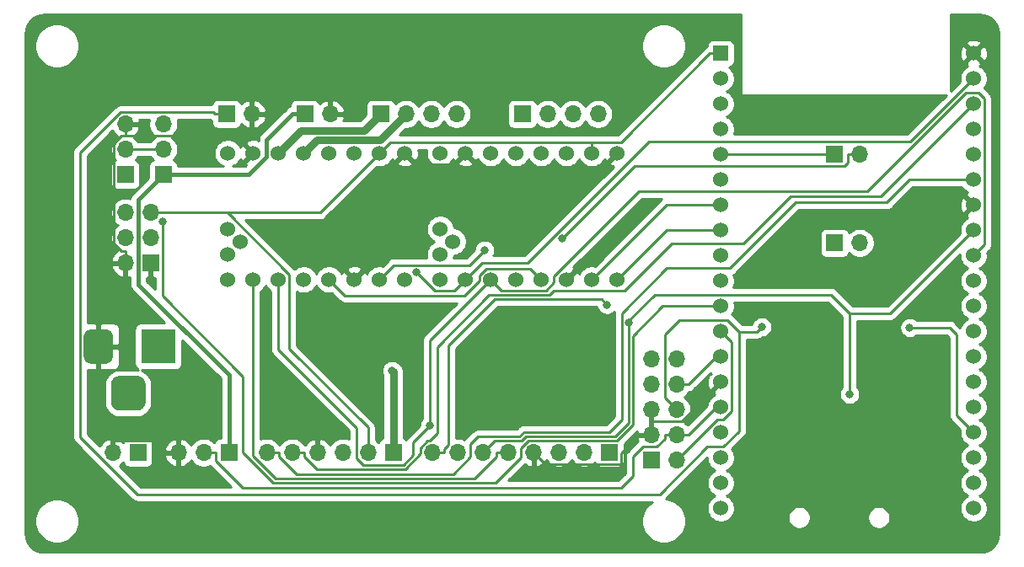
<source format=gbr>
%TF.GenerationSoftware,KiCad,Pcbnew,(5.1.9)-1*%
%TF.CreationDate,2021-03-08T20:42:35+00:00*%
%TF.ProjectId,ESP32_Plotter_Controller_revA,45535033-325f-4506-9c6f-747465725f43,rev?*%
%TF.SameCoordinates,Original*%
%TF.FileFunction,Copper,L2,Bot*%
%TF.FilePolarity,Positive*%
%FSLAX46Y46*%
G04 Gerber Fmt 4.6, Leading zero omitted, Abs format (unit mm)*
G04 Created by KiCad (PCBNEW (5.1.9)-1) date 2021-03-08 20:42:35*
%MOMM*%
%LPD*%
G01*
G04 APERTURE LIST*
%TA.AperFunction,ComponentPad*%
%ADD10R,1.700000X1.700000*%
%TD*%
%TA.AperFunction,ComponentPad*%
%ADD11O,1.700000X1.700000*%
%TD*%
%TA.AperFunction,ComponentPad*%
%ADD12C,1.524000*%
%TD*%
%TA.AperFunction,ComponentPad*%
%ADD13R,1.524000X1.524000*%
%TD*%
%TA.AperFunction,ComponentPad*%
%ADD14R,3.500000X3.500000*%
%TD*%
%TA.AperFunction,ViaPad*%
%ADD15C,0.800000*%
%TD*%
%TA.AperFunction,Conductor*%
%ADD16C,0.250000*%
%TD*%
%TA.AperFunction,Conductor*%
%ADD17C,0.800000*%
%TD*%
%TA.AperFunction,Conductor*%
%ADD18C,0.400000*%
%TD*%
%TA.AperFunction,Conductor*%
%ADD19C,0.750000*%
%TD*%
%TA.AperFunction,Conductor*%
%ADD20C,0.254000*%
%TD*%
%TA.AperFunction,Conductor*%
%ADD21C,0.100000*%
%TD*%
G04 APERTURE END LIST*
D10*
%TO.P,J1,1*%
%TO.N,Net-(J1-Pad1)*%
X173037500Y-112839500D03*
D11*
%TO.P,J1,2*%
%TO.N,/JTAG_TMS*%
X175577500Y-112839500D03*
%TO.P,J1,3*%
%TO.N,GND*%
X173037500Y-110299500D03*
%TO.P,J1,4*%
%TO.N,/NEO_PIXELS_JTAG_TCK*%
X175577500Y-110299500D03*
%TO.P,J1,5*%
%TO.N,GND*%
X173037500Y-107759500D03*
%TO.P,J1,6*%
%TO.N,/PEN_DIR_JTAG_TDO*%
X175577500Y-107759500D03*
%TO.P,J1,7*%
%TO.N,Net-(J1-Pad7)*%
X173037500Y-105219500D03*
%TO.P,J1,8*%
%TO.N,/JTAG_TDI*%
X175577500Y-105219500D03*
%TO.P,J1,9*%
%TO.N,Net-(J1-Pad9)*%
X173037500Y-102679500D03*
%TO.P,J1,10*%
%TO.N,Net-(J1-Pad10)*%
X175577500Y-102679500D03*
%TD*%
D12*
%TO.P,U3,19*%
%TO.N,N/C*%
X153098500Y-90868500D03*
%TO.P,U3,18*%
%TO.N,Net-(J9-Pad2)*%
X151828500Y-89598500D03*
%TO.P,U3,17*%
%TO.N,Net-(U3-Pad17)*%
X151828500Y-92138500D03*
%TO.P,U3,8*%
%TO.N,/Y_Dir*%
X169608500Y-94678500D03*
%TO.P,U3,7*%
%TO.N,/Y_Step*%
X167068500Y-94678500D03*
%TO.P,U3,6*%
%TO.N,GND*%
X164528500Y-94678500D03*
%TO.P,U3,5*%
%TO.N,/MISO*%
X161988500Y-94678500D03*
%TO.P,U3,4*%
%TO.N,/CS_Y*%
X159448500Y-94678500D03*
%TO.P,U3,3*%
%TO.N,/SCK*%
X156908500Y-94678500D03*
%TO.P,U3,2*%
%TO.N,/MOSI*%
X154368500Y-94678500D03*
%TO.P,U3,1*%
%TO.N,/StepEn*%
X151828500Y-94678500D03*
%TO.P,U3,16*%
%TO.N,/Vin*%
X151828500Y-81978500D03*
%TO.P,U3,15*%
%TO.N,GND*%
X154368500Y-81978500D03*
%TO.P,U3,14*%
%TO.N,Net-(J13-Pad1)*%
X156908500Y-81978500D03*
%TO.P,U3,13*%
%TO.N,Net-(J13-Pad2)*%
X159448500Y-81978500D03*
%TO.P,U3,12*%
%TO.N,Net-(J13-Pad3)*%
X161988500Y-81978500D03*
%TO.P,U3,11*%
%TO.N,Net-(J13-Pad4)*%
X164528500Y-81978500D03*
%TO.P,U3,10*%
%TO.N,+3V3*%
X167068500Y-81978500D03*
%TO.P,U3,9*%
%TO.N,GND*%
X169608500Y-81978500D03*
%TD*%
%TO.P,U2,19*%
%TO.N,N/C*%
X131762500Y-90868500D03*
%TO.P,U2,18*%
%TO.N,Net-(J7-Pad2)*%
X130492500Y-89598500D03*
%TO.P,U2,17*%
%TO.N,Net-(U2-Pad17)*%
X130492500Y-92138500D03*
%TO.P,U2,8*%
%TO.N,/X_Dir*%
X148272500Y-94678500D03*
%TO.P,U2,7*%
%TO.N,/X_Step*%
X145732500Y-94678500D03*
%TO.P,U2,6*%
%TO.N,GND*%
X143192500Y-94678500D03*
%TO.P,U2,5*%
%TO.N,/MISO*%
X140652500Y-94678500D03*
%TO.P,U2,4*%
%TO.N,/CS_X*%
X138112500Y-94678500D03*
%TO.P,U2,3*%
%TO.N,/SCK*%
X135572500Y-94678500D03*
%TO.P,U2,2*%
%TO.N,/MOSI*%
X133032500Y-94678500D03*
%TO.P,U2,1*%
%TO.N,/StepEn*%
X130492500Y-94678500D03*
%TO.P,U2,16*%
%TO.N,/Vin*%
X130492500Y-81978500D03*
%TO.P,U2,15*%
%TO.N,GND*%
X133032500Y-81978500D03*
%TO.P,U2,14*%
%TO.N,Net-(J12-Pad1)*%
X135572500Y-81978500D03*
%TO.P,U2,13*%
%TO.N,Net-(J12-Pad2)*%
X138112500Y-81978500D03*
%TO.P,U2,12*%
%TO.N,Net-(J12-Pad3)*%
X140652500Y-81978500D03*
%TO.P,U2,11*%
%TO.N,Net-(J12-Pad4)*%
X143192500Y-81978500D03*
%TO.P,U2,10*%
%TO.N,+3V3*%
X145732500Y-81978500D03*
%TO.P,U2,9*%
%TO.N,GND*%
X148272500Y-81978500D03*
%TD*%
%TO.P,U1,38*%
%TO.N,GND*%
X205422500Y-71945500D03*
%TO.P,U1,37*%
%TO.N,/MOSI*%
X205422500Y-74485500D03*
%TO.P,U1,36*%
%TO.N,/SCL*%
X205422500Y-77025500D03*
%TO.P,U1,35*%
%TO.N,Net-(U1-Pad35)*%
X205422500Y-79565500D03*
%TO.P,U1,34*%
%TO.N,Net-(U1-Pad34)*%
X205422500Y-82105500D03*
%TO.P,U1,33*%
%TO.N,/SDA*%
X205422500Y-84645500D03*
%TO.P,U1,32*%
%TO.N,GND*%
X205422500Y-87185500D03*
%TO.P,U1,31*%
%TO.N,/MISO*%
X205422500Y-89725500D03*
%TO.P,U1,30*%
%TO.N,/SCK*%
X205422500Y-92265500D03*
%TO.P,U1,29*%
%TO.N,/CS_SD*%
X205422500Y-94805500D03*
%TO.P,U1,28*%
%TO.N,/CS_X*%
X205422500Y-97345500D03*
%TO.P,U1,27*%
%TO.N,/CS_Y*%
X205422500Y-99885500D03*
%TO.P,U1,26*%
%TO.N,/CS_AUX*%
X205422500Y-102425500D03*
%TO.P,U1,25*%
%TO.N,Net-(U1-Pad25)*%
X205422500Y-104965500D03*
%TO.P,U1,24*%
%TO.N,/StepEn*%
X205422500Y-107505500D03*
%TO.P,U1,23*%
%TO.N,/PEN_DIR_JTAG_TDO*%
X205422500Y-110045500D03*
%TO.P,U1,22*%
%TO.N,Net-(U1-Pad22)*%
X205422500Y-112585500D03*
%TO.P,U1,21*%
%TO.N,Net-(U1-Pad21)*%
X205422500Y-115125500D03*
%TO.P,U1,20*%
%TO.N,Net-(U1-Pad20)*%
X205422500Y-117665500D03*
%TO.P,U1,19*%
%TO.N,Net-(D1-Pad1)*%
X180022500Y-117665500D03*
%TO.P,U1,18*%
%TO.N,Net-(U1-Pad18)*%
X180022500Y-115125500D03*
%TO.P,U1,17*%
%TO.N,Net-(U1-Pad17)*%
X180022500Y-112585500D03*
%TO.P,U1,16*%
%TO.N,Net-(U1-Pad16)*%
X180022500Y-110045500D03*
%TO.P,U1,15*%
%TO.N,/NEO_PIXELS_JTAG_TCK*%
X180022500Y-107505500D03*
%TO.P,U1,14*%
%TO.N,GND*%
X180022500Y-104965500D03*
%TO.P,U1,13*%
%TO.N,/JTAG_TDI*%
X180022500Y-102425500D03*
%TO.P,U1,12*%
%TO.N,/JTAG_TMS*%
X180022500Y-99885500D03*
%TO.P,U1,11*%
%TO.N,/PEN_LIFT*%
X180022500Y-97345500D03*
%TO.P,U1,10*%
%TO.N,/X_Dir*%
X180022500Y-94805500D03*
%TO.P,U1,9*%
%TO.N,/X_Step*%
X180022500Y-92265500D03*
%TO.P,U1,8*%
%TO.N,/Y_Dir*%
X180022500Y-89725500D03*
%TO.P,U1,7*%
%TO.N,/Y_Step*%
X180022500Y-87185500D03*
%TO.P,U1,6*%
%TO.N,/Y_Limit*%
X180022500Y-84645500D03*
%TO.P,U1,5*%
%TO.N,/X_Limit*%
X180022500Y-82105500D03*
%TO.P,U1,4*%
%TO.N,Net-(U1-Pad4)*%
X180022500Y-79565500D03*
%TO.P,U1,3*%
%TO.N,Net-(U1-Pad3)*%
X180022500Y-77025500D03*
%TO.P,U1,2*%
%TO.N,Net-(U1-Pad2)*%
X180022500Y-74485500D03*
D13*
%TO.P,U1,1*%
%TO.N,+3V3*%
X180022500Y-71945500D03*
%TD*%
%TO.P,J2,3*%
%TO.N,Net-(J2-Pad3)*%
%TA.AperFunction,ComponentPad*%
G36*
G01*
X118757500Y-106984500D02*
X118757500Y-105234500D01*
G75*
G02*
X119632500Y-104359500I875000J0D01*
G01*
X121382500Y-104359500D01*
G75*
G02*
X122257500Y-105234500I0J-875000D01*
G01*
X122257500Y-106984500D01*
G75*
G02*
X121382500Y-107859500I-875000J0D01*
G01*
X119632500Y-107859500D01*
G75*
G02*
X118757500Y-106984500I0J875000D01*
G01*
G37*
%TD.AperFunction*%
%TO.P,J2,2*%
%TO.N,GND*%
%TA.AperFunction,ComponentPad*%
G36*
G01*
X116007500Y-102409500D02*
X116007500Y-100409500D01*
G75*
G02*
X116757500Y-99659500I750000J0D01*
G01*
X118257500Y-99659500D01*
G75*
G02*
X119007500Y-100409500I0J-750000D01*
G01*
X119007500Y-102409500D01*
G75*
G02*
X118257500Y-103159500I-750000J0D01*
G01*
X116757500Y-103159500D01*
G75*
G02*
X116007500Y-102409500I0J750000D01*
G01*
G37*
%TD.AperFunction*%
D14*
%TO.P,J2,1*%
%TO.N,/Vin*%
X123507500Y-101409500D03*
%TD*%
D11*
%TO.P,J3,2*%
%TO.N,GND*%
X140779500Y-78041500D03*
D10*
%TO.P,J3,1*%
%TO.N,+5V*%
X138239500Y-78041500D03*
%TD*%
D11*
%TO.P,J4,2*%
%TO.N,GND*%
X118935500Y-112077500D03*
D10*
%TO.P,J4,1*%
%TO.N,/Vin*%
X121475500Y-112077500D03*
%TD*%
D11*
%TO.P,J5,6*%
%TO.N,+3V3*%
X120205500Y-87947500D03*
%TO.P,J5,5*%
X122745500Y-87947500D03*
%TO.P,J5,4*%
%TO.N,Net-(J5-Pad4)*%
X120205500Y-90487500D03*
%TO.P,J5,3*%
%TO.N,Net-(J5-Pad3)*%
X122745500Y-90487500D03*
%TO.P,J5,2*%
%TO.N,GND*%
X120205500Y-93027500D03*
D10*
%TO.P,J5,1*%
X122745500Y-93027500D03*
%TD*%
D11*
%TO.P,J6,8*%
%TO.N,/CS_AUX*%
X151066500Y-112077500D03*
%TO.P,J6,7*%
%TO.N,/SCK*%
X153606500Y-112077500D03*
%TO.P,J6,6*%
%TO.N,/MISO*%
X156146500Y-112077500D03*
%TO.P,J6,5*%
%TO.N,/MOSI*%
X158686500Y-112077500D03*
%TO.P,J6,4*%
%TO.N,GND*%
X161226500Y-112077500D03*
%TO.P,J6,3*%
%TO.N,+5V*%
X163766500Y-112077500D03*
%TO.P,J6,2*%
%TO.N,+3V3*%
X166306500Y-112077500D03*
D10*
%TO.P,J6,1*%
%TO.N,/Vin*%
X168846500Y-112077500D03*
%TD*%
D11*
%TO.P,J7,2*%
%TO.N,Net-(J7-Pad2)*%
X193992500Y-82105500D03*
D10*
%TO.P,J7,1*%
%TO.N,/X_Limit*%
X191452500Y-82105500D03*
%TD*%
D11*
%TO.P,J9,2*%
%TO.N,Net-(J9-Pad2)*%
X193992500Y-90995500D03*
D10*
%TO.P,J9,1*%
%TO.N,/Y_Limit*%
X191452500Y-90995500D03*
%TD*%
D11*
%TO.P,J10,3*%
%TO.N,GND*%
X120205500Y-79057500D03*
%TO.P,J10,2*%
%TO.N,Net-(J10-Pad2)*%
X120205500Y-81597500D03*
D10*
%TO.P,J10,1*%
%TO.N,/PEN_LIFT*%
X120205500Y-84137500D03*
%TD*%
D11*
%TO.P,J11,3*%
%TO.N,/Vin*%
X124015500Y-79057500D03*
%TO.P,J11,2*%
%TO.N,Net-(J10-Pad2)*%
X124015500Y-81597500D03*
D10*
%TO.P,J11,1*%
%TO.N,+5V*%
X124015500Y-84137500D03*
%TD*%
D11*
%TO.P,J12,4*%
%TO.N,Net-(J12-Pad4)*%
X153479500Y-78041500D03*
%TO.P,J12,3*%
%TO.N,Net-(J12-Pad3)*%
X150939500Y-78041500D03*
%TO.P,J12,2*%
%TO.N,Net-(J12-Pad2)*%
X148399500Y-78041500D03*
D10*
%TO.P,J12,1*%
%TO.N,Net-(J12-Pad1)*%
X145859500Y-78041500D03*
%TD*%
D11*
%TO.P,J13,4*%
%TO.N,Net-(J13-Pad4)*%
X167703500Y-78041500D03*
%TO.P,J13,3*%
%TO.N,Net-(J13-Pad3)*%
X165163500Y-78041500D03*
%TO.P,J13,2*%
%TO.N,Net-(J13-Pad2)*%
X162623500Y-78041500D03*
D10*
%TO.P,J13,1*%
%TO.N,Net-(J13-Pad1)*%
X160083500Y-78041500D03*
%TD*%
D11*
%TO.P,J14,3*%
%TO.N,GND*%
X125539500Y-112077500D03*
%TO.P,J14,2*%
%TO.N,/NEO_PIXELS_JTAG_TCK*%
X128079500Y-112077500D03*
D10*
%TO.P,J14,1*%
%TO.N,+5V*%
X130619500Y-112077500D03*
%TD*%
D11*
%TO.P,J15,2*%
%TO.N,GND*%
X132905500Y-78041500D03*
D10*
%TO.P,J15,1*%
%TO.N,/PEN_DIR_JTAG_TDO*%
X130365500Y-78041500D03*
%TD*%
D11*
%TO.P,J16,6*%
%TO.N,/SDA*%
X134429500Y-112077500D03*
%TO.P,J16,5*%
%TO.N,/SCL*%
X136969500Y-112077500D03*
%TO.P,J16,4*%
%TO.N,GND*%
X139509500Y-112077500D03*
%TO.P,J16,3*%
%TO.N,+5V*%
X142049500Y-112077500D03*
%TO.P,J16,2*%
%TO.N,+3V3*%
X144589500Y-112077500D03*
D10*
%TO.P,J16,1*%
%TO.N,/Vin*%
X147129500Y-112077500D03*
%TD*%
D15*
%TO.N,GND*%
X138979500Y-107488500D03*
X156527500Y-78549500D03*
X169481500Y-79311500D03*
X187515500Y-78803500D03*
X195389500Y-78803500D03*
X198691500Y-76771500D03*
X113855500Y-100139500D03*
X113855500Y-102425500D03*
X172402500Y-87185500D03*
X169672000Y-114300000D03*
X166814500Y-97726500D03*
X165417500Y-99885500D03*
X144335500Y-101028500D03*
X141160500Y-100838000D03*
X148272500Y-86487000D03*
X184404000Y-104965500D03*
%TO.N,/MOSI*%
X149482300Y-93951300D03*
%TO.N,/MISO*%
X192984200Y-106206800D03*
X170804410Y-98975700D03*
%TO.N,/SCK*%
X150818290Y-109355065D03*
%TO.N,/CS_AUX*%
X168591700Y-97204300D03*
%TO.N,Net-(J7-Pad2)*%
X164063900Y-90577200D03*
%TO.N,/PEN_LIFT*%
X123920900Y-88858500D03*
%TO.N,/Vin*%
X147002500Y-103822500D03*
%TO.N,/X_Step*%
X156283000Y-91727800D03*
%TO.N,/PEN_DIR_JTAG_TDO*%
X199009000Y-99504500D03*
X184150000Y-99441000D03*
%TD*%
D16*
%TO.N,GND*%
X149379200Y-83085200D02*
X153261800Y-83085200D01*
X153261800Y-83085200D02*
X154368500Y-81978500D01*
X148272500Y-81978500D02*
X149379200Y-83085200D01*
X143192500Y-94678500D02*
X149379200Y-88491800D01*
X149379200Y-88491800D02*
X149379200Y-83085200D01*
X139509500Y-112077500D02*
X139509500Y-108018500D01*
X139509500Y-108018500D02*
X138979500Y-107488500D01*
X173037500Y-109768100D02*
X173037500Y-109236800D01*
X173037500Y-110299500D02*
X173037500Y-109768100D01*
X173037500Y-108953600D02*
X173037500Y-109236800D01*
X173037500Y-107759500D02*
X173037500Y-108953600D01*
X176081800Y-108953600D02*
X180022500Y-105012900D01*
X180022500Y-105012900D02*
X180022500Y-104965500D01*
X131588200Y-80534100D02*
X133032500Y-81978500D01*
X120205500Y-80232800D02*
X131286800Y-80232800D01*
X131286800Y-80232800D02*
X131588200Y-80534100D01*
X132905500Y-79216800D02*
X131588200Y-80534100D01*
X132905500Y-78041500D02*
X132905500Y-79216800D01*
X120205500Y-93027500D02*
X120205500Y-94202800D01*
X117507500Y-101409500D02*
X117507500Y-96900800D01*
X117507500Y-96900800D02*
X120205500Y-94202800D01*
X118935500Y-110902200D02*
X117507500Y-109474200D01*
X117507500Y-109474200D02*
X117507500Y-101409500D01*
X120205500Y-79057500D02*
X120205500Y-80232800D01*
X125539500Y-112077500D02*
X124364200Y-112077500D01*
X124364200Y-112077500D02*
X123188900Y-110902200D01*
X123188900Y-110902200D02*
X118935500Y-110902200D01*
X118935500Y-112077500D02*
X118935500Y-110902200D01*
X120205500Y-93027500D02*
X120205500Y-91852200D01*
X120205500Y-91852200D02*
X119838100Y-91852200D01*
X119838100Y-91852200D02*
X119027200Y-91041300D01*
X119838100Y-80232800D02*
X120205500Y-80232800D01*
X119027200Y-81043700D02*
X119838100Y-80232800D01*
X119027200Y-91041300D02*
X119027200Y-81043700D01*
X161226500Y-112077500D02*
X162401501Y-113252501D01*
X162401501Y-113252501D02*
X169956501Y-113252501D01*
X169956501Y-113252501D02*
X170021501Y-113187501D01*
X170021501Y-113187501D02*
X170021501Y-112113418D01*
X170021501Y-112113418D02*
X171835419Y-110299500D01*
X171835419Y-110299500D02*
X173037500Y-110299500D01*
D17*
X144145000Y-100838000D02*
X144335500Y-101028500D01*
X141160500Y-100838000D02*
X144145000Y-100838000D01*
X165417500Y-99123500D02*
X166814500Y-97726500D01*
X165417500Y-99885500D02*
X165417500Y-99123500D01*
D16*
X173037500Y-108953600D02*
X176081800Y-108953600D01*
D18*
%TO.N,+5V*%
X130619500Y-104301498D02*
X130619500Y-112077500D01*
X121495499Y-95177497D02*
X130619500Y-104301498D01*
X121495499Y-86657501D02*
X121495499Y-95177497D01*
X124015500Y-84137500D02*
X121495499Y-86657501D01*
X134410499Y-80620501D02*
X136989500Y-78041500D01*
X134410499Y-82320263D02*
X134410499Y-80620501D01*
X132593262Y-84137500D02*
X134410499Y-82320263D01*
X136989500Y-78041500D02*
X138239500Y-78041500D01*
X124015500Y-84137500D02*
X132593262Y-84137500D01*
D16*
%TO.N,/X_Limit*%
X191452500Y-82105500D02*
X190277200Y-82105500D01*
X180022500Y-82105500D02*
X190277200Y-82105500D01*
%TO.N,/MOSI*%
X205422500Y-74485500D02*
X199072500Y-80835500D01*
X199072500Y-80835500D02*
X172779900Y-80835500D01*
X172779900Y-80835500D02*
X160624500Y-92990900D01*
X160624500Y-92990900D02*
X156056100Y-92990900D01*
X156056100Y-92990900D02*
X154368500Y-94678500D01*
X158686500Y-112077500D02*
X157511200Y-112077500D01*
X157511200Y-112077500D02*
X157511200Y-112444800D01*
X157511200Y-112444800D02*
X155282600Y-114673400D01*
X155282600Y-114673400D02*
X135333200Y-114673400D01*
X135333200Y-114673400D02*
X133032500Y-112372700D01*
X133032500Y-112372700D02*
X133032500Y-94678500D01*
X154368500Y-94678500D02*
X153250600Y-95796400D01*
X153250600Y-95796400D02*
X151327400Y-95796400D01*
X151327400Y-95796400D02*
X149482300Y-93951300D01*
%TO.N,/SCL*%
X196136600Y-86311400D02*
X205422500Y-77025500D01*
X187041000Y-86311400D02*
X196136600Y-86311400D01*
X182302400Y-91050000D02*
X187041000Y-86311400D01*
X175120500Y-91050000D02*
X182302400Y-91050000D01*
X163245624Y-95796900D02*
X170373600Y-95796900D01*
X136969500Y-112077500D02*
X138144800Y-112077500D01*
X151543300Y-101440700D02*
X156768488Y-96215512D01*
X138144800Y-112077500D02*
X138144800Y-112444800D01*
X138144800Y-112444800D02*
X139441200Y-113741200D01*
X148326900Y-113741200D02*
X149887600Y-112180500D01*
X149887600Y-112180500D02*
X149887600Y-111594200D01*
X139441200Y-113741200D02*
X148326900Y-113741200D01*
X149887600Y-111594200D02*
X150579600Y-110902200D01*
X170373600Y-95796900D02*
X175120500Y-91050000D01*
X150579600Y-110902200D02*
X150782400Y-110902200D01*
X150782400Y-110902200D02*
X151543300Y-110141300D01*
X151543300Y-110141300D02*
X151543300Y-101440700D01*
X156768488Y-96215512D02*
X162827012Y-96215512D01*
X162827012Y-96215512D02*
X163245624Y-95796900D01*
%TO.N,/SDA*%
X170079400Y-98075900D02*
X174619800Y-93535500D01*
X154876500Y-112483700D02*
X154876500Y-111201600D01*
X153137200Y-114223000D02*
X154876500Y-112483700D01*
X137383000Y-114223000D02*
X153137200Y-114223000D01*
X135604800Y-112444800D02*
X137383000Y-114223000D01*
X135604800Y-112077500D02*
X135604800Y-112444800D01*
X134429500Y-112077500D02*
X135604800Y-112077500D01*
X159803513Y-110452488D02*
X160253520Y-110002481D01*
X155625612Y-110452488D02*
X159803513Y-110452488D01*
X154876500Y-111201600D02*
X155625612Y-110452488D01*
X160253520Y-110002481D02*
X168826019Y-110002481D01*
X168826019Y-110002481D02*
X170079400Y-108749100D01*
X170079400Y-108749100D02*
X170079400Y-98075900D01*
X205422500Y-84645500D02*
X199009000Y-84645500D01*
X199009000Y-84645500D02*
X196723000Y-86931500D01*
X187579000Y-86931500D02*
X180975000Y-93535500D01*
X196723000Y-86931500D02*
X187579000Y-86931500D01*
X174619800Y-93535500D02*
X180975000Y-93535500D01*
%TO.N,/MISO*%
X192984200Y-98080700D02*
X192984200Y-106206800D01*
X205422500Y-89725500D02*
X197067300Y-98080700D01*
X197067300Y-98080700D02*
X192984200Y-98080700D01*
X140652500Y-94678500D02*
X142253900Y-96279900D01*
X142253900Y-96279900D02*
X154308000Y-96279900D01*
X154308000Y-96279900D02*
X155797900Y-94790000D01*
X155797900Y-94790000D02*
X155797900Y-94251300D01*
X155797900Y-94251300D02*
X156471900Y-93577300D01*
X156471900Y-93577300D02*
X160887300Y-93577300D01*
X160887300Y-93577300D02*
X161988500Y-94678500D01*
X191104300Y-96200800D02*
X192984200Y-98080700D01*
X173371900Y-96200800D02*
X191104300Y-96200800D01*
X170600350Y-98972350D02*
X173371900Y-96200800D01*
X160439921Y-110452489D02*
X169392011Y-110452489D01*
X156146500Y-112077500D02*
X157321501Y-110902499D01*
X157321501Y-110902499D02*
X159989912Y-110902499D01*
X159989912Y-110902499D02*
X160439921Y-110452489D01*
X169392011Y-110452489D02*
X170751500Y-109093000D01*
X170751500Y-109093000D02*
X170751500Y-99123500D01*
X170751500Y-99123500D02*
X170600350Y-98972350D01*
X170801060Y-98972350D02*
X170804410Y-98975700D01*
X170600350Y-98972350D02*
X170801060Y-98972350D01*
%TO.N,/SCK*%
X150818290Y-100768710D02*
X150818290Y-109355065D01*
X156908500Y-94678500D02*
X150818290Y-100768710D01*
X144083200Y-113287900D02*
X148137400Y-113287900D01*
X149115000Y-112310300D02*
X149115000Y-111058355D01*
X135572500Y-94678500D02*
X135572500Y-101720300D01*
X149115000Y-111058355D02*
X150818290Y-109355065D01*
X148137400Y-113287900D02*
X149115000Y-112310300D01*
X143414100Y-112618800D02*
X144083200Y-113287900D01*
X143414100Y-109561900D02*
X143414100Y-112618800D01*
X135572500Y-101720300D02*
X143414100Y-109561900D01*
X205933600Y-75931900D02*
X206522000Y-76520300D01*
X157995501Y-95765501D02*
X162457999Y-95765501D01*
X163258500Y-94363700D02*
X171815700Y-85806500D01*
X156908500Y-94678500D02*
X157995501Y-95765501D01*
X162457999Y-95765501D02*
X163258500Y-94965000D01*
X163258500Y-94965000D02*
X163258500Y-94363700D01*
X171815700Y-85806500D02*
X194738400Y-85806500D01*
X194738400Y-85806500D02*
X204613000Y-75931900D01*
X204613000Y-75931900D02*
X205933600Y-75931900D01*
X206522000Y-76520300D02*
X206522000Y-91166000D01*
X206522000Y-91166000D02*
X205422500Y-92265500D01*
%TO.N,/CS_AUX*%
X151066500Y-112077500D02*
X152241800Y-112077500D01*
X152241800Y-112077500D02*
X152241800Y-111733200D01*
X152656750Y-111318250D02*
X152656750Y-101343250D01*
X152241800Y-111733200D02*
X152656750Y-111318250D01*
X168052923Y-96665523D02*
X168591700Y-97204300D01*
X157334477Y-96665523D02*
X168052923Y-96665523D01*
X152656750Y-101343250D02*
X157334477Y-96665523D01*
%TO.N,+3V3*%
X145732500Y-81978500D02*
X139763500Y-87947500D01*
X139763500Y-87947500D02*
X139561600Y-87947500D01*
X122745500Y-87947500D02*
X123920800Y-87947500D01*
X167068500Y-80882100D02*
X146828900Y-80882100D01*
X146828900Y-80882100D02*
X145732500Y-81978500D01*
X180022500Y-71945500D02*
X178935200Y-71945500D01*
X167068500Y-80882100D02*
X167068500Y-81978500D01*
X178935200Y-71945500D02*
X169998600Y-80882100D01*
X169998600Y-80882100D02*
X167068500Y-80882100D01*
X144589500Y-112077500D02*
X144589500Y-109537500D01*
X130450262Y-87947500D02*
X127127000Y-87947500D01*
X136659501Y-94156739D02*
X130450262Y-87947500D01*
X136659501Y-101607501D02*
X136659501Y-94156739D01*
X144589500Y-109537500D02*
X136659501Y-101607501D01*
X127127000Y-87947500D02*
X123920800Y-87947500D01*
X139561600Y-87947500D02*
X127127000Y-87947500D01*
%TO.N,Net-(J7-Pad2)*%
X193992500Y-82105500D02*
X192817200Y-82105500D01*
X192817200Y-82105500D02*
X192817200Y-82913600D01*
X192817200Y-82913600D02*
X192450000Y-83280800D01*
X192450000Y-83280800D02*
X171360300Y-83280800D01*
X171360300Y-83280800D02*
X164063900Y-90577200D01*
%TO.N,Net-(J10-Pad2)*%
X124015500Y-81597500D02*
X120205500Y-81597500D01*
%TO.N,/PEN_LIFT*%
X171201511Y-109279400D02*
X171201511Y-100334689D01*
X160688411Y-110902499D02*
X169578411Y-110902500D01*
X135069900Y-115123800D02*
X157377300Y-115123800D01*
X132029200Y-112083100D02*
X135069900Y-115123800D01*
X132029200Y-104429300D02*
X132029200Y-112083100D01*
X123920900Y-96321000D02*
X132029200Y-104429300D01*
X159956500Y-111634410D02*
X160688411Y-110902499D01*
X157377300Y-115123800D02*
X159956500Y-112544600D01*
X123920900Y-88858500D02*
X123920900Y-96321000D01*
X174190700Y-97345500D02*
X180022500Y-97345500D01*
X171201511Y-100334689D02*
X174190700Y-97345500D01*
X169578411Y-110902500D02*
X171201511Y-109279400D01*
X159956500Y-112544600D02*
X159956500Y-111634410D01*
D19*
%TO.N,Net-(J12-Pad2)*%
X138112500Y-81978500D02*
X139449500Y-80641500D01*
X139449500Y-80641500D02*
X145799500Y-80641500D01*
X145799500Y-80641500D02*
X148399500Y-78041500D01*
%TO.N,Net-(J12-Pad1)*%
X135572500Y-81978500D02*
X137859500Y-79691500D01*
X137859500Y-79691500D02*
X144209500Y-79691500D01*
X144209500Y-79691500D02*
X145859500Y-78041500D01*
D17*
%TO.N,/Vin*%
X147129500Y-103949500D02*
X147002500Y-103822500D01*
X147129500Y-112077500D02*
X147129500Y-103949500D01*
D16*
%TO.N,/Y_Dir*%
X169608500Y-94678500D02*
X174561500Y-89725500D01*
X174561500Y-89725500D02*
X180022500Y-89725500D01*
%TO.N,/Y_Step*%
X167068500Y-94678500D02*
X174561500Y-87185500D01*
X174561500Y-87185500D02*
X180022500Y-87185500D01*
%TO.N,/X_Step*%
X145732500Y-94678500D02*
X147185100Y-93225900D01*
X147185100Y-93225900D02*
X154784900Y-93225900D01*
X154784900Y-93225900D02*
X156283000Y-91727800D01*
%TO.N,/JTAG_TMS*%
X180295500Y-108775500D02*
X181131600Y-107939400D01*
X175577500Y-112839500D02*
X179641500Y-108775500D01*
X179641500Y-108775500D02*
X180295500Y-108775500D01*
X181131600Y-107939400D02*
X181131600Y-100994600D01*
X181131600Y-100994600D02*
X180022500Y-99885500D01*
%TO.N,/NEO_PIXELS_JTAG_TCK*%
X175577500Y-110299500D02*
X176752800Y-110299500D01*
X176752800Y-110299500D02*
X179546800Y-107505500D01*
X179546800Y-107505500D02*
X180022500Y-107505500D01*
X174402200Y-110299500D02*
X175102500Y-110299500D01*
X174402200Y-110666900D02*
X174402200Y-110299500D01*
X171167700Y-112493700D02*
X172186600Y-111474800D01*
X172186600Y-111474800D02*
X173594300Y-111474800D01*
X171167700Y-114455300D02*
X171167700Y-112493700D01*
X169988400Y-115634600D02*
X171167700Y-114455300D01*
X132003900Y-115634600D02*
X169988400Y-115634600D01*
X129254800Y-112885500D02*
X132003900Y-115634600D01*
X173594300Y-111474800D02*
X174402200Y-110666900D01*
X129254800Y-112077500D02*
X129254800Y-112885500D01*
X175102500Y-110299500D02*
X175577500Y-110299500D01*
X128079500Y-112077500D02*
X129254800Y-112077500D01*
%TO.N,/PEN_DIR_JTAG_TDO*%
X174402499Y-106584499D02*
X174402499Y-100235001D01*
X175577500Y-107759500D02*
X174402499Y-106584499D01*
X174402499Y-100235001D02*
X175839001Y-98798499D01*
X129190200Y-78041500D02*
X130365500Y-78041500D01*
X129028500Y-77879800D02*
X129190200Y-78041500D01*
X119695300Y-77879800D02*
X129028500Y-77879800D01*
X115676100Y-81899000D02*
X119695300Y-77879800D01*
X115676100Y-110497200D02*
X115676100Y-81899000D01*
X121433400Y-116254500D02*
X115676100Y-110497200D01*
X173901502Y-116254500D02*
X173750000Y-116254500D01*
X178657503Y-111498499D02*
X173901502Y-116254500D01*
X180284001Y-111498499D02*
X178657503Y-111498499D01*
X173750000Y-116254500D02*
X121433400Y-116254500D01*
X181864000Y-109918500D02*
X180284001Y-111498499D01*
X181864000Y-99949000D02*
X181864000Y-109918500D01*
X175839001Y-98798499D02*
X180713499Y-98798499D01*
X181451250Y-99536250D02*
X181864000Y-99949000D01*
X180713499Y-98798499D02*
X181451250Y-99536250D01*
X205422500Y-110045500D02*
X203708000Y-108331000D01*
X203708000Y-108331000D02*
X203708000Y-100203000D01*
X203708000Y-100203000D02*
X203009500Y-99504500D01*
X203009500Y-99504500D02*
X199009000Y-99504500D01*
X183642000Y-99949000D02*
X181864000Y-99949000D01*
X184150000Y-99441000D02*
X183642000Y-99949000D01*
%TO.N,/JTAG_TDI*%
X175577500Y-105219500D02*
X176752800Y-105219500D01*
X176752800Y-105219500D02*
X179546800Y-102425500D01*
X179546800Y-102425500D02*
X180022500Y-102425500D01*
%TD*%
D20*
%TO.N,GND*%
X182054500Y-76009500D02*
X182056940Y-76034276D01*
X182064167Y-76058101D01*
X182075903Y-76080057D01*
X182091697Y-76099303D01*
X182110943Y-76115097D01*
X182132899Y-76126833D01*
X182156724Y-76134060D01*
X182181500Y-76136500D01*
X202696698Y-76136500D01*
X198757699Y-80075500D01*
X181323353Y-80075500D01*
X181365814Y-79972990D01*
X181419500Y-79703092D01*
X181419500Y-79427908D01*
X181365814Y-79158010D01*
X181260505Y-78903773D01*
X181107620Y-78674965D01*
X180913035Y-78480380D01*
X180684227Y-78327495D01*
X180606985Y-78295500D01*
X180684227Y-78263505D01*
X180913035Y-78110620D01*
X181107620Y-77916035D01*
X181260505Y-77687227D01*
X181365814Y-77432990D01*
X181419500Y-77163092D01*
X181419500Y-76887908D01*
X181365814Y-76618010D01*
X181260505Y-76363773D01*
X181107620Y-76134965D01*
X180913035Y-75940380D01*
X180684227Y-75787495D01*
X180606985Y-75755500D01*
X180684227Y-75723505D01*
X180913035Y-75570620D01*
X181107620Y-75376035D01*
X181260505Y-75147227D01*
X181365814Y-74892990D01*
X181419500Y-74623092D01*
X181419500Y-74347908D01*
X181365814Y-74078010D01*
X181260505Y-73823773D01*
X181107620Y-73594965D01*
X180913035Y-73400380D01*
X180825035Y-73341580D01*
X180908982Y-73333312D01*
X181028680Y-73297002D01*
X181138994Y-73238037D01*
X181235685Y-73158685D01*
X181315037Y-73061994D01*
X181374002Y-72951680D01*
X181410312Y-72831982D01*
X181422572Y-72707500D01*
X181422572Y-71183500D01*
X181410312Y-71059018D01*
X181374002Y-70939320D01*
X181315037Y-70829006D01*
X181235685Y-70732315D01*
X181138994Y-70652963D01*
X181028680Y-70593998D01*
X180908982Y-70557688D01*
X180784500Y-70545428D01*
X179260500Y-70545428D01*
X179136018Y-70557688D01*
X179016320Y-70593998D01*
X178906006Y-70652963D01*
X178809315Y-70732315D01*
X178729963Y-70829006D01*
X178670998Y-70939320D01*
X178634688Y-71059018D01*
X178622428Y-71183500D01*
X178622428Y-71250925D01*
X178510923Y-71310526D01*
X178427283Y-71379168D01*
X178395199Y-71405499D01*
X178371401Y-71434497D01*
X169683799Y-80122100D01*
X167105833Y-80122100D01*
X167068500Y-80118423D01*
X167031167Y-80122100D01*
X147747255Y-80122100D01*
X148342855Y-79526500D01*
X148545760Y-79526500D01*
X148832658Y-79469432D01*
X149102911Y-79357490D01*
X149346132Y-79194975D01*
X149552975Y-78988132D01*
X149669500Y-78813740D01*
X149786025Y-78988132D01*
X149992868Y-79194975D01*
X150236089Y-79357490D01*
X150506342Y-79469432D01*
X150793240Y-79526500D01*
X151085760Y-79526500D01*
X151372658Y-79469432D01*
X151642911Y-79357490D01*
X151886132Y-79194975D01*
X152092975Y-78988132D01*
X152209500Y-78813740D01*
X152326025Y-78988132D01*
X152532868Y-79194975D01*
X152776089Y-79357490D01*
X153046342Y-79469432D01*
X153333240Y-79526500D01*
X153625760Y-79526500D01*
X153912658Y-79469432D01*
X154182911Y-79357490D01*
X154426132Y-79194975D01*
X154632975Y-78988132D01*
X154795490Y-78744911D01*
X154907432Y-78474658D01*
X154964500Y-78187760D01*
X154964500Y-77895240D01*
X154907432Y-77608342D01*
X154795490Y-77338089D01*
X154697543Y-77191500D01*
X158595428Y-77191500D01*
X158595428Y-78891500D01*
X158607688Y-79015982D01*
X158643998Y-79135680D01*
X158702963Y-79245994D01*
X158782315Y-79342685D01*
X158879006Y-79422037D01*
X158989320Y-79481002D01*
X159109018Y-79517312D01*
X159233500Y-79529572D01*
X160933500Y-79529572D01*
X161057982Y-79517312D01*
X161177680Y-79481002D01*
X161287994Y-79422037D01*
X161384685Y-79342685D01*
X161464037Y-79245994D01*
X161523002Y-79135680D01*
X161545013Y-79063120D01*
X161676868Y-79194975D01*
X161920089Y-79357490D01*
X162190342Y-79469432D01*
X162477240Y-79526500D01*
X162769760Y-79526500D01*
X163056658Y-79469432D01*
X163326911Y-79357490D01*
X163570132Y-79194975D01*
X163776975Y-78988132D01*
X163893500Y-78813740D01*
X164010025Y-78988132D01*
X164216868Y-79194975D01*
X164460089Y-79357490D01*
X164730342Y-79469432D01*
X165017240Y-79526500D01*
X165309760Y-79526500D01*
X165596658Y-79469432D01*
X165866911Y-79357490D01*
X166110132Y-79194975D01*
X166316975Y-78988132D01*
X166433500Y-78813740D01*
X166550025Y-78988132D01*
X166756868Y-79194975D01*
X167000089Y-79357490D01*
X167270342Y-79469432D01*
X167557240Y-79526500D01*
X167849760Y-79526500D01*
X168136658Y-79469432D01*
X168406911Y-79357490D01*
X168650132Y-79194975D01*
X168856975Y-78988132D01*
X169019490Y-78744911D01*
X169131432Y-78474658D01*
X169188500Y-78187760D01*
X169188500Y-77895240D01*
X169131432Y-77608342D01*
X169019490Y-77338089D01*
X168856975Y-77094868D01*
X168650132Y-76888025D01*
X168406911Y-76725510D01*
X168136658Y-76613568D01*
X167849760Y-76556500D01*
X167557240Y-76556500D01*
X167270342Y-76613568D01*
X167000089Y-76725510D01*
X166756868Y-76888025D01*
X166550025Y-77094868D01*
X166433500Y-77269260D01*
X166316975Y-77094868D01*
X166110132Y-76888025D01*
X165866911Y-76725510D01*
X165596658Y-76613568D01*
X165309760Y-76556500D01*
X165017240Y-76556500D01*
X164730342Y-76613568D01*
X164460089Y-76725510D01*
X164216868Y-76888025D01*
X164010025Y-77094868D01*
X163893500Y-77269260D01*
X163776975Y-77094868D01*
X163570132Y-76888025D01*
X163326911Y-76725510D01*
X163056658Y-76613568D01*
X162769760Y-76556500D01*
X162477240Y-76556500D01*
X162190342Y-76613568D01*
X161920089Y-76725510D01*
X161676868Y-76888025D01*
X161545013Y-77019880D01*
X161523002Y-76947320D01*
X161464037Y-76837006D01*
X161384685Y-76740315D01*
X161287994Y-76660963D01*
X161177680Y-76601998D01*
X161057982Y-76565688D01*
X160933500Y-76553428D01*
X159233500Y-76553428D01*
X159109018Y-76565688D01*
X158989320Y-76601998D01*
X158879006Y-76660963D01*
X158782315Y-76740315D01*
X158702963Y-76837006D01*
X158643998Y-76947320D01*
X158607688Y-77067018D01*
X158595428Y-77191500D01*
X154697543Y-77191500D01*
X154632975Y-77094868D01*
X154426132Y-76888025D01*
X154182911Y-76725510D01*
X153912658Y-76613568D01*
X153625760Y-76556500D01*
X153333240Y-76556500D01*
X153046342Y-76613568D01*
X152776089Y-76725510D01*
X152532868Y-76888025D01*
X152326025Y-77094868D01*
X152209500Y-77269260D01*
X152092975Y-77094868D01*
X151886132Y-76888025D01*
X151642911Y-76725510D01*
X151372658Y-76613568D01*
X151085760Y-76556500D01*
X150793240Y-76556500D01*
X150506342Y-76613568D01*
X150236089Y-76725510D01*
X149992868Y-76888025D01*
X149786025Y-77094868D01*
X149669500Y-77269260D01*
X149552975Y-77094868D01*
X149346132Y-76888025D01*
X149102911Y-76725510D01*
X148832658Y-76613568D01*
X148545760Y-76556500D01*
X148253240Y-76556500D01*
X147966342Y-76613568D01*
X147696089Y-76725510D01*
X147452868Y-76888025D01*
X147321013Y-77019880D01*
X147299002Y-76947320D01*
X147240037Y-76837006D01*
X147160685Y-76740315D01*
X147063994Y-76660963D01*
X146953680Y-76601998D01*
X146833982Y-76565688D01*
X146709500Y-76553428D01*
X145009500Y-76553428D01*
X144885018Y-76565688D01*
X144765320Y-76601998D01*
X144655006Y-76660963D01*
X144558315Y-76740315D01*
X144478963Y-76837006D01*
X144419998Y-76947320D01*
X144383688Y-77067018D01*
X144371428Y-77191500D01*
X144371428Y-78101217D01*
X143791145Y-78681500D01*
X142118446Y-78681500D01*
X142123657Y-78672752D01*
X142220981Y-78398391D01*
X142100314Y-78168500D01*
X140906500Y-78168500D01*
X140906500Y-78188500D01*
X140652500Y-78188500D01*
X140652500Y-78168500D01*
X140632500Y-78168500D01*
X140632500Y-77914500D01*
X140652500Y-77914500D01*
X140652500Y-76721345D01*
X140906500Y-76721345D01*
X140906500Y-77914500D01*
X142100314Y-77914500D01*
X142220981Y-77684609D01*
X142123657Y-77410248D01*
X141974678Y-77160145D01*
X141779769Y-76943912D01*
X141546420Y-76769859D01*
X141283599Y-76644675D01*
X141136390Y-76600024D01*
X140906500Y-76721345D01*
X140652500Y-76721345D01*
X140422610Y-76600024D01*
X140275401Y-76644675D01*
X140012580Y-76769859D01*
X139779231Y-76943912D01*
X139703466Y-77027966D01*
X139679002Y-76947320D01*
X139620037Y-76837006D01*
X139540685Y-76740315D01*
X139443994Y-76660963D01*
X139333680Y-76601998D01*
X139213982Y-76565688D01*
X139089500Y-76553428D01*
X137389500Y-76553428D01*
X137265018Y-76565688D01*
X137145320Y-76601998D01*
X137035006Y-76660963D01*
X136938315Y-76740315D01*
X136858963Y-76837006D01*
X136799998Y-76947320D01*
X136763688Y-77067018D01*
X136751428Y-77191500D01*
X136751428Y-77241146D01*
X136668413Y-77266328D01*
X136523354Y-77343864D01*
X136396209Y-77448209D01*
X136370059Y-77480073D01*
X133849073Y-80001060D01*
X133817209Y-80027210D01*
X133742353Y-80118423D01*
X133712863Y-80154356D01*
X133635327Y-80299415D01*
X133587581Y-80456813D01*
X133571459Y-80620501D01*
X133575500Y-80661529D01*
X133575500Y-80690093D01*
X133502452Y-80655744D01*
X133235365Y-80589477D01*
X132960483Y-80576590D01*
X132688367Y-80617578D01*
X132429477Y-80710864D01*
X132313520Y-80772844D01*
X132246540Y-81012935D01*
X133032500Y-81798895D01*
X133046643Y-81784753D01*
X133226248Y-81964358D01*
X133212105Y-81978500D01*
X133226248Y-81992643D01*
X133046643Y-82172248D01*
X133032500Y-82158105D01*
X132246540Y-82944065D01*
X132313520Y-83184156D01*
X132349037Y-83200857D01*
X132247395Y-83302500D01*
X130946618Y-83302500D01*
X131154227Y-83216505D01*
X131383035Y-83063620D01*
X131577620Y-82869035D01*
X131730505Y-82640227D01*
X131760192Y-82568557D01*
X131764864Y-82581523D01*
X131826844Y-82697480D01*
X132066935Y-82764460D01*
X132852895Y-81978500D01*
X132066935Y-81192540D01*
X131826844Y-81259520D01*
X131763015Y-81395260D01*
X131730505Y-81316773D01*
X131577620Y-81087965D01*
X131383035Y-80893380D01*
X131154227Y-80740495D01*
X130899990Y-80635186D01*
X130630092Y-80581500D01*
X130354908Y-80581500D01*
X130085010Y-80635186D01*
X129830773Y-80740495D01*
X129601965Y-80893380D01*
X129407380Y-81087965D01*
X129254495Y-81316773D01*
X129149186Y-81571010D01*
X129095500Y-81840908D01*
X129095500Y-82116092D01*
X129149186Y-82385990D01*
X129254495Y-82640227D01*
X129407380Y-82869035D01*
X129601965Y-83063620D01*
X129830773Y-83216505D01*
X130038382Y-83302500D01*
X125503572Y-83302500D01*
X125503572Y-83287500D01*
X125491312Y-83163018D01*
X125455002Y-83043320D01*
X125396037Y-82933006D01*
X125316685Y-82836315D01*
X125219994Y-82756963D01*
X125109680Y-82697998D01*
X125037120Y-82675987D01*
X125168975Y-82544132D01*
X125331490Y-82300911D01*
X125443432Y-82030658D01*
X125500500Y-81743760D01*
X125500500Y-81451240D01*
X125443432Y-81164342D01*
X125331490Y-80894089D01*
X125168975Y-80650868D01*
X124962132Y-80444025D01*
X124787740Y-80327500D01*
X124962132Y-80210975D01*
X125168975Y-80004132D01*
X125331490Y-79760911D01*
X125443432Y-79490658D01*
X125500500Y-79203760D01*
X125500500Y-78911240D01*
X125446507Y-78639800D01*
X128721237Y-78639800D01*
X128765924Y-78676474D01*
X128877428Y-78736075D01*
X128877428Y-78891500D01*
X128889688Y-79015982D01*
X128925998Y-79135680D01*
X128984963Y-79245994D01*
X129064315Y-79342685D01*
X129161006Y-79422037D01*
X129271320Y-79481002D01*
X129391018Y-79517312D01*
X129515500Y-79529572D01*
X131215500Y-79529572D01*
X131339982Y-79517312D01*
X131459680Y-79481002D01*
X131569994Y-79422037D01*
X131666685Y-79342685D01*
X131746037Y-79245994D01*
X131805002Y-79135680D01*
X131829466Y-79055034D01*
X131905231Y-79139088D01*
X132138580Y-79313141D01*
X132401401Y-79438325D01*
X132548610Y-79482976D01*
X132778500Y-79361655D01*
X132778500Y-78168500D01*
X133032500Y-78168500D01*
X133032500Y-79361655D01*
X133262390Y-79482976D01*
X133409599Y-79438325D01*
X133672420Y-79313141D01*
X133905769Y-79139088D01*
X134100678Y-78922855D01*
X134249657Y-78672752D01*
X134346981Y-78398391D01*
X134226314Y-78168500D01*
X133032500Y-78168500D01*
X132778500Y-78168500D01*
X132758500Y-78168500D01*
X132758500Y-77914500D01*
X132778500Y-77914500D01*
X132778500Y-76721345D01*
X133032500Y-76721345D01*
X133032500Y-77914500D01*
X134226314Y-77914500D01*
X134346981Y-77684609D01*
X134249657Y-77410248D01*
X134100678Y-77160145D01*
X133905769Y-76943912D01*
X133672420Y-76769859D01*
X133409599Y-76644675D01*
X133262390Y-76600024D01*
X133032500Y-76721345D01*
X132778500Y-76721345D01*
X132548610Y-76600024D01*
X132401401Y-76644675D01*
X132138580Y-76769859D01*
X131905231Y-76943912D01*
X131829466Y-77027966D01*
X131805002Y-76947320D01*
X131746037Y-76837006D01*
X131666685Y-76740315D01*
X131569994Y-76660963D01*
X131459680Y-76601998D01*
X131339982Y-76565688D01*
X131215500Y-76553428D01*
X129515500Y-76553428D01*
X129391018Y-76565688D01*
X129271320Y-76601998D01*
X129161006Y-76660963D01*
X129064315Y-76740315D01*
X128984963Y-76837006D01*
X128925998Y-76947320D01*
X128889688Y-77067018D01*
X128884490Y-77119800D01*
X119732622Y-77119800D01*
X119695299Y-77116124D01*
X119657976Y-77119800D01*
X119657967Y-77119800D01*
X119546314Y-77130797D01*
X119439850Y-77163092D01*
X119403053Y-77174254D01*
X119271023Y-77244826D01*
X119187383Y-77313468D01*
X119155299Y-77339799D01*
X119131501Y-77368797D01*
X115165098Y-81335201D01*
X115136100Y-81358999D01*
X115112302Y-81387997D01*
X115112301Y-81387998D01*
X115041126Y-81474724D01*
X114970554Y-81606754D01*
X114927098Y-81750015D01*
X114912424Y-81899000D01*
X114916101Y-81936333D01*
X114916100Y-110459878D01*
X114912424Y-110497200D01*
X114916100Y-110534522D01*
X114916100Y-110534532D01*
X114927097Y-110646185D01*
X114970554Y-110789446D01*
X115041126Y-110921476D01*
X115075607Y-110963491D01*
X115136099Y-111037201D01*
X115165103Y-111061004D01*
X120869601Y-116765503D01*
X120893399Y-116794501D01*
X121009124Y-116889474D01*
X121141153Y-116960046D01*
X121284414Y-117003503D01*
X121396067Y-117014500D01*
X121396075Y-117014500D01*
X121433400Y-117018176D01*
X121470725Y-117014500D01*
X173159587Y-117014500D01*
X172882771Y-117199462D01*
X172571462Y-117510771D01*
X172326869Y-117876831D01*
X172158390Y-118283575D01*
X172072500Y-118715372D01*
X172072500Y-119155628D01*
X172158390Y-119587425D01*
X172326869Y-119994169D01*
X172571462Y-120360229D01*
X172882771Y-120671538D01*
X173248831Y-120916131D01*
X173655575Y-121084610D01*
X174087372Y-121170500D01*
X174527628Y-121170500D01*
X174959425Y-121084610D01*
X175366169Y-120916131D01*
X175732229Y-120671538D01*
X176043538Y-120360229D01*
X176288131Y-119994169D01*
X176456610Y-119587425D01*
X176542500Y-119155628D01*
X176542500Y-118715372D01*
X176456610Y-118283575D01*
X176288131Y-117876831D01*
X176043538Y-117510771D01*
X175732229Y-117199462D01*
X175366169Y-116954869D01*
X174959425Y-116786390D01*
X174529859Y-116700944D01*
X178625500Y-112605304D01*
X178625500Y-112723092D01*
X178679186Y-112992990D01*
X178784495Y-113247227D01*
X178937380Y-113476035D01*
X179131965Y-113670620D01*
X179360773Y-113823505D01*
X179438015Y-113855500D01*
X179360773Y-113887495D01*
X179131965Y-114040380D01*
X178937380Y-114234965D01*
X178784495Y-114463773D01*
X178679186Y-114718010D01*
X178625500Y-114987908D01*
X178625500Y-115263092D01*
X178679186Y-115532990D01*
X178784495Y-115787227D01*
X178937380Y-116016035D01*
X179131965Y-116210620D01*
X179360773Y-116363505D01*
X179438015Y-116395500D01*
X179360773Y-116427495D01*
X179131965Y-116580380D01*
X178937380Y-116774965D01*
X178784495Y-117003773D01*
X178679186Y-117258010D01*
X178625500Y-117527908D01*
X178625500Y-117803092D01*
X178679186Y-118072990D01*
X178784495Y-118327227D01*
X178937380Y-118556035D01*
X179131965Y-118750620D01*
X179360773Y-118903505D01*
X179615010Y-119008814D01*
X179884908Y-119062500D01*
X180160092Y-119062500D01*
X180429990Y-119008814D01*
X180684227Y-118903505D01*
X180913035Y-118750620D01*
X181107620Y-118556035D01*
X181149263Y-118493712D01*
X186767500Y-118493712D01*
X186767500Y-118717288D01*
X186811117Y-118936567D01*
X186896676Y-119143124D01*
X187020888Y-119329020D01*
X187178980Y-119487112D01*
X187364876Y-119611324D01*
X187571433Y-119696883D01*
X187790712Y-119740500D01*
X188014288Y-119740500D01*
X188233567Y-119696883D01*
X188440124Y-119611324D01*
X188626020Y-119487112D01*
X188784112Y-119329020D01*
X188908324Y-119143124D01*
X188993883Y-118936567D01*
X189037500Y-118717288D01*
X189037500Y-118493712D01*
X194767500Y-118493712D01*
X194767500Y-118717288D01*
X194811117Y-118936567D01*
X194896676Y-119143124D01*
X195020888Y-119329020D01*
X195178980Y-119487112D01*
X195364876Y-119611324D01*
X195571433Y-119696883D01*
X195790712Y-119740500D01*
X196014288Y-119740500D01*
X196233567Y-119696883D01*
X196440124Y-119611324D01*
X196626020Y-119487112D01*
X196784112Y-119329020D01*
X196908324Y-119143124D01*
X196993883Y-118936567D01*
X197037500Y-118717288D01*
X197037500Y-118493712D01*
X196993883Y-118274433D01*
X196908324Y-118067876D01*
X196784112Y-117881980D01*
X196626020Y-117723888D01*
X196440124Y-117599676D01*
X196233567Y-117514117D01*
X196014288Y-117470500D01*
X195790712Y-117470500D01*
X195571433Y-117514117D01*
X195364876Y-117599676D01*
X195178980Y-117723888D01*
X195020888Y-117881980D01*
X194896676Y-118067876D01*
X194811117Y-118274433D01*
X194767500Y-118493712D01*
X189037500Y-118493712D01*
X188993883Y-118274433D01*
X188908324Y-118067876D01*
X188784112Y-117881980D01*
X188626020Y-117723888D01*
X188440124Y-117599676D01*
X188233567Y-117514117D01*
X188014288Y-117470500D01*
X187790712Y-117470500D01*
X187571433Y-117514117D01*
X187364876Y-117599676D01*
X187178980Y-117723888D01*
X187020888Y-117881980D01*
X186896676Y-118067876D01*
X186811117Y-118274433D01*
X186767500Y-118493712D01*
X181149263Y-118493712D01*
X181260505Y-118327227D01*
X181365814Y-118072990D01*
X181419500Y-117803092D01*
X181419500Y-117527908D01*
X181365814Y-117258010D01*
X181260505Y-117003773D01*
X181107620Y-116774965D01*
X180913035Y-116580380D01*
X180684227Y-116427495D01*
X180606985Y-116395500D01*
X180684227Y-116363505D01*
X180913035Y-116210620D01*
X181107620Y-116016035D01*
X181260505Y-115787227D01*
X181365814Y-115532990D01*
X181419500Y-115263092D01*
X181419500Y-114987908D01*
X181365814Y-114718010D01*
X181260505Y-114463773D01*
X181107620Y-114234965D01*
X180913035Y-114040380D01*
X180684227Y-113887495D01*
X180606985Y-113855500D01*
X180684227Y-113823505D01*
X180913035Y-113670620D01*
X181107620Y-113476035D01*
X181260505Y-113247227D01*
X181365814Y-112992990D01*
X181419500Y-112723092D01*
X181419500Y-112447908D01*
X181365814Y-112178010D01*
X181260505Y-111923773D01*
X181129536Y-111727765D01*
X182375003Y-110482299D01*
X182404001Y-110458501D01*
X182460165Y-110390065D01*
X182498974Y-110342777D01*
X182569546Y-110210747D01*
X182577935Y-110183092D01*
X182613003Y-110067486D01*
X182624000Y-109955833D01*
X182624000Y-109955823D01*
X182627676Y-109918501D01*
X182624000Y-109881178D01*
X182624000Y-100709000D01*
X183604678Y-100709000D01*
X183642000Y-100712676D01*
X183679322Y-100709000D01*
X183679333Y-100709000D01*
X183790986Y-100698003D01*
X183934247Y-100654546D01*
X184066276Y-100583974D01*
X184182001Y-100489001D01*
X184192671Y-100476000D01*
X184251939Y-100476000D01*
X184451898Y-100436226D01*
X184640256Y-100358205D01*
X184809774Y-100244937D01*
X184953937Y-100100774D01*
X185067205Y-99931256D01*
X185145226Y-99742898D01*
X185185000Y-99542939D01*
X185185000Y-99339061D01*
X185145226Y-99139102D01*
X185067205Y-98950744D01*
X184953937Y-98781226D01*
X184809774Y-98637063D01*
X184640256Y-98523795D01*
X184451898Y-98445774D01*
X184251939Y-98406000D01*
X184048061Y-98406000D01*
X183848102Y-98445774D01*
X183659744Y-98523795D01*
X183490226Y-98637063D01*
X183346063Y-98781226D01*
X183232795Y-98950744D01*
X183154774Y-99139102D01*
X183144849Y-99189000D01*
X182178801Y-99189000D01*
X182015058Y-99025257D01*
X182015049Y-99025246D01*
X181277302Y-98287501D01*
X181253500Y-98258498D01*
X181149591Y-98173222D01*
X181260505Y-98007227D01*
X181365814Y-97752990D01*
X181419500Y-97483092D01*
X181419500Y-97207908D01*
X181370347Y-96960800D01*
X190789499Y-96960800D01*
X192224200Y-98395502D01*
X192224201Y-105503088D01*
X192180263Y-105547026D01*
X192066995Y-105716544D01*
X191988974Y-105904902D01*
X191949200Y-106104861D01*
X191949200Y-106308739D01*
X191988974Y-106508698D01*
X192066995Y-106697056D01*
X192180263Y-106866574D01*
X192324426Y-107010737D01*
X192493944Y-107124005D01*
X192682302Y-107202026D01*
X192882261Y-107241800D01*
X193086139Y-107241800D01*
X193286098Y-107202026D01*
X193474456Y-107124005D01*
X193643974Y-107010737D01*
X193788137Y-106866574D01*
X193901405Y-106697056D01*
X193979426Y-106508698D01*
X194019200Y-106308739D01*
X194019200Y-106104861D01*
X193979426Y-105904902D01*
X193901405Y-105716544D01*
X193788137Y-105547026D01*
X193744200Y-105503089D01*
X193744200Y-98840700D01*
X197029978Y-98840700D01*
X197067300Y-98844376D01*
X197104622Y-98840700D01*
X197104633Y-98840700D01*
X197216286Y-98829703D01*
X197359547Y-98786246D01*
X197491576Y-98715674D01*
X197607301Y-98620701D01*
X197631104Y-98591697D01*
X204025500Y-92197302D01*
X204025500Y-92403092D01*
X204079186Y-92672990D01*
X204184495Y-92927227D01*
X204337380Y-93156035D01*
X204531965Y-93350620D01*
X204760773Y-93503505D01*
X204838015Y-93535500D01*
X204760773Y-93567495D01*
X204531965Y-93720380D01*
X204337380Y-93914965D01*
X204184495Y-94143773D01*
X204079186Y-94398010D01*
X204025500Y-94667908D01*
X204025500Y-94943092D01*
X204079186Y-95212990D01*
X204184495Y-95467227D01*
X204337380Y-95696035D01*
X204531965Y-95890620D01*
X204760773Y-96043505D01*
X204838015Y-96075500D01*
X204760773Y-96107495D01*
X204531965Y-96260380D01*
X204337380Y-96454965D01*
X204184495Y-96683773D01*
X204079186Y-96938010D01*
X204025500Y-97207908D01*
X204025500Y-97483092D01*
X204079186Y-97752990D01*
X204184495Y-98007227D01*
X204337380Y-98236035D01*
X204531965Y-98430620D01*
X204760773Y-98583505D01*
X204838015Y-98615500D01*
X204760773Y-98647495D01*
X204531965Y-98800380D01*
X204337380Y-98994965D01*
X204184495Y-99223773D01*
X204079186Y-99478010D01*
X204075640Y-99495838D01*
X203573303Y-98993502D01*
X203549501Y-98964499D01*
X203433776Y-98869526D01*
X203301747Y-98798954D01*
X203158486Y-98755497D01*
X203046833Y-98744500D01*
X203046822Y-98744500D01*
X203009500Y-98740824D01*
X202972178Y-98744500D01*
X199712711Y-98744500D01*
X199668774Y-98700563D01*
X199499256Y-98587295D01*
X199310898Y-98509274D01*
X199110939Y-98469500D01*
X198907061Y-98469500D01*
X198707102Y-98509274D01*
X198518744Y-98587295D01*
X198349226Y-98700563D01*
X198205063Y-98844726D01*
X198091795Y-99014244D01*
X198013774Y-99202602D01*
X197974000Y-99402561D01*
X197974000Y-99606439D01*
X198013774Y-99806398D01*
X198091795Y-99994756D01*
X198205063Y-100164274D01*
X198349226Y-100308437D01*
X198518744Y-100421705D01*
X198707102Y-100499726D01*
X198907061Y-100539500D01*
X199110939Y-100539500D01*
X199310898Y-100499726D01*
X199499256Y-100421705D01*
X199668774Y-100308437D01*
X199712711Y-100264500D01*
X202694699Y-100264500D01*
X202948001Y-100517803D01*
X202948000Y-108293678D01*
X202944324Y-108331000D01*
X202948000Y-108368322D01*
X202948000Y-108368332D01*
X202958997Y-108479985D01*
X202997242Y-108606063D01*
X203002454Y-108623246D01*
X203073026Y-108755276D01*
X203098596Y-108786433D01*
X203167999Y-108871001D01*
X203197003Y-108894804D01*
X204056128Y-109753930D01*
X204025500Y-109907908D01*
X204025500Y-110183092D01*
X204079186Y-110452990D01*
X204184495Y-110707227D01*
X204337380Y-110936035D01*
X204531965Y-111130620D01*
X204760773Y-111283505D01*
X204838015Y-111315500D01*
X204760773Y-111347495D01*
X204531965Y-111500380D01*
X204337380Y-111694965D01*
X204184495Y-111923773D01*
X204079186Y-112178010D01*
X204025500Y-112447908D01*
X204025500Y-112723092D01*
X204079186Y-112992990D01*
X204184495Y-113247227D01*
X204337380Y-113476035D01*
X204531965Y-113670620D01*
X204760773Y-113823505D01*
X204838015Y-113855500D01*
X204760773Y-113887495D01*
X204531965Y-114040380D01*
X204337380Y-114234965D01*
X204184495Y-114463773D01*
X204079186Y-114718010D01*
X204025500Y-114987908D01*
X204025500Y-115263092D01*
X204079186Y-115532990D01*
X204184495Y-115787227D01*
X204337380Y-116016035D01*
X204531965Y-116210620D01*
X204760773Y-116363505D01*
X204838015Y-116395500D01*
X204760773Y-116427495D01*
X204531965Y-116580380D01*
X204337380Y-116774965D01*
X204184495Y-117003773D01*
X204079186Y-117258010D01*
X204025500Y-117527908D01*
X204025500Y-117803092D01*
X204079186Y-118072990D01*
X204184495Y-118327227D01*
X204337380Y-118556035D01*
X204531965Y-118750620D01*
X204760773Y-118903505D01*
X205015010Y-119008814D01*
X205284908Y-119062500D01*
X205560092Y-119062500D01*
X205829990Y-119008814D01*
X206084227Y-118903505D01*
X206313035Y-118750620D01*
X206507620Y-118556035D01*
X206660505Y-118327227D01*
X206765814Y-118072990D01*
X206819500Y-117803092D01*
X206819500Y-117527908D01*
X206765814Y-117258010D01*
X206660505Y-117003773D01*
X206507620Y-116774965D01*
X206313035Y-116580380D01*
X206084227Y-116427495D01*
X206006985Y-116395500D01*
X206084227Y-116363505D01*
X206313035Y-116210620D01*
X206507620Y-116016035D01*
X206660505Y-115787227D01*
X206765814Y-115532990D01*
X206819500Y-115263092D01*
X206819500Y-114987908D01*
X206765814Y-114718010D01*
X206660505Y-114463773D01*
X206507620Y-114234965D01*
X206313035Y-114040380D01*
X206084227Y-113887495D01*
X206006985Y-113855500D01*
X206084227Y-113823505D01*
X206313035Y-113670620D01*
X206507620Y-113476035D01*
X206660505Y-113247227D01*
X206765814Y-112992990D01*
X206819500Y-112723092D01*
X206819500Y-112447908D01*
X206765814Y-112178010D01*
X206660505Y-111923773D01*
X206507620Y-111694965D01*
X206313035Y-111500380D01*
X206084227Y-111347495D01*
X206006985Y-111315500D01*
X206084227Y-111283505D01*
X206313035Y-111130620D01*
X206507620Y-110936035D01*
X206660505Y-110707227D01*
X206765814Y-110452990D01*
X206819500Y-110183092D01*
X206819500Y-109907908D01*
X206765814Y-109638010D01*
X206660505Y-109383773D01*
X206507620Y-109154965D01*
X206313035Y-108960380D01*
X206084227Y-108807495D01*
X206006985Y-108775500D01*
X206084227Y-108743505D01*
X206313035Y-108590620D01*
X206507620Y-108396035D01*
X206660505Y-108167227D01*
X206765814Y-107912990D01*
X206819500Y-107643092D01*
X206819500Y-107367908D01*
X206765814Y-107098010D01*
X206660505Y-106843773D01*
X206507620Y-106614965D01*
X206313035Y-106420380D01*
X206084227Y-106267495D01*
X206006985Y-106235500D01*
X206084227Y-106203505D01*
X206313035Y-106050620D01*
X206507620Y-105856035D01*
X206660505Y-105627227D01*
X206765814Y-105372990D01*
X206819500Y-105103092D01*
X206819500Y-104827908D01*
X206765814Y-104558010D01*
X206660505Y-104303773D01*
X206507620Y-104074965D01*
X206313035Y-103880380D01*
X206084227Y-103727495D01*
X206006985Y-103695500D01*
X206084227Y-103663505D01*
X206313035Y-103510620D01*
X206507620Y-103316035D01*
X206660505Y-103087227D01*
X206765814Y-102832990D01*
X206819500Y-102563092D01*
X206819500Y-102287908D01*
X206765814Y-102018010D01*
X206660505Y-101763773D01*
X206507620Y-101534965D01*
X206313035Y-101340380D01*
X206084227Y-101187495D01*
X206006985Y-101155500D01*
X206084227Y-101123505D01*
X206313035Y-100970620D01*
X206507620Y-100776035D01*
X206660505Y-100547227D01*
X206765814Y-100292990D01*
X206819500Y-100023092D01*
X206819500Y-99747908D01*
X206765814Y-99478010D01*
X206660505Y-99223773D01*
X206507620Y-98994965D01*
X206313035Y-98800380D01*
X206084227Y-98647495D01*
X206006985Y-98615500D01*
X206084227Y-98583505D01*
X206313035Y-98430620D01*
X206507620Y-98236035D01*
X206660505Y-98007227D01*
X206765814Y-97752990D01*
X206819500Y-97483092D01*
X206819500Y-97207908D01*
X206765814Y-96938010D01*
X206660505Y-96683773D01*
X206507620Y-96454965D01*
X206313035Y-96260380D01*
X206084227Y-96107495D01*
X206006985Y-96075500D01*
X206084227Y-96043505D01*
X206313035Y-95890620D01*
X206507620Y-95696035D01*
X206660505Y-95467227D01*
X206765814Y-95212990D01*
X206819500Y-94943092D01*
X206819500Y-94667908D01*
X206765814Y-94398010D01*
X206660505Y-94143773D01*
X206507620Y-93914965D01*
X206313035Y-93720380D01*
X206084227Y-93567495D01*
X206006985Y-93535500D01*
X206084227Y-93503505D01*
X206313035Y-93350620D01*
X206507620Y-93156035D01*
X206660505Y-92927227D01*
X206765814Y-92672990D01*
X206819500Y-92403092D01*
X206819500Y-92127908D01*
X206788872Y-91973930D01*
X207033003Y-91729799D01*
X207062001Y-91706001D01*
X207156974Y-91590276D01*
X207227546Y-91458247D01*
X207271003Y-91314986D01*
X207282000Y-91203333D01*
X207282000Y-91203323D01*
X207285676Y-91166000D01*
X207282000Y-91128677D01*
X207282000Y-76557622D01*
X207285676Y-76520299D01*
X207282000Y-76482976D01*
X207282000Y-76482967D01*
X207271003Y-76371314D01*
X207227546Y-76228053D01*
X207156974Y-76096024D01*
X207062001Y-75980299D01*
X207033004Y-75956502D01*
X206497403Y-75420902D01*
X206481784Y-75401871D01*
X206507620Y-75376035D01*
X206660505Y-75147227D01*
X206765814Y-74892990D01*
X206819500Y-74623092D01*
X206819500Y-74347908D01*
X206765814Y-74078010D01*
X206660505Y-73823773D01*
X206507620Y-73594965D01*
X206313035Y-73400380D01*
X206084227Y-73247495D01*
X206012557Y-73217808D01*
X206025523Y-73213136D01*
X206141480Y-73151156D01*
X206208460Y-72911065D01*
X205422500Y-72125105D01*
X204636540Y-72911065D01*
X204703520Y-73151156D01*
X204839260Y-73214985D01*
X204760773Y-73247495D01*
X204531965Y-73400380D01*
X204337380Y-73594965D01*
X204184495Y-73823773D01*
X204079186Y-74078010D01*
X204025500Y-74347908D01*
X204025500Y-74623092D01*
X204056128Y-74777070D01*
X203136500Y-75696698D01*
X203136500Y-72017517D01*
X204020590Y-72017517D01*
X204061578Y-72289633D01*
X204154864Y-72548523D01*
X204216844Y-72664480D01*
X204456935Y-72731460D01*
X205242895Y-71945500D01*
X205602105Y-71945500D01*
X206388065Y-72731460D01*
X206628156Y-72664480D01*
X206745256Y-72415452D01*
X206811523Y-72148365D01*
X206824410Y-71873483D01*
X206783422Y-71601367D01*
X206690136Y-71342477D01*
X206628156Y-71226520D01*
X206388065Y-71159540D01*
X205602105Y-71945500D01*
X205242895Y-71945500D01*
X204456935Y-71159540D01*
X204216844Y-71226520D01*
X204099744Y-71475548D01*
X204033477Y-71742635D01*
X204020590Y-72017517D01*
X203136500Y-72017517D01*
X203136500Y-70979935D01*
X204636540Y-70979935D01*
X205422500Y-71765895D01*
X206208460Y-70979935D01*
X206141480Y-70739844D01*
X205892452Y-70622744D01*
X205625365Y-70556477D01*
X205350483Y-70543590D01*
X205078367Y-70584578D01*
X204819477Y-70677864D01*
X204703520Y-70739844D01*
X204636540Y-70979935D01*
X203136500Y-70979935D01*
X203136500Y-68033500D01*
X206025221Y-68033500D01*
X206422045Y-68072409D01*
X206772708Y-68178280D01*
X207096125Y-68350244D01*
X207379984Y-68581754D01*
X207613465Y-68863986D01*
X207787683Y-69186195D01*
X207896002Y-69536114D01*
X207937500Y-69930943D01*
X207937501Y-120173211D01*
X207898591Y-120570045D01*
X207792720Y-120920706D01*
X207620757Y-121244123D01*
X207389248Y-121527982D01*
X207107014Y-121761465D01*
X206784804Y-121935684D01*
X206434885Y-122044002D01*
X206040057Y-122085500D01*
X112109779Y-122085500D01*
X111712955Y-122046591D01*
X111362294Y-121940720D01*
X111038877Y-121768757D01*
X110755018Y-121537248D01*
X110521535Y-121255014D01*
X110347316Y-120932804D01*
X110238998Y-120582885D01*
X110197500Y-120188057D01*
X110197500Y-118715372D01*
X111112500Y-118715372D01*
X111112500Y-119155628D01*
X111198390Y-119587425D01*
X111366869Y-119994169D01*
X111611462Y-120360229D01*
X111922771Y-120671538D01*
X112288831Y-120916131D01*
X112695575Y-121084610D01*
X113127372Y-121170500D01*
X113567628Y-121170500D01*
X113999425Y-121084610D01*
X114406169Y-120916131D01*
X114772229Y-120671538D01*
X115083538Y-120360229D01*
X115328131Y-119994169D01*
X115496610Y-119587425D01*
X115582500Y-119155628D01*
X115582500Y-118715372D01*
X115496610Y-118283575D01*
X115328131Y-117876831D01*
X115083538Y-117510771D01*
X114772229Y-117199462D01*
X114406169Y-116954869D01*
X113999425Y-116786390D01*
X113567628Y-116700500D01*
X113127372Y-116700500D01*
X112695575Y-116786390D01*
X112288831Y-116954869D01*
X111922771Y-117199462D01*
X111611462Y-117510771D01*
X111366869Y-117876831D01*
X111198390Y-118283575D01*
X111112500Y-118715372D01*
X110197500Y-118715372D01*
X110197500Y-70963372D01*
X111112500Y-70963372D01*
X111112500Y-71403628D01*
X111198390Y-71835425D01*
X111366869Y-72242169D01*
X111611462Y-72608229D01*
X111922771Y-72919538D01*
X112288831Y-73164131D01*
X112695575Y-73332610D01*
X113127372Y-73418500D01*
X113567628Y-73418500D01*
X113999425Y-73332610D01*
X114406169Y-73164131D01*
X114772229Y-72919538D01*
X115083538Y-72608229D01*
X115328131Y-72242169D01*
X115496610Y-71835425D01*
X115582500Y-71403628D01*
X115582500Y-70963372D01*
X172072500Y-70963372D01*
X172072500Y-71403628D01*
X172158390Y-71835425D01*
X172326869Y-72242169D01*
X172571462Y-72608229D01*
X172882771Y-72919538D01*
X173248831Y-73164131D01*
X173655575Y-73332610D01*
X174087372Y-73418500D01*
X174527628Y-73418500D01*
X174959425Y-73332610D01*
X175366169Y-73164131D01*
X175732229Y-72919538D01*
X176043538Y-72608229D01*
X176288131Y-72242169D01*
X176456610Y-71835425D01*
X176542500Y-71403628D01*
X176542500Y-70963372D01*
X176456610Y-70531575D01*
X176288131Y-70124831D01*
X176043538Y-69758771D01*
X175732229Y-69447462D01*
X175366169Y-69202869D01*
X174959425Y-69034390D01*
X174527628Y-68948500D01*
X174087372Y-68948500D01*
X173655575Y-69034390D01*
X173248831Y-69202869D01*
X172882771Y-69447462D01*
X172571462Y-69758771D01*
X172326869Y-70124831D01*
X172158390Y-70531575D01*
X172072500Y-70963372D01*
X115582500Y-70963372D01*
X115496610Y-70531575D01*
X115328131Y-70124831D01*
X115083538Y-69758771D01*
X114772229Y-69447462D01*
X114406169Y-69202869D01*
X113999425Y-69034390D01*
X113567628Y-68948500D01*
X113127372Y-68948500D01*
X112695575Y-69034390D01*
X112288831Y-69202869D01*
X111922771Y-69447462D01*
X111611462Y-69758771D01*
X111366869Y-70124831D01*
X111198390Y-70531575D01*
X111112500Y-70963372D01*
X110197500Y-70963372D01*
X110197500Y-69945779D01*
X110236409Y-69548955D01*
X110342280Y-69198292D01*
X110514244Y-68874875D01*
X110745754Y-68591016D01*
X111027986Y-68357535D01*
X111350195Y-68183317D01*
X111700114Y-68074998D01*
X112094943Y-68033500D01*
X182054500Y-68033500D01*
X182054500Y-76009500D01*
%TA.AperFunction,Conductor*%
D21*
G36*
X182054500Y-76009500D02*
G01*
X182056940Y-76034276D01*
X182064167Y-76058101D01*
X182075903Y-76080057D01*
X182091697Y-76099303D01*
X182110943Y-76115097D01*
X182132899Y-76126833D01*
X182156724Y-76134060D01*
X182181500Y-76136500D01*
X202696698Y-76136500D01*
X198757699Y-80075500D01*
X181323353Y-80075500D01*
X181365814Y-79972990D01*
X181419500Y-79703092D01*
X181419500Y-79427908D01*
X181365814Y-79158010D01*
X181260505Y-78903773D01*
X181107620Y-78674965D01*
X180913035Y-78480380D01*
X180684227Y-78327495D01*
X180606985Y-78295500D01*
X180684227Y-78263505D01*
X180913035Y-78110620D01*
X181107620Y-77916035D01*
X181260505Y-77687227D01*
X181365814Y-77432990D01*
X181419500Y-77163092D01*
X181419500Y-76887908D01*
X181365814Y-76618010D01*
X181260505Y-76363773D01*
X181107620Y-76134965D01*
X180913035Y-75940380D01*
X180684227Y-75787495D01*
X180606985Y-75755500D01*
X180684227Y-75723505D01*
X180913035Y-75570620D01*
X181107620Y-75376035D01*
X181260505Y-75147227D01*
X181365814Y-74892990D01*
X181419500Y-74623092D01*
X181419500Y-74347908D01*
X181365814Y-74078010D01*
X181260505Y-73823773D01*
X181107620Y-73594965D01*
X180913035Y-73400380D01*
X180825035Y-73341580D01*
X180908982Y-73333312D01*
X181028680Y-73297002D01*
X181138994Y-73238037D01*
X181235685Y-73158685D01*
X181315037Y-73061994D01*
X181374002Y-72951680D01*
X181410312Y-72831982D01*
X181422572Y-72707500D01*
X181422572Y-71183500D01*
X181410312Y-71059018D01*
X181374002Y-70939320D01*
X181315037Y-70829006D01*
X181235685Y-70732315D01*
X181138994Y-70652963D01*
X181028680Y-70593998D01*
X180908982Y-70557688D01*
X180784500Y-70545428D01*
X179260500Y-70545428D01*
X179136018Y-70557688D01*
X179016320Y-70593998D01*
X178906006Y-70652963D01*
X178809315Y-70732315D01*
X178729963Y-70829006D01*
X178670998Y-70939320D01*
X178634688Y-71059018D01*
X178622428Y-71183500D01*
X178622428Y-71250925D01*
X178510923Y-71310526D01*
X178427283Y-71379168D01*
X178395199Y-71405499D01*
X178371401Y-71434497D01*
X169683799Y-80122100D01*
X167105833Y-80122100D01*
X167068500Y-80118423D01*
X167031167Y-80122100D01*
X147747255Y-80122100D01*
X148342855Y-79526500D01*
X148545760Y-79526500D01*
X148832658Y-79469432D01*
X149102911Y-79357490D01*
X149346132Y-79194975D01*
X149552975Y-78988132D01*
X149669500Y-78813740D01*
X149786025Y-78988132D01*
X149992868Y-79194975D01*
X150236089Y-79357490D01*
X150506342Y-79469432D01*
X150793240Y-79526500D01*
X151085760Y-79526500D01*
X151372658Y-79469432D01*
X151642911Y-79357490D01*
X151886132Y-79194975D01*
X152092975Y-78988132D01*
X152209500Y-78813740D01*
X152326025Y-78988132D01*
X152532868Y-79194975D01*
X152776089Y-79357490D01*
X153046342Y-79469432D01*
X153333240Y-79526500D01*
X153625760Y-79526500D01*
X153912658Y-79469432D01*
X154182911Y-79357490D01*
X154426132Y-79194975D01*
X154632975Y-78988132D01*
X154795490Y-78744911D01*
X154907432Y-78474658D01*
X154964500Y-78187760D01*
X154964500Y-77895240D01*
X154907432Y-77608342D01*
X154795490Y-77338089D01*
X154697543Y-77191500D01*
X158595428Y-77191500D01*
X158595428Y-78891500D01*
X158607688Y-79015982D01*
X158643998Y-79135680D01*
X158702963Y-79245994D01*
X158782315Y-79342685D01*
X158879006Y-79422037D01*
X158989320Y-79481002D01*
X159109018Y-79517312D01*
X159233500Y-79529572D01*
X160933500Y-79529572D01*
X161057982Y-79517312D01*
X161177680Y-79481002D01*
X161287994Y-79422037D01*
X161384685Y-79342685D01*
X161464037Y-79245994D01*
X161523002Y-79135680D01*
X161545013Y-79063120D01*
X161676868Y-79194975D01*
X161920089Y-79357490D01*
X162190342Y-79469432D01*
X162477240Y-79526500D01*
X162769760Y-79526500D01*
X163056658Y-79469432D01*
X163326911Y-79357490D01*
X163570132Y-79194975D01*
X163776975Y-78988132D01*
X163893500Y-78813740D01*
X164010025Y-78988132D01*
X164216868Y-79194975D01*
X164460089Y-79357490D01*
X164730342Y-79469432D01*
X165017240Y-79526500D01*
X165309760Y-79526500D01*
X165596658Y-79469432D01*
X165866911Y-79357490D01*
X166110132Y-79194975D01*
X166316975Y-78988132D01*
X166433500Y-78813740D01*
X166550025Y-78988132D01*
X166756868Y-79194975D01*
X167000089Y-79357490D01*
X167270342Y-79469432D01*
X167557240Y-79526500D01*
X167849760Y-79526500D01*
X168136658Y-79469432D01*
X168406911Y-79357490D01*
X168650132Y-79194975D01*
X168856975Y-78988132D01*
X169019490Y-78744911D01*
X169131432Y-78474658D01*
X169188500Y-78187760D01*
X169188500Y-77895240D01*
X169131432Y-77608342D01*
X169019490Y-77338089D01*
X168856975Y-77094868D01*
X168650132Y-76888025D01*
X168406911Y-76725510D01*
X168136658Y-76613568D01*
X167849760Y-76556500D01*
X167557240Y-76556500D01*
X167270342Y-76613568D01*
X167000089Y-76725510D01*
X166756868Y-76888025D01*
X166550025Y-77094868D01*
X166433500Y-77269260D01*
X166316975Y-77094868D01*
X166110132Y-76888025D01*
X165866911Y-76725510D01*
X165596658Y-76613568D01*
X165309760Y-76556500D01*
X165017240Y-76556500D01*
X164730342Y-76613568D01*
X164460089Y-76725510D01*
X164216868Y-76888025D01*
X164010025Y-77094868D01*
X163893500Y-77269260D01*
X163776975Y-77094868D01*
X163570132Y-76888025D01*
X163326911Y-76725510D01*
X163056658Y-76613568D01*
X162769760Y-76556500D01*
X162477240Y-76556500D01*
X162190342Y-76613568D01*
X161920089Y-76725510D01*
X161676868Y-76888025D01*
X161545013Y-77019880D01*
X161523002Y-76947320D01*
X161464037Y-76837006D01*
X161384685Y-76740315D01*
X161287994Y-76660963D01*
X161177680Y-76601998D01*
X161057982Y-76565688D01*
X160933500Y-76553428D01*
X159233500Y-76553428D01*
X159109018Y-76565688D01*
X158989320Y-76601998D01*
X158879006Y-76660963D01*
X158782315Y-76740315D01*
X158702963Y-76837006D01*
X158643998Y-76947320D01*
X158607688Y-77067018D01*
X158595428Y-77191500D01*
X154697543Y-77191500D01*
X154632975Y-77094868D01*
X154426132Y-76888025D01*
X154182911Y-76725510D01*
X153912658Y-76613568D01*
X153625760Y-76556500D01*
X153333240Y-76556500D01*
X153046342Y-76613568D01*
X152776089Y-76725510D01*
X152532868Y-76888025D01*
X152326025Y-77094868D01*
X152209500Y-77269260D01*
X152092975Y-77094868D01*
X151886132Y-76888025D01*
X151642911Y-76725510D01*
X151372658Y-76613568D01*
X151085760Y-76556500D01*
X150793240Y-76556500D01*
X150506342Y-76613568D01*
X150236089Y-76725510D01*
X149992868Y-76888025D01*
X149786025Y-77094868D01*
X149669500Y-77269260D01*
X149552975Y-77094868D01*
X149346132Y-76888025D01*
X149102911Y-76725510D01*
X148832658Y-76613568D01*
X148545760Y-76556500D01*
X148253240Y-76556500D01*
X147966342Y-76613568D01*
X147696089Y-76725510D01*
X147452868Y-76888025D01*
X147321013Y-77019880D01*
X147299002Y-76947320D01*
X147240037Y-76837006D01*
X147160685Y-76740315D01*
X147063994Y-76660963D01*
X146953680Y-76601998D01*
X146833982Y-76565688D01*
X146709500Y-76553428D01*
X145009500Y-76553428D01*
X144885018Y-76565688D01*
X144765320Y-76601998D01*
X144655006Y-76660963D01*
X144558315Y-76740315D01*
X144478963Y-76837006D01*
X144419998Y-76947320D01*
X144383688Y-77067018D01*
X144371428Y-77191500D01*
X144371428Y-78101217D01*
X143791145Y-78681500D01*
X142118446Y-78681500D01*
X142123657Y-78672752D01*
X142220981Y-78398391D01*
X142100314Y-78168500D01*
X140906500Y-78168500D01*
X140906500Y-78188500D01*
X140652500Y-78188500D01*
X140652500Y-78168500D01*
X140632500Y-78168500D01*
X140632500Y-77914500D01*
X140652500Y-77914500D01*
X140652500Y-76721345D01*
X140906500Y-76721345D01*
X140906500Y-77914500D01*
X142100314Y-77914500D01*
X142220981Y-77684609D01*
X142123657Y-77410248D01*
X141974678Y-77160145D01*
X141779769Y-76943912D01*
X141546420Y-76769859D01*
X141283599Y-76644675D01*
X141136390Y-76600024D01*
X140906500Y-76721345D01*
X140652500Y-76721345D01*
X140422610Y-76600024D01*
X140275401Y-76644675D01*
X140012580Y-76769859D01*
X139779231Y-76943912D01*
X139703466Y-77027966D01*
X139679002Y-76947320D01*
X139620037Y-76837006D01*
X139540685Y-76740315D01*
X139443994Y-76660963D01*
X139333680Y-76601998D01*
X139213982Y-76565688D01*
X139089500Y-76553428D01*
X137389500Y-76553428D01*
X137265018Y-76565688D01*
X137145320Y-76601998D01*
X137035006Y-76660963D01*
X136938315Y-76740315D01*
X136858963Y-76837006D01*
X136799998Y-76947320D01*
X136763688Y-77067018D01*
X136751428Y-77191500D01*
X136751428Y-77241146D01*
X136668413Y-77266328D01*
X136523354Y-77343864D01*
X136396209Y-77448209D01*
X136370059Y-77480073D01*
X133849073Y-80001060D01*
X133817209Y-80027210D01*
X133742353Y-80118423D01*
X133712863Y-80154356D01*
X133635327Y-80299415D01*
X133587581Y-80456813D01*
X133571459Y-80620501D01*
X133575500Y-80661529D01*
X133575500Y-80690093D01*
X133502452Y-80655744D01*
X133235365Y-80589477D01*
X132960483Y-80576590D01*
X132688367Y-80617578D01*
X132429477Y-80710864D01*
X132313520Y-80772844D01*
X132246540Y-81012935D01*
X133032500Y-81798895D01*
X133046643Y-81784753D01*
X133226248Y-81964358D01*
X133212105Y-81978500D01*
X133226248Y-81992643D01*
X133046643Y-82172248D01*
X133032500Y-82158105D01*
X132246540Y-82944065D01*
X132313520Y-83184156D01*
X132349037Y-83200857D01*
X132247395Y-83302500D01*
X130946618Y-83302500D01*
X131154227Y-83216505D01*
X131383035Y-83063620D01*
X131577620Y-82869035D01*
X131730505Y-82640227D01*
X131760192Y-82568557D01*
X131764864Y-82581523D01*
X131826844Y-82697480D01*
X132066935Y-82764460D01*
X132852895Y-81978500D01*
X132066935Y-81192540D01*
X131826844Y-81259520D01*
X131763015Y-81395260D01*
X131730505Y-81316773D01*
X131577620Y-81087965D01*
X131383035Y-80893380D01*
X131154227Y-80740495D01*
X130899990Y-80635186D01*
X130630092Y-80581500D01*
X130354908Y-80581500D01*
X130085010Y-80635186D01*
X129830773Y-80740495D01*
X129601965Y-80893380D01*
X129407380Y-81087965D01*
X129254495Y-81316773D01*
X129149186Y-81571010D01*
X129095500Y-81840908D01*
X129095500Y-82116092D01*
X129149186Y-82385990D01*
X129254495Y-82640227D01*
X129407380Y-82869035D01*
X129601965Y-83063620D01*
X129830773Y-83216505D01*
X130038382Y-83302500D01*
X125503572Y-83302500D01*
X125503572Y-83287500D01*
X125491312Y-83163018D01*
X125455002Y-83043320D01*
X125396037Y-82933006D01*
X125316685Y-82836315D01*
X125219994Y-82756963D01*
X125109680Y-82697998D01*
X125037120Y-82675987D01*
X125168975Y-82544132D01*
X125331490Y-82300911D01*
X125443432Y-82030658D01*
X125500500Y-81743760D01*
X125500500Y-81451240D01*
X125443432Y-81164342D01*
X125331490Y-80894089D01*
X125168975Y-80650868D01*
X124962132Y-80444025D01*
X124787740Y-80327500D01*
X124962132Y-80210975D01*
X125168975Y-80004132D01*
X125331490Y-79760911D01*
X125443432Y-79490658D01*
X125500500Y-79203760D01*
X125500500Y-78911240D01*
X125446507Y-78639800D01*
X128721237Y-78639800D01*
X128765924Y-78676474D01*
X128877428Y-78736075D01*
X128877428Y-78891500D01*
X128889688Y-79015982D01*
X128925998Y-79135680D01*
X128984963Y-79245994D01*
X129064315Y-79342685D01*
X129161006Y-79422037D01*
X129271320Y-79481002D01*
X129391018Y-79517312D01*
X129515500Y-79529572D01*
X131215500Y-79529572D01*
X131339982Y-79517312D01*
X131459680Y-79481002D01*
X131569994Y-79422037D01*
X131666685Y-79342685D01*
X131746037Y-79245994D01*
X131805002Y-79135680D01*
X131829466Y-79055034D01*
X131905231Y-79139088D01*
X132138580Y-79313141D01*
X132401401Y-79438325D01*
X132548610Y-79482976D01*
X132778500Y-79361655D01*
X132778500Y-78168500D01*
X133032500Y-78168500D01*
X133032500Y-79361655D01*
X133262390Y-79482976D01*
X133409599Y-79438325D01*
X133672420Y-79313141D01*
X133905769Y-79139088D01*
X134100678Y-78922855D01*
X134249657Y-78672752D01*
X134346981Y-78398391D01*
X134226314Y-78168500D01*
X133032500Y-78168500D01*
X132778500Y-78168500D01*
X132758500Y-78168500D01*
X132758500Y-77914500D01*
X132778500Y-77914500D01*
X132778500Y-76721345D01*
X133032500Y-76721345D01*
X133032500Y-77914500D01*
X134226314Y-77914500D01*
X134346981Y-77684609D01*
X134249657Y-77410248D01*
X134100678Y-77160145D01*
X133905769Y-76943912D01*
X133672420Y-76769859D01*
X133409599Y-76644675D01*
X133262390Y-76600024D01*
X133032500Y-76721345D01*
X132778500Y-76721345D01*
X132548610Y-76600024D01*
X132401401Y-76644675D01*
X132138580Y-76769859D01*
X131905231Y-76943912D01*
X131829466Y-77027966D01*
X131805002Y-76947320D01*
X131746037Y-76837006D01*
X131666685Y-76740315D01*
X131569994Y-76660963D01*
X131459680Y-76601998D01*
X131339982Y-76565688D01*
X131215500Y-76553428D01*
X129515500Y-76553428D01*
X129391018Y-76565688D01*
X129271320Y-76601998D01*
X129161006Y-76660963D01*
X129064315Y-76740315D01*
X128984963Y-76837006D01*
X128925998Y-76947320D01*
X128889688Y-77067018D01*
X128884490Y-77119800D01*
X119732622Y-77119800D01*
X119695299Y-77116124D01*
X119657976Y-77119800D01*
X119657967Y-77119800D01*
X119546314Y-77130797D01*
X119439850Y-77163092D01*
X119403053Y-77174254D01*
X119271023Y-77244826D01*
X119187383Y-77313468D01*
X119155299Y-77339799D01*
X119131501Y-77368797D01*
X115165098Y-81335201D01*
X115136100Y-81358999D01*
X115112302Y-81387997D01*
X115112301Y-81387998D01*
X115041126Y-81474724D01*
X114970554Y-81606754D01*
X114927098Y-81750015D01*
X114912424Y-81899000D01*
X114916101Y-81936333D01*
X114916100Y-110459878D01*
X114912424Y-110497200D01*
X114916100Y-110534522D01*
X114916100Y-110534532D01*
X114927097Y-110646185D01*
X114970554Y-110789446D01*
X115041126Y-110921476D01*
X115075607Y-110963491D01*
X115136099Y-111037201D01*
X115165103Y-111061004D01*
X120869601Y-116765503D01*
X120893399Y-116794501D01*
X121009124Y-116889474D01*
X121141153Y-116960046D01*
X121284414Y-117003503D01*
X121396067Y-117014500D01*
X121396075Y-117014500D01*
X121433400Y-117018176D01*
X121470725Y-117014500D01*
X173159587Y-117014500D01*
X172882771Y-117199462D01*
X172571462Y-117510771D01*
X172326869Y-117876831D01*
X172158390Y-118283575D01*
X172072500Y-118715372D01*
X172072500Y-119155628D01*
X172158390Y-119587425D01*
X172326869Y-119994169D01*
X172571462Y-120360229D01*
X172882771Y-120671538D01*
X173248831Y-120916131D01*
X173655575Y-121084610D01*
X174087372Y-121170500D01*
X174527628Y-121170500D01*
X174959425Y-121084610D01*
X175366169Y-120916131D01*
X175732229Y-120671538D01*
X176043538Y-120360229D01*
X176288131Y-119994169D01*
X176456610Y-119587425D01*
X176542500Y-119155628D01*
X176542500Y-118715372D01*
X176456610Y-118283575D01*
X176288131Y-117876831D01*
X176043538Y-117510771D01*
X175732229Y-117199462D01*
X175366169Y-116954869D01*
X174959425Y-116786390D01*
X174529859Y-116700944D01*
X178625500Y-112605304D01*
X178625500Y-112723092D01*
X178679186Y-112992990D01*
X178784495Y-113247227D01*
X178937380Y-113476035D01*
X179131965Y-113670620D01*
X179360773Y-113823505D01*
X179438015Y-113855500D01*
X179360773Y-113887495D01*
X179131965Y-114040380D01*
X178937380Y-114234965D01*
X178784495Y-114463773D01*
X178679186Y-114718010D01*
X178625500Y-114987908D01*
X178625500Y-115263092D01*
X178679186Y-115532990D01*
X178784495Y-115787227D01*
X178937380Y-116016035D01*
X179131965Y-116210620D01*
X179360773Y-116363505D01*
X179438015Y-116395500D01*
X179360773Y-116427495D01*
X179131965Y-116580380D01*
X178937380Y-116774965D01*
X178784495Y-117003773D01*
X178679186Y-117258010D01*
X178625500Y-117527908D01*
X178625500Y-117803092D01*
X178679186Y-118072990D01*
X178784495Y-118327227D01*
X178937380Y-118556035D01*
X179131965Y-118750620D01*
X179360773Y-118903505D01*
X179615010Y-119008814D01*
X179884908Y-119062500D01*
X180160092Y-119062500D01*
X180429990Y-119008814D01*
X180684227Y-118903505D01*
X180913035Y-118750620D01*
X181107620Y-118556035D01*
X181149263Y-118493712D01*
X186767500Y-118493712D01*
X186767500Y-118717288D01*
X186811117Y-118936567D01*
X186896676Y-119143124D01*
X187020888Y-119329020D01*
X187178980Y-119487112D01*
X187364876Y-119611324D01*
X187571433Y-119696883D01*
X187790712Y-119740500D01*
X188014288Y-119740500D01*
X188233567Y-119696883D01*
X188440124Y-119611324D01*
X188626020Y-119487112D01*
X188784112Y-119329020D01*
X188908324Y-119143124D01*
X188993883Y-118936567D01*
X189037500Y-118717288D01*
X189037500Y-118493712D01*
X194767500Y-118493712D01*
X194767500Y-118717288D01*
X194811117Y-118936567D01*
X194896676Y-119143124D01*
X195020888Y-119329020D01*
X195178980Y-119487112D01*
X195364876Y-119611324D01*
X195571433Y-119696883D01*
X195790712Y-119740500D01*
X196014288Y-119740500D01*
X196233567Y-119696883D01*
X196440124Y-119611324D01*
X196626020Y-119487112D01*
X196784112Y-119329020D01*
X196908324Y-119143124D01*
X196993883Y-118936567D01*
X197037500Y-118717288D01*
X197037500Y-118493712D01*
X196993883Y-118274433D01*
X196908324Y-118067876D01*
X196784112Y-117881980D01*
X196626020Y-117723888D01*
X196440124Y-117599676D01*
X196233567Y-117514117D01*
X196014288Y-117470500D01*
X195790712Y-117470500D01*
X195571433Y-117514117D01*
X195364876Y-117599676D01*
X195178980Y-117723888D01*
X195020888Y-117881980D01*
X194896676Y-118067876D01*
X194811117Y-118274433D01*
X194767500Y-118493712D01*
X189037500Y-118493712D01*
X188993883Y-118274433D01*
X188908324Y-118067876D01*
X188784112Y-117881980D01*
X188626020Y-117723888D01*
X188440124Y-117599676D01*
X188233567Y-117514117D01*
X188014288Y-117470500D01*
X187790712Y-117470500D01*
X187571433Y-117514117D01*
X187364876Y-117599676D01*
X187178980Y-117723888D01*
X187020888Y-117881980D01*
X186896676Y-118067876D01*
X186811117Y-118274433D01*
X186767500Y-118493712D01*
X181149263Y-118493712D01*
X181260505Y-118327227D01*
X181365814Y-118072990D01*
X181419500Y-117803092D01*
X181419500Y-117527908D01*
X181365814Y-117258010D01*
X181260505Y-117003773D01*
X181107620Y-116774965D01*
X180913035Y-116580380D01*
X180684227Y-116427495D01*
X180606985Y-116395500D01*
X180684227Y-116363505D01*
X180913035Y-116210620D01*
X181107620Y-116016035D01*
X181260505Y-115787227D01*
X181365814Y-115532990D01*
X181419500Y-115263092D01*
X181419500Y-114987908D01*
X181365814Y-114718010D01*
X181260505Y-114463773D01*
X181107620Y-114234965D01*
X180913035Y-114040380D01*
X180684227Y-113887495D01*
X180606985Y-113855500D01*
X180684227Y-113823505D01*
X180913035Y-113670620D01*
X181107620Y-113476035D01*
X181260505Y-113247227D01*
X181365814Y-112992990D01*
X181419500Y-112723092D01*
X181419500Y-112447908D01*
X181365814Y-112178010D01*
X181260505Y-111923773D01*
X181129536Y-111727765D01*
X182375003Y-110482299D01*
X182404001Y-110458501D01*
X182460165Y-110390065D01*
X182498974Y-110342777D01*
X182569546Y-110210747D01*
X182577935Y-110183092D01*
X182613003Y-110067486D01*
X182624000Y-109955833D01*
X182624000Y-109955823D01*
X182627676Y-109918501D01*
X182624000Y-109881178D01*
X182624000Y-100709000D01*
X183604678Y-100709000D01*
X183642000Y-100712676D01*
X183679322Y-100709000D01*
X183679333Y-100709000D01*
X183790986Y-100698003D01*
X183934247Y-100654546D01*
X184066276Y-100583974D01*
X184182001Y-100489001D01*
X184192671Y-100476000D01*
X184251939Y-100476000D01*
X184451898Y-100436226D01*
X184640256Y-100358205D01*
X184809774Y-100244937D01*
X184953937Y-100100774D01*
X185067205Y-99931256D01*
X185145226Y-99742898D01*
X185185000Y-99542939D01*
X185185000Y-99339061D01*
X185145226Y-99139102D01*
X185067205Y-98950744D01*
X184953937Y-98781226D01*
X184809774Y-98637063D01*
X184640256Y-98523795D01*
X184451898Y-98445774D01*
X184251939Y-98406000D01*
X184048061Y-98406000D01*
X183848102Y-98445774D01*
X183659744Y-98523795D01*
X183490226Y-98637063D01*
X183346063Y-98781226D01*
X183232795Y-98950744D01*
X183154774Y-99139102D01*
X183144849Y-99189000D01*
X182178801Y-99189000D01*
X182015058Y-99025257D01*
X182015049Y-99025246D01*
X181277302Y-98287501D01*
X181253500Y-98258498D01*
X181149591Y-98173222D01*
X181260505Y-98007227D01*
X181365814Y-97752990D01*
X181419500Y-97483092D01*
X181419500Y-97207908D01*
X181370347Y-96960800D01*
X190789499Y-96960800D01*
X192224200Y-98395502D01*
X192224201Y-105503088D01*
X192180263Y-105547026D01*
X192066995Y-105716544D01*
X191988974Y-105904902D01*
X191949200Y-106104861D01*
X191949200Y-106308739D01*
X191988974Y-106508698D01*
X192066995Y-106697056D01*
X192180263Y-106866574D01*
X192324426Y-107010737D01*
X192493944Y-107124005D01*
X192682302Y-107202026D01*
X192882261Y-107241800D01*
X193086139Y-107241800D01*
X193286098Y-107202026D01*
X193474456Y-107124005D01*
X193643974Y-107010737D01*
X193788137Y-106866574D01*
X193901405Y-106697056D01*
X193979426Y-106508698D01*
X194019200Y-106308739D01*
X194019200Y-106104861D01*
X193979426Y-105904902D01*
X193901405Y-105716544D01*
X193788137Y-105547026D01*
X193744200Y-105503089D01*
X193744200Y-98840700D01*
X197029978Y-98840700D01*
X197067300Y-98844376D01*
X197104622Y-98840700D01*
X197104633Y-98840700D01*
X197216286Y-98829703D01*
X197359547Y-98786246D01*
X197491576Y-98715674D01*
X197607301Y-98620701D01*
X197631104Y-98591697D01*
X204025500Y-92197302D01*
X204025500Y-92403092D01*
X204079186Y-92672990D01*
X204184495Y-92927227D01*
X204337380Y-93156035D01*
X204531965Y-93350620D01*
X204760773Y-93503505D01*
X204838015Y-93535500D01*
X204760773Y-93567495D01*
X204531965Y-93720380D01*
X204337380Y-93914965D01*
X204184495Y-94143773D01*
X204079186Y-94398010D01*
X204025500Y-94667908D01*
X204025500Y-94943092D01*
X204079186Y-95212990D01*
X204184495Y-95467227D01*
X204337380Y-95696035D01*
X204531965Y-95890620D01*
X204760773Y-96043505D01*
X204838015Y-96075500D01*
X204760773Y-96107495D01*
X204531965Y-96260380D01*
X204337380Y-96454965D01*
X204184495Y-96683773D01*
X204079186Y-96938010D01*
X204025500Y-97207908D01*
X204025500Y-97483092D01*
X204079186Y-97752990D01*
X204184495Y-98007227D01*
X204337380Y-98236035D01*
X204531965Y-98430620D01*
X204760773Y-98583505D01*
X204838015Y-98615500D01*
X204760773Y-98647495D01*
X204531965Y-98800380D01*
X204337380Y-98994965D01*
X204184495Y-99223773D01*
X204079186Y-99478010D01*
X204075640Y-99495838D01*
X203573303Y-98993502D01*
X203549501Y-98964499D01*
X203433776Y-98869526D01*
X203301747Y-98798954D01*
X203158486Y-98755497D01*
X203046833Y-98744500D01*
X203046822Y-98744500D01*
X203009500Y-98740824D01*
X202972178Y-98744500D01*
X199712711Y-98744500D01*
X199668774Y-98700563D01*
X199499256Y-98587295D01*
X199310898Y-98509274D01*
X199110939Y-98469500D01*
X198907061Y-98469500D01*
X198707102Y-98509274D01*
X198518744Y-98587295D01*
X198349226Y-98700563D01*
X198205063Y-98844726D01*
X198091795Y-99014244D01*
X198013774Y-99202602D01*
X197974000Y-99402561D01*
X197974000Y-99606439D01*
X198013774Y-99806398D01*
X198091795Y-99994756D01*
X198205063Y-100164274D01*
X198349226Y-100308437D01*
X198518744Y-100421705D01*
X198707102Y-100499726D01*
X198907061Y-100539500D01*
X199110939Y-100539500D01*
X199310898Y-100499726D01*
X199499256Y-100421705D01*
X199668774Y-100308437D01*
X199712711Y-100264500D01*
X202694699Y-100264500D01*
X202948001Y-100517803D01*
X202948000Y-108293678D01*
X202944324Y-108331000D01*
X202948000Y-108368322D01*
X202948000Y-108368332D01*
X202958997Y-108479985D01*
X202997242Y-108606063D01*
X203002454Y-108623246D01*
X203073026Y-108755276D01*
X203098596Y-108786433D01*
X203167999Y-108871001D01*
X203197003Y-108894804D01*
X204056128Y-109753930D01*
X204025500Y-109907908D01*
X204025500Y-110183092D01*
X204079186Y-110452990D01*
X204184495Y-110707227D01*
X204337380Y-110936035D01*
X204531965Y-111130620D01*
X204760773Y-111283505D01*
X204838015Y-111315500D01*
X204760773Y-111347495D01*
X204531965Y-111500380D01*
X204337380Y-111694965D01*
X204184495Y-111923773D01*
X204079186Y-112178010D01*
X204025500Y-112447908D01*
X204025500Y-112723092D01*
X204079186Y-112992990D01*
X204184495Y-113247227D01*
X204337380Y-113476035D01*
X204531965Y-113670620D01*
X204760773Y-113823505D01*
X204838015Y-113855500D01*
X204760773Y-113887495D01*
X204531965Y-114040380D01*
X204337380Y-114234965D01*
X204184495Y-114463773D01*
X204079186Y-114718010D01*
X204025500Y-114987908D01*
X204025500Y-115263092D01*
X204079186Y-115532990D01*
X204184495Y-115787227D01*
X204337380Y-116016035D01*
X204531965Y-116210620D01*
X204760773Y-116363505D01*
X204838015Y-116395500D01*
X204760773Y-116427495D01*
X204531965Y-116580380D01*
X204337380Y-116774965D01*
X204184495Y-117003773D01*
X204079186Y-117258010D01*
X204025500Y-117527908D01*
X204025500Y-117803092D01*
X204079186Y-118072990D01*
X204184495Y-118327227D01*
X204337380Y-118556035D01*
X204531965Y-118750620D01*
X204760773Y-118903505D01*
X205015010Y-119008814D01*
X205284908Y-119062500D01*
X205560092Y-119062500D01*
X205829990Y-119008814D01*
X206084227Y-118903505D01*
X206313035Y-118750620D01*
X206507620Y-118556035D01*
X206660505Y-118327227D01*
X206765814Y-118072990D01*
X206819500Y-117803092D01*
X206819500Y-117527908D01*
X206765814Y-117258010D01*
X206660505Y-117003773D01*
X206507620Y-116774965D01*
X206313035Y-116580380D01*
X206084227Y-116427495D01*
X206006985Y-116395500D01*
X206084227Y-116363505D01*
X206313035Y-116210620D01*
X206507620Y-116016035D01*
X206660505Y-115787227D01*
X206765814Y-115532990D01*
X206819500Y-115263092D01*
X206819500Y-114987908D01*
X206765814Y-114718010D01*
X206660505Y-114463773D01*
X206507620Y-114234965D01*
X206313035Y-114040380D01*
X206084227Y-113887495D01*
X206006985Y-113855500D01*
X206084227Y-113823505D01*
X206313035Y-113670620D01*
X206507620Y-113476035D01*
X206660505Y-113247227D01*
X206765814Y-112992990D01*
X206819500Y-112723092D01*
X206819500Y-112447908D01*
X206765814Y-112178010D01*
X206660505Y-111923773D01*
X206507620Y-111694965D01*
X206313035Y-111500380D01*
X206084227Y-111347495D01*
X206006985Y-111315500D01*
X206084227Y-111283505D01*
X206313035Y-111130620D01*
X206507620Y-110936035D01*
X206660505Y-110707227D01*
X206765814Y-110452990D01*
X206819500Y-110183092D01*
X206819500Y-109907908D01*
X206765814Y-109638010D01*
X206660505Y-109383773D01*
X206507620Y-109154965D01*
X206313035Y-108960380D01*
X206084227Y-108807495D01*
X206006985Y-108775500D01*
X206084227Y-108743505D01*
X206313035Y-108590620D01*
X206507620Y-108396035D01*
X206660505Y-108167227D01*
X206765814Y-107912990D01*
X206819500Y-107643092D01*
X206819500Y-107367908D01*
X206765814Y-107098010D01*
X206660505Y-106843773D01*
X206507620Y-106614965D01*
X206313035Y-106420380D01*
X206084227Y-106267495D01*
X206006985Y-106235500D01*
X206084227Y-106203505D01*
X206313035Y-106050620D01*
X206507620Y-105856035D01*
X206660505Y-105627227D01*
X206765814Y-105372990D01*
X206819500Y-105103092D01*
X206819500Y-104827908D01*
X206765814Y-104558010D01*
X206660505Y-104303773D01*
X206507620Y-104074965D01*
X206313035Y-103880380D01*
X206084227Y-103727495D01*
X206006985Y-103695500D01*
X206084227Y-103663505D01*
X206313035Y-103510620D01*
X206507620Y-103316035D01*
X206660505Y-103087227D01*
X206765814Y-102832990D01*
X206819500Y-102563092D01*
X206819500Y-102287908D01*
X206765814Y-102018010D01*
X206660505Y-101763773D01*
X206507620Y-101534965D01*
X206313035Y-101340380D01*
X206084227Y-101187495D01*
X206006985Y-101155500D01*
X206084227Y-101123505D01*
X206313035Y-100970620D01*
X206507620Y-100776035D01*
X206660505Y-100547227D01*
X206765814Y-100292990D01*
X206819500Y-100023092D01*
X206819500Y-99747908D01*
X206765814Y-99478010D01*
X206660505Y-99223773D01*
X206507620Y-98994965D01*
X206313035Y-98800380D01*
X206084227Y-98647495D01*
X206006985Y-98615500D01*
X206084227Y-98583505D01*
X206313035Y-98430620D01*
X206507620Y-98236035D01*
X206660505Y-98007227D01*
X206765814Y-97752990D01*
X206819500Y-97483092D01*
X206819500Y-97207908D01*
X206765814Y-96938010D01*
X206660505Y-96683773D01*
X206507620Y-96454965D01*
X206313035Y-96260380D01*
X206084227Y-96107495D01*
X206006985Y-96075500D01*
X206084227Y-96043505D01*
X206313035Y-95890620D01*
X206507620Y-95696035D01*
X206660505Y-95467227D01*
X206765814Y-95212990D01*
X206819500Y-94943092D01*
X206819500Y-94667908D01*
X206765814Y-94398010D01*
X206660505Y-94143773D01*
X206507620Y-93914965D01*
X206313035Y-93720380D01*
X206084227Y-93567495D01*
X206006985Y-93535500D01*
X206084227Y-93503505D01*
X206313035Y-93350620D01*
X206507620Y-93156035D01*
X206660505Y-92927227D01*
X206765814Y-92672990D01*
X206819500Y-92403092D01*
X206819500Y-92127908D01*
X206788872Y-91973930D01*
X207033003Y-91729799D01*
X207062001Y-91706001D01*
X207156974Y-91590276D01*
X207227546Y-91458247D01*
X207271003Y-91314986D01*
X207282000Y-91203333D01*
X207282000Y-91203323D01*
X207285676Y-91166000D01*
X207282000Y-91128677D01*
X207282000Y-76557622D01*
X207285676Y-76520299D01*
X207282000Y-76482976D01*
X207282000Y-76482967D01*
X207271003Y-76371314D01*
X207227546Y-76228053D01*
X207156974Y-76096024D01*
X207062001Y-75980299D01*
X207033004Y-75956502D01*
X206497403Y-75420902D01*
X206481784Y-75401871D01*
X206507620Y-75376035D01*
X206660505Y-75147227D01*
X206765814Y-74892990D01*
X206819500Y-74623092D01*
X206819500Y-74347908D01*
X206765814Y-74078010D01*
X206660505Y-73823773D01*
X206507620Y-73594965D01*
X206313035Y-73400380D01*
X206084227Y-73247495D01*
X206012557Y-73217808D01*
X206025523Y-73213136D01*
X206141480Y-73151156D01*
X206208460Y-72911065D01*
X205422500Y-72125105D01*
X204636540Y-72911065D01*
X204703520Y-73151156D01*
X204839260Y-73214985D01*
X204760773Y-73247495D01*
X204531965Y-73400380D01*
X204337380Y-73594965D01*
X204184495Y-73823773D01*
X204079186Y-74078010D01*
X204025500Y-74347908D01*
X204025500Y-74623092D01*
X204056128Y-74777070D01*
X203136500Y-75696698D01*
X203136500Y-72017517D01*
X204020590Y-72017517D01*
X204061578Y-72289633D01*
X204154864Y-72548523D01*
X204216844Y-72664480D01*
X204456935Y-72731460D01*
X205242895Y-71945500D01*
X205602105Y-71945500D01*
X206388065Y-72731460D01*
X206628156Y-72664480D01*
X206745256Y-72415452D01*
X206811523Y-72148365D01*
X206824410Y-71873483D01*
X206783422Y-71601367D01*
X206690136Y-71342477D01*
X206628156Y-71226520D01*
X206388065Y-71159540D01*
X205602105Y-71945500D01*
X205242895Y-71945500D01*
X204456935Y-71159540D01*
X204216844Y-71226520D01*
X204099744Y-71475548D01*
X204033477Y-71742635D01*
X204020590Y-72017517D01*
X203136500Y-72017517D01*
X203136500Y-70979935D01*
X204636540Y-70979935D01*
X205422500Y-71765895D01*
X206208460Y-70979935D01*
X206141480Y-70739844D01*
X205892452Y-70622744D01*
X205625365Y-70556477D01*
X205350483Y-70543590D01*
X205078367Y-70584578D01*
X204819477Y-70677864D01*
X204703520Y-70739844D01*
X204636540Y-70979935D01*
X203136500Y-70979935D01*
X203136500Y-68033500D01*
X206025221Y-68033500D01*
X206422045Y-68072409D01*
X206772708Y-68178280D01*
X207096125Y-68350244D01*
X207379984Y-68581754D01*
X207613465Y-68863986D01*
X207787683Y-69186195D01*
X207896002Y-69536114D01*
X207937500Y-69930943D01*
X207937501Y-120173211D01*
X207898591Y-120570045D01*
X207792720Y-120920706D01*
X207620757Y-121244123D01*
X207389248Y-121527982D01*
X207107014Y-121761465D01*
X206784804Y-121935684D01*
X206434885Y-122044002D01*
X206040057Y-122085500D01*
X112109779Y-122085500D01*
X111712955Y-122046591D01*
X111362294Y-121940720D01*
X111038877Y-121768757D01*
X110755018Y-121537248D01*
X110521535Y-121255014D01*
X110347316Y-120932804D01*
X110238998Y-120582885D01*
X110197500Y-120188057D01*
X110197500Y-118715372D01*
X111112500Y-118715372D01*
X111112500Y-119155628D01*
X111198390Y-119587425D01*
X111366869Y-119994169D01*
X111611462Y-120360229D01*
X111922771Y-120671538D01*
X112288831Y-120916131D01*
X112695575Y-121084610D01*
X113127372Y-121170500D01*
X113567628Y-121170500D01*
X113999425Y-121084610D01*
X114406169Y-120916131D01*
X114772229Y-120671538D01*
X115083538Y-120360229D01*
X115328131Y-119994169D01*
X115496610Y-119587425D01*
X115582500Y-119155628D01*
X115582500Y-118715372D01*
X115496610Y-118283575D01*
X115328131Y-117876831D01*
X115083538Y-117510771D01*
X114772229Y-117199462D01*
X114406169Y-116954869D01*
X113999425Y-116786390D01*
X113567628Y-116700500D01*
X113127372Y-116700500D01*
X112695575Y-116786390D01*
X112288831Y-116954869D01*
X111922771Y-117199462D01*
X111611462Y-117510771D01*
X111366869Y-117876831D01*
X111198390Y-118283575D01*
X111112500Y-118715372D01*
X110197500Y-118715372D01*
X110197500Y-70963372D01*
X111112500Y-70963372D01*
X111112500Y-71403628D01*
X111198390Y-71835425D01*
X111366869Y-72242169D01*
X111611462Y-72608229D01*
X111922771Y-72919538D01*
X112288831Y-73164131D01*
X112695575Y-73332610D01*
X113127372Y-73418500D01*
X113567628Y-73418500D01*
X113999425Y-73332610D01*
X114406169Y-73164131D01*
X114772229Y-72919538D01*
X115083538Y-72608229D01*
X115328131Y-72242169D01*
X115496610Y-71835425D01*
X115582500Y-71403628D01*
X115582500Y-70963372D01*
X172072500Y-70963372D01*
X172072500Y-71403628D01*
X172158390Y-71835425D01*
X172326869Y-72242169D01*
X172571462Y-72608229D01*
X172882771Y-72919538D01*
X173248831Y-73164131D01*
X173655575Y-73332610D01*
X174087372Y-73418500D01*
X174527628Y-73418500D01*
X174959425Y-73332610D01*
X175366169Y-73164131D01*
X175732229Y-72919538D01*
X176043538Y-72608229D01*
X176288131Y-72242169D01*
X176456610Y-71835425D01*
X176542500Y-71403628D01*
X176542500Y-70963372D01*
X176456610Y-70531575D01*
X176288131Y-70124831D01*
X176043538Y-69758771D01*
X175732229Y-69447462D01*
X175366169Y-69202869D01*
X174959425Y-69034390D01*
X174527628Y-68948500D01*
X174087372Y-68948500D01*
X173655575Y-69034390D01*
X173248831Y-69202869D01*
X172882771Y-69447462D01*
X172571462Y-69758771D01*
X172326869Y-70124831D01*
X172158390Y-70531575D01*
X172072500Y-70963372D01*
X115582500Y-70963372D01*
X115496610Y-70531575D01*
X115328131Y-70124831D01*
X115083538Y-69758771D01*
X114772229Y-69447462D01*
X114406169Y-69202869D01*
X113999425Y-69034390D01*
X113567628Y-68948500D01*
X113127372Y-68948500D01*
X112695575Y-69034390D01*
X112288831Y-69202869D01*
X111922771Y-69447462D01*
X111611462Y-69758771D01*
X111366869Y-70124831D01*
X111198390Y-70531575D01*
X111112500Y-70963372D01*
X110197500Y-70963372D01*
X110197500Y-69945779D01*
X110236409Y-69548955D01*
X110342280Y-69198292D01*
X110514244Y-68874875D01*
X110745754Y-68591016D01*
X111027986Y-68357535D01*
X111350195Y-68183317D01*
X111700114Y-68074998D01*
X112094943Y-68033500D01*
X182054500Y-68033500D01*
X182054500Y-76009500D01*
G37*
%TD.AperFunction*%
D20*
X118933859Y-79824420D02*
X119107912Y-80057769D01*
X119324145Y-80252678D01*
X119441034Y-80322305D01*
X119258868Y-80444025D01*
X119052025Y-80650868D01*
X118889510Y-80894089D01*
X118777568Y-81164342D01*
X118720500Y-81451240D01*
X118720500Y-81743760D01*
X118777568Y-82030658D01*
X118889510Y-82300911D01*
X119052025Y-82544132D01*
X119183880Y-82675987D01*
X119111320Y-82697998D01*
X119001006Y-82756963D01*
X118904315Y-82836315D01*
X118824963Y-82933006D01*
X118765998Y-83043320D01*
X118729688Y-83163018D01*
X118717428Y-83287500D01*
X118717428Y-84987500D01*
X118729688Y-85111982D01*
X118765998Y-85231680D01*
X118824963Y-85341994D01*
X118904315Y-85438685D01*
X119001006Y-85518037D01*
X119111320Y-85577002D01*
X119231018Y-85613312D01*
X119355500Y-85625572D01*
X121055500Y-85625572D01*
X121179982Y-85613312D01*
X121299680Y-85577002D01*
X121409994Y-85518037D01*
X121506685Y-85438685D01*
X121586037Y-85341994D01*
X121645002Y-85231680D01*
X121681312Y-85111982D01*
X121693572Y-84987500D01*
X121693572Y-83287500D01*
X121681312Y-83163018D01*
X121645002Y-83043320D01*
X121586037Y-82933006D01*
X121506685Y-82836315D01*
X121409994Y-82756963D01*
X121299680Y-82697998D01*
X121227120Y-82675987D01*
X121358975Y-82544132D01*
X121483678Y-82357500D01*
X122737322Y-82357500D01*
X122862025Y-82544132D01*
X122993880Y-82675987D01*
X122921320Y-82697998D01*
X122811006Y-82756963D01*
X122714315Y-82836315D01*
X122634963Y-82933006D01*
X122575998Y-83043320D01*
X122539688Y-83163018D01*
X122527428Y-83287500D01*
X122527428Y-84444704D01*
X120934078Y-86038055D01*
X120902208Y-86064210D01*
X120821615Y-86162414D01*
X120797863Y-86191356D01*
X120720327Y-86336415D01*
X120672581Y-86493813D01*
X120668814Y-86532059D01*
X120638658Y-86519568D01*
X120351760Y-86462500D01*
X120059240Y-86462500D01*
X119772342Y-86519568D01*
X119502089Y-86631510D01*
X119258868Y-86794025D01*
X119052025Y-87000868D01*
X118889510Y-87244089D01*
X118777568Y-87514342D01*
X118720500Y-87801240D01*
X118720500Y-88093760D01*
X118777568Y-88380658D01*
X118889510Y-88650911D01*
X119052025Y-88894132D01*
X119258868Y-89100975D01*
X119433260Y-89217500D01*
X119258868Y-89334025D01*
X119052025Y-89540868D01*
X118889510Y-89784089D01*
X118777568Y-90054342D01*
X118720500Y-90341240D01*
X118720500Y-90633760D01*
X118777568Y-90920658D01*
X118889510Y-91190911D01*
X119052025Y-91434132D01*
X119258868Y-91640975D01*
X119441034Y-91762695D01*
X119324145Y-91832322D01*
X119107912Y-92027231D01*
X118933859Y-92260580D01*
X118808675Y-92523401D01*
X118764024Y-92670610D01*
X118885345Y-92900500D01*
X120078500Y-92900500D01*
X120078500Y-92880500D01*
X120332500Y-92880500D01*
X120332500Y-92900500D01*
X120352500Y-92900500D01*
X120352500Y-93154500D01*
X120332500Y-93154500D01*
X120332500Y-94348314D01*
X120562391Y-94468981D01*
X120660500Y-94434179D01*
X120660500Y-95136468D01*
X120656459Y-95177497D01*
X120672581Y-95341185D01*
X120720327Y-95498583D01*
X120797863Y-95643642D01*
X120819943Y-95670546D01*
X120902209Y-95770788D01*
X120934073Y-95796938D01*
X124158562Y-99021428D01*
X121757500Y-99021428D01*
X121633018Y-99033688D01*
X121513320Y-99069998D01*
X121403006Y-99128963D01*
X121306315Y-99208315D01*
X121226963Y-99305006D01*
X121167998Y-99415320D01*
X121131688Y-99535018D01*
X121119428Y-99659500D01*
X121119428Y-103159500D01*
X121131688Y-103283982D01*
X121167998Y-103403680D01*
X121226963Y-103513994D01*
X121306315Y-103610685D01*
X121403006Y-103690037D01*
X121479631Y-103730994D01*
X121382500Y-103721428D01*
X119632500Y-103721428D01*
X119337314Y-103750501D01*
X119053472Y-103836604D01*
X118791882Y-103976427D01*
X118562597Y-104164597D01*
X118374427Y-104393882D01*
X118234604Y-104655472D01*
X118148501Y-104939314D01*
X118119428Y-105234500D01*
X118119428Y-106984500D01*
X118148501Y-107279686D01*
X118234604Y-107563528D01*
X118374427Y-107825118D01*
X118562597Y-108054403D01*
X118791882Y-108242573D01*
X119053472Y-108382396D01*
X119337314Y-108468499D01*
X119632500Y-108497572D01*
X121382500Y-108497572D01*
X121677686Y-108468499D01*
X121961528Y-108382396D01*
X122223118Y-108242573D01*
X122452403Y-108054403D01*
X122640573Y-107825118D01*
X122780396Y-107563528D01*
X122866499Y-107279686D01*
X122895572Y-106984500D01*
X122895572Y-105234500D01*
X122866499Y-104939314D01*
X122780396Y-104655472D01*
X122640573Y-104393882D01*
X122452403Y-104164597D01*
X122223118Y-103976427D01*
X121961528Y-103836604D01*
X121832857Y-103797572D01*
X125257500Y-103797572D01*
X125381982Y-103785312D01*
X125501680Y-103749002D01*
X125611994Y-103690037D01*
X125708685Y-103610685D01*
X125788037Y-103513994D01*
X125847002Y-103403680D01*
X125883312Y-103283982D01*
X125895572Y-103159500D01*
X125895572Y-100758438D01*
X129784500Y-104647367D01*
X129784501Y-110589428D01*
X129769500Y-110589428D01*
X129645018Y-110601688D01*
X129525320Y-110637998D01*
X129415006Y-110696963D01*
X129318315Y-110776315D01*
X129238963Y-110873006D01*
X129179998Y-110983320D01*
X129157987Y-111055880D01*
X129026132Y-110924025D01*
X128782911Y-110761510D01*
X128512658Y-110649568D01*
X128225760Y-110592500D01*
X127933240Y-110592500D01*
X127646342Y-110649568D01*
X127376089Y-110761510D01*
X127132868Y-110924025D01*
X126926025Y-111130868D01*
X126804305Y-111313034D01*
X126734678Y-111196145D01*
X126539769Y-110979912D01*
X126306420Y-110805859D01*
X126043599Y-110680675D01*
X125896390Y-110636024D01*
X125666500Y-110757345D01*
X125666500Y-111950500D01*
X125686500Y-111950500D01*
X125686500Y-112204500D01*
X125666500Y-112204500D01*
X125666500Y-113397655D01*
X125896390Y-113518976D01*
X126043599Y-113474325D01*
X126306420Y-113349141D01*
X126539769Y-113175088D01*
X126734678Y-112958855D01*
X126804305Y-112841966D01*
X126926025Y-113024132D01*
X127132868Y-113230975D01*
X127376089Y-113393490D01*
X127646342Y-113505432D01*
X127933240Y-113562500D01*
X128225760Y-113562500D01*
X128512658Y-113505432D01*
X128712473Y-113422666D01*
X128714800Y-113425501D01*
X128743798Y-113449299D01*
X130788998Y-115494500D01*
X121748202Y-115494500D01*
X119634970Y-113381268D01*
X119702420Y-113349141D01*
X119935769Y-113175088D01*
X120011534Y-113091034D01*
X120035998Y-113171680D01*
X120094963Y-113281994D01*
X120174315Y-113378685D01*
X120271006Y-113458037D01*
X120381320Y-113517002D01*
X120501018Y-113553312D01*
X120625500Y-113565572D01*
X122325500Y-113565572D01*
X122449982Y-113553312D01*
X122569680Y-113517002D01*
X122679994Y-113458037D01*
X122776685Y-113378685D01*
X122856037Y-113281994D01*
X122915002Y-113171680D01*
X122951312Y-113051982D01*
X122963572Y-112927500D01*
X122963572Y-112434391D01*
X124098019Y-112434391D01*
X124195343Y-112708752D01*
X124344322Y-112958855D01*
X124539231Y-113175088D01*
X124772580Y-113349141D01*
X125035401Y-113474325D01*
X125182610Y-113518976D01*
X125412500Y-113397655D01*
X125412500Y-112204500D01*
X124218686Y-112204500D01*
X124098019Y-112434391D01*
X122963572Y-112434391D01*
X122963572Y-111720609D01*
X124098019Y-111720609D01*
X124218686Y-111950500D01*
X125412500Y-111950500D01*
X125412500Y-110757345D01*
X125182610Y-110636024D01*
X125035401Y-110680675D01*
X124772580Y-110805859D01*
X124539231Y-110979912D01*
X124344322Y-111196145D01*
X124195343Y-111446248D01*
X124098019Y-111720609D01*
X122963572Y-111720609D01*
X122963572Y-111227500D01*
X122951312Y-111103018D01*
X122915002Y-110983320D01*
X122856037Y-110873006D01*
X122776685Y-110776315D01*
X122679994Y-110696963D01*
X122569680Y-110637998D01*
X122449982Y-110601688D01*
X122325500Y-110589428D01*
X120625500Y-110589428D01*
X120501018Y-110601688D01*
X120381320Y-110637998D01*
X120271006Y-110696963D01*
X120174315Y-110776315D01*
X120094963Y-110873006D01*
X120035998Y-110983320D01*
X120011534Y-111063966D01*
X119935769Y-110979912D01*
X119702420Y-110805859D01*
X119439599Y-110680675D01*
X119292390Y-110636024D01*
X119062500Y-110757345D01*
X119062500Y-111950500D01*
X119082500Y-111950500D01*
X119082500Y-112204500D01*
X119062500Y-112204500D01*
X119062500Y-112224500D01*
X118808500Y-112224500D01*
X118808500Y-112204500D01*
X118788500Y-112204500D01*
X118788500Y-111950500D01*
X118808500Y-111950500D01*
X118808500Y-110757345D01*
X118578610Y-110636024D01*
X118431401Y-110680675D01*
X118168580Y-110805859D01*
X117935231Y-110979912D01*
X117740322Y-111196145D01*
X117631886Y-111378185D01*
X116436100Y-110182399D01*
X116436100Y-103796488D01*
X117221750Y-103794500D01*
X117380500Y-103635750D01*
X117380500Y-101536500D01*
X117634500Y-101536500D01*
X117634500Y-103635750D01*
X117793250Y-103794500D01*
X119007500Y-103797572D01*
X119131982Y-103785312D01*
X119251680Y-103749002D01*
X119361994Y-103690037D01*
X119458685Y-103610685D01*
X119538037Y-103513994D01*
X119597002Y-103403680D01*
X119633312Y-103283982D01*
X119645572Y-103159500D01*
X119642500Y-101695250D01*
X119483750Y-101536500D01*
X117634500Y-101536500D01*
X117380500Y-101536500D01*
X117360500Y-101536500D01*
X117360500Y-101282500D01*
X117380500Y-101282500D01*
X117380500Y-99183250D01*
X117634500Y-99183250D01*
X117634500Y-101282500D01*
X119483750Y-101282500D01*
X119642500Y-101123750D01*
X119645572Y-99659500D01*
X119633312Y-99535018D01*
X119597002Y-99415320D01*
X119538037Y-99305006D01*
X119458685Y-99208315D01*
X119361994Y-99128963D01*
X119251680Y-99069998D01*
X119131982Y-99033688D01*
X119007500Y-99021428D01*
X117793250Y-99024500D01*
X117634500Y-99183250D01*
X117380500Y-99183250D01*
X117221750Y-99024500D01*
X116436100Y-99022512D01*
X116436100Y-93384390D01*
X118764024Y-93384390D01*
X118808675Y-93531599D01*
X118933859Y-93794420D01*
X119107912Y-94027769D01*
X119324145Y-94222678D01*
X119574248Y-94371657D01*
X119848609Y-94468981D01*
X120078500Y-94348314D01*
X120078500Y-93154500D01*
X118885345Y-93154500D01*
X118764024Y-93384390D01*
X116436100Y-93384390D01*
X116436100Y-82213801D01*
X118898893Y-79751009D01*
X118933859Y-79824420D01*
%TA.AperFunction,Conductor*%
D21*
G36*
X118933859Y-79824420D02*
G01*
X119107912Y-80057769D01*
X119324145Y-80252678D01*
X119441034Y-80322305D01*
X119258868Y-80444025D01*
X119052025Y-80650868D01*
X118889510Y-80894089D01*
X118777568Y-81164342D01*
X118720500Y-81451240D01*
X118720500Y-81743760D01*
X118777568Y-82030658D01*
X118889510Y-82300911D01*
X119052025Y-82544132D01*
X119183880Y-82675987D01*
X119111320Y-82697998D01*
X119001006Y-82756963D01*
X118904315Y-82836315D01*
X118824963Y-82933006D01*
X118765998Y-83043320D01*
X118729688Y-83163018D01*
X118717428Y-83287500D01*
X118717428Y-84987500D01*
X118729688Y-85111982D01*
X118765998Y-85231680D01*
X118824963Y-85341994D01*
X118904315Y-85438685D01*
X119001006Y-85518037D01*
X119111320Y-85577002D01*
X119231018Y-85613312D01*
X119355500Y-85625572D01*
X121055500Y-85625572D01*
X121179982Y-85613312D01*
X121299680Y-85577002D01*
X121409994Y-85518037D01*
X121506685Y-85438685D01*
X121586037Y-85341994D01*
X121645002Y-85231680D01*
X121681312Y-85111982D01*
X121693572Y-84987500D01*
X121693572Y-83287500D01*
X121681312Y-83163018D01*
X121645002Y-83043320D01*
X121586037Y-82933006D01*
X121506685Y-82836315D01*
X121409994Y-82756963D01*
X121299680Y-82697998D01*
X121227120Y-82675987D01*
X121358975Y-82544132D01*
X121483678Y-82357500D01*
X122737322Y-82357500D01*
X122862025Y-82544132D01*
X122993880Y-82675987D01*
X122921320Y-82697998D01*
X122811006Y-82756963D01*
X122714315Y-82836315D01*
X122634963Y-82933006D01*
X122575998Y-83043320D01*
X122539688Y-83163018D01*
X122527428Y-83287500D01*
X122527428Y-84444704D01*
X120934078Y-86038055D01*
X120902208Y-86064210D01*
X120821615Y-86162414D01*
X120797863Y-86191356D01*
X120720327Y-86336415D01*
X120672581Y-86493813D01*
X120668814Y-86532059D01*
X120638658Y-86519568D01*
X120351760Y-86462500D01*
X120059240Y-86462500D01*
X119772342Y-86519568D01*
X119502089Y-86631510D01*
X119258868Y-86794025D01*
X119052025Y-87000868D01*
X118889510Y-87244089D01*
X118777568Y-87514342D01*
X118720500Y-87801240D01*
X118720500Y-88093760D01*
X118777568Y-88380658D01*
X118889510Y-88650911D01*
X119052025Y-88894132D01*
X119258868Y-89100975D01*
X119433260Y-89217500D01*
X119258868Y-89334025D01*
X119052025Y-89540868D01*
X118889510Y-89784089D01*
X118777568Y-90054342D01*
X118720500Y-90341240D01*
X118720500Y-90633760D01*
X118777568Y-90920658D01*
X118889510Y-91190911D01*
X119052025Y-91434132D01*
X119258868Y-91640975D01*
X119441034Y-91762695D01*
X119324145Y-91832322D01*
X119107912Y-92027231D01*
X118933859Y-92260580D01*
X118808675Y-92523401D01*
X118764024Y-92670610D01*
X118885345Y-92900500D01*
X120078500Y-92900500D01*
X120078500Y-92880500D01*
X120332500Y-92880500D01*
X120332500Y-92900500D01*
X120352500Y-92900500D01*
X120352500Y-93154500D01*
X120332500Y-93154500D01*
X120332500Y-94348314D01*
X120562391Y-94468981D01*
X120660500Y-94434179D01*
X120660500Y-95136468D01*
X120656459Y-95177497D01*
X120672581Y-95341185D01*
X120720327Y-95498583D01*
X120797863Y-95643642D01*
X120819943Y-95670546D01*
X120902209Y-95770788D01*
X120934073Y-95796938D01*
X124158562Y-99021428D01*
X121757500Y-99021428D01*
X121633018Y-99033688D01*
X121513320Y-99069998D01*
X121403006Y-99128963D01*
X121306315Y-99208315D01*
X121226963Y-99305006D01*
X121167998Y-99415320D01*
X121131688Y-99535018D01*
X121119428Y-99659500D01*
X121119428Y-103159500D01*
X121131688Y-103283982D01*
X121167998Y-103403680D01*
X121226963Y-103513994D01*
X121306315Y-103610685D01*
X121403006Y-103690037D01*
X121479631Y-103730994D01*
X121382500Y-103721428D01*
X119632500Y-103721428D01*
X119337314Y-103750501D01*
X119053472Y-103836604D01*
X118791882Y-103976427D01*
X118562597Y-104164597D01*
X118374427Y-104393882D01*
X118234604Y-104655472D01*
X118148501Y-104939314D01*
X118119428Y-105234500D01*
X118119428Y-106984500D01*
X118148501Y-107279686D01*
X118234604Y-107563528D01*
X118374427Y-107825118D01*
X118562597Y-108054403D01*
X118791882Y-108242573D01*
X119053472Y-108382396D01*
X119337314Y-108468499D01*
X119632500Y-108497572D01*
X121382500Y-108497572D01*
X121677686Y-108468499D01*
X121961528Y-108382396D01*
X122223118Y-108242573D01*
X122452403Y-108054403D01*
X122640573Y-107825118D01*
X122780396Y-107563528D01*
X122866499Y-107279686D01*
X122895572Y-106984500D01*
X122895572Y-105234500D01*
X122866499Y-104939314D01*
X122780396Y-104655472D01*
X122640573Y-104393882D01*
X122452403Y-104164597D01*
X122223118Y-103976427D01*
X121961528Y-103836604D01*
X121832857Y-103797572D01*
X125257500Y-103797572D01*
X125381982Y-103785312D01*
X125501680Y-103749002D01*
X125611994Y-103690037D01*
X125708685Y-103610685D01*
X125788037Y-103513994D01*
X125847002Y-103403680D01*
X125883312Y-103283982D01*
X125895572Y-103159500D01*
X125895572Y-100758438D01*
X129784500Y-104647367D01*
X129784501Y-110589428D01*
X129769500Y-110589428D01*
X129645018Y-110601688D01*
X129525320Y-110637998D01*
X129415006Y-110696963D01*
X129318315Y-110776315D01*
X129238963Y-110873006D01*
X129179998Y-110983320D01*
X129157987Y-111055880D01*
X129026132Y-110924025D01*
X128782911Y-110761510D01*
X128512658Y-110649568D01*
X128225760Y-110592500D01*
X127933240Y-110592500D01*
X127646342Y-110649568D01*
X127376089Y-110761510D01*
X127132868Y-110924025D01*
X126926025Y-111130868D01*
X126804305Y-111313034D01*
X126734678Y-111196145D01*
X126539769Y-110979912D01*
X126306420Y-110805859D01*
X126043599Y-110680675D01*
X125896390Y-110636024D01*
X125666500Y-110757345D01*
X125666500Y-111950500D01*
X125686500Y-111950500D01*
X125686500Y-112204500D01*
X125666500Y-112204500D01*
X125666500Y-113397655D01*
X125896390Y-113518976D01*
X126043599Y-113474325D01*
X126306420Y-113349141D01*
X126539769Y-113175088D01*
X126734678Y-112958855D01*
X126804305Y-112841966D01*
X126926025Y-113024132D01*
X127132868Y-113230975D01*
X127376089Y-113393490D01*
X127646342Y-113505432D01*
X127933240Y-113562500D01*
X128225760Y-113562500D01*
X128512658Y-113505432D01*
X128712473Y-113422666D01*
X128714800Y-113425501D01*
X128743798Y-113449299D01*
X130788998Y-115494500D01*
X121748202Y-115494500D01*
X119634970Y-113381268D01*
X119702420Y-113349141D01*
X119935769Y-113175088D01*
X120011534Y-113091034D01*
X120035998Y-113171680D01*
X120094963Y-113281994D01*
X120174315Y-113378685D01*
X120271006Y-113458037D01*
X120381320Y-113517002D01*
X120501018Y-113553312D01*
X120625500Y-113565572D01*
X122325500Y-113565572D01*
X122449982Y-113553312D01*
X122569680Y-113517002D01*
X122679994Y-113458037D01*
X122776685Y-113378685D01*
X122856037Y-113281994D01*
X122915002Y-113171680D01*
X122951312Y-113051982D01*
X122963572Y-112927500D01*
X122963572Y-112434391D01*
X124098019Y-112434391D01*
X124195343Y-112708752D01*
X124344322Y-112958855D01*
X124539231Y-113175088D01*
X124772580Y-113349141D01*
X125035401Y-113474325D01*
X125182610Y-113518976D01*
X125412500Y-113397655D01*
X125412500Y-112204500D01*
X124218686Y-112204500D01*
X124098019Y-112434391D01*
X122963572Y-112434391D01*
X122963572Y-111720609D01*
X124098019Y-111720609D01*
X124218686Y-111950500D01*
X125412500Y-111950500D01*
X125412500Y-110757345D01*
X125182610Y-110636024D01*
X125035401Y-110680675D01*
X124772580Y-110805859D01*
X124539231Y-110979912D01*
X124344322Y-111196145D01*
X124195343Y-111446248D01*
X124098019Y-111720609D01*
X122963572Y-111720609D01*
X122963572Y-111227500D01*
X122951312Y-111103018D01*
X122915002Y-110983320D01*
X122856037Y-110873006D01*
X122776685Y-110776315D01*
X122679994Y-110696963D01*
X122569680Y-110637998D01*
X122449982Y-110601688D01*
X122325500Y-110589428D01*
X120625500Y-110589428D01*
X120501018Y-110601688D01*
X120381320Y-110637998D01*
X120271006Y-110696963D01*
X120174315Y-110776315D01*
X120094963Y-110873006D01*
X120035998Y-110983320D01*
X120011534Y-111063966D01*
X119935769Y-110979912D01*
X119702420Y-110805859D01*
X119439599Y-110680675D01*
X119292390Y-110636024D01*
X119062500Y-110757345D01*
X119062500Y-111950500D01*
X119082500Y-111950500D01*
X119082500Y-112204500D01*
X119062500Y-112204500D01*
X119062500Y-112224500D01*
X118808500Y-112224500D01*
X118808500Y-112204500D01*
X118788500Y-112204500D01*
X118788500Y-111950500D01*
X118808500Y-111950500D01*
X118808500Y-110757345D01*
X118578610Y-110636024D01*
X118431401Y-110680675D01*
X118168580Y-110805859D01*
X117935231Y-110979912D01*
X117740322Y-111196145D01*
X117631886Y-111378185D01*
X116436100Y-110182399D01*
X116436100Y-103796488D01*
X117221750Y-103794500D01*
X117380500Y-103635750D01*
X117380500Y-101536500D01*
X117634500Y-101536500D01*
X117634500Y-103635750D01*
X117793250Y-103794500D01*
X119007500Y-103797572D01*
X119131982Y-103785312D01*
X119251680Y-103749002D01*
X119361994Y-103690037D01*
X119458685Y-103610685D01*
X119538037Y-103513994D01*
X119597002Y-103403680D01*
X119633312Y-103283982D01*
X119645572Y-103159500D01*
X119642500Y-101695250D01*
X119483750Y-101536500D01*
X117634500Y-101536500D01*
X117380500Y-101536500D01*
X117360500Y-101536500D01*
X117360500Y-101282500D01*
X117380500Y-101282500D01*
X117380500Y-99183250D01*
X117634500Y-99183250D01*
X117634500Y-101282500D01*
X119483750Y-101282500D01*
X119642500Y-101123750D01*
X119645572Y-99659500D01*
X119633312Y-99535018D01*
X119597002Y-99415320D01*
X119538037Y-99305006D01*
X119458685Y-99208315D01*
X119361994Y-99128963D01*
X119251680Y-99069998D01*
X119131982Y-99033688D01*
X119007500Y-99021428D01*
X117793250Y-99024500D01*
X117634500Y-99183250D01*
X117380500Y-99183250D01*
X117221750Y-99024500D01*
X116436100Y-99022512D01*
X116436100Y-93384390D01*
X118764024Y-93384390D01*
X118808675Y-93531599D01*
X118933859Y-93794420D01*
X119107912Y-94027769D01*
X119324145Y-94222678D01*
X119574248Y-94371657D01*
X119848609Y-94468981D01*
X120078500Y-94348314D01*
X120078500Y-93154500D01*
X118885345Y-93154500D01*
X118764024Y-93384390D01*
X116436100Y-93384390D01*
X116436100Y-82213801D01*
X118898893Y-79751009D01*
X118933859Y-79824420D01*
G37*
%TD.AperFunction*%
D20*
X173164500Y-107632500D02*
X173184500Y-107632500D01*
X173184500Y-107886500D01*
X173164500Y-107886500D01*
X173164500Y-110172500D01*
X173184500Y-110172500D01*
X173184500Y-110426500D01*
X173164500Y-110426500D01*
X173164500Y-110446500D01*
X172910500Y-110446500D01*
X172910500Y-110426500D01*
X171717345Y-110426500D01*
X171596024Y-110656390D01*
X171640675Y-110803599D01*
X171687269Y-110901422D01*
X171646599Y-110934799D01*
X171622801Y-110963797D01*
X170656698Y-111929901D01*
X170627700Y-111953699D01*
X170603902Y-111982697D01*
X170603901Y-111982698D01*
X170532726Y-112069424D01*
X170462154Y-112201454D01*
X170433531Y-112295815D01*
X170418698Y-112344714D01*
X170409437Y-112438746D01*
X170404024Y-112493700D01*
X170407701Y-112531032D01*
X170407700Y-114140498D01*
X169673599Y-114874600D01*
X158701301Y-114874600D01*
X160326227Y-113249674D01*
X160459580Y-113349141D01*
X160722401Y-113474325D01*
X160869610Y-113518976D01*
X161099500Y-113397655D01*
X161099500Y-112204500D01*
X161079500Y-112204500D01*
X161079500Y-111950500D01*
X161099500Y-111950500D01*
X161099500Y-111930500D01*
X161353500Y-111930500D01*
X161353500Y-111950500D01*
X161373500Y-111950500D01*
X161373500Y-112204500D01*
X161353500Y-112204500D01*
X161353500Y-113397655D01*
X161583390Y-113518976D01*
X161730599Y-113474325D01*
X161993420Y-113349141D01*
X162226769Y-113175088D01*
X162421678Y-112958855D01*
X162491305Y-112841966D01*
X162613025Y-113024132D01*
X162819868Y-113230975D01*
X163063089Y-113393490D01*
X163333342Y-113505432D01*
X163620240Y-113562500D01*
X163912760Y-113562500D01*
X164199658Y-113505432D01*
X164469911Y-113393490D01*
X164713132Y-113230975D01*
X164919975Y-113024132D01*
X165036500Y-112849740D01*
X165153025Y-113024132D01*
X165359868Y-113230975D01*
X165603089Y-113393490D01*
X165873342Y-113505432D01*
X166160240Y-113562500D01*
X166452760Y-113562500D01*
X166739658Y-113505432D01*
X167009911Y-113393490D01*
X167253132Y-113230975D01*
X167384987Y-113099120D01*
X167406998Y-113171680D01*
X167465963Y-113281994D01*
X167545315Y-113378685D01*
X167642006Y-113458037D01*
X167752320Y-113517002D01*
X167872018Y-113553312D01*
X167996500Y-113565572D01*
X169696500Y-113565572D01*
X169820982Y-113553312D01*
X169940680Y-113517002D01*
X170050994Y-113458037D01*
X170147685Y-113378685D01*
X170227037Y-113281994D01*
X170286002Y-113171680D01*
X170322312Y-113051982D01*
X170334572Y-112927500D01*
X170334572Y-111227500D01*
X170334002Y-111221710D01*
X171601924Y-109953789D01*
X171717345Y-110172500D01*
X172910500Y-110172500D01*
X172910500Y-107886500D01*
X172890500Y-107886500D01*
X172890500Y-107632500D01*
X172910500Y-107632500D01*
X172910500Y-107612500D01*
X173164500Y-107612500D01*
X173164500Y-107632500D01*
%TA.AperFunction,Conductor*%
D21*
G36*
X173164500Y-107632500D02*
G01*
X173184500Y-107632500D01*
X173184500Y-107886500D01*
X173164500Y-107886500D01*
X173164500Y-110172500D01*
X173184500Y-110172500D01*
X173184500Y-110426500D01*
X173164500Y-110426500D01*
X173164500Y-110446500D01*
X172910500Y-110446500D01*
X172910500Y-110426500D01*
X171717345Y-110426500D01*
X171596024Y-110656390D01*
X171640675Y-110803599D01*
X171687269Y-110901422D01*
X171646599Y-110934799D01*
X171622801Y-110963797D01*
X170656698Y-111929901D01*
X170627700Y-111953699D01*
X170603902Y-111982697D01*
X170603901Y-111982698D01*
X170532726Y-112069424D01*
X170462154Y-112201454D01*
X170433531Y-112295815D01*
X170418698Y-112344714D01*
X170409437Y-112438746D01*
X170404024Y-112493700D01*
X170407701Y-112531032D01*
X170407700Y-114140498D01*
X169673599Y-114874600D01*
X158701301Y-114874600D01*
X160326227Y-113249674D01*
X160459580Y-113349141D01*
X160722401Y-113474325D01*
X160869610Y-113518976D01*
X161099500Y-113397655D01*
X161099500Y-112204500D01*
X161079500Y-112204500D01*
X161079500Y-111950500D01*
X161099500Y-111950500D01*
X161099500Y-111930500D01*
X161353500Y-111930500D01*
X161353500Y-111950500D01*
X161373500Y-111950500D01*
X161373500Y-112204500D01*
X161353500Y-112204500D01*
X161353500Y-113397655D01*
X161583390Y-113518976D01*
X161730599Y-113474325D01*
X161993420Y-113349141D01*
X162226769Y-113175088D01*
X162421678Y-112958855D01*
X162491305Y-112841966D01*
X162613025Y-113024132D01*
X162819868Y-113230975D01*
X163063089Y-113393490D01*
X163333342Y-113505432D01*
X163620240Y-113562500D01*
X163912760Y-113562500D01*
X164199658Y-113505432D01*
X164469911Y-113393490D01*
X164713132Y-113230975D01*
X164919975Y-113024132D01*
X165036500Y-112849740D01*
X165153025Y-113024132D01*
X165359868Y-113230975D01*
X165603089Y-113393490D01*
X165873342Y-113505432D01*
X166160240Y-113562500D01*
X166452760Y-113562500D01*
X166739658Y-113505432D01*
X167009911Y-113393490D01*
X167253132Y-113230975D01*
X167384987Y-113099120D01*
X167406998Y-113171680D01*
X167465963Y-113281994D01*
X167545315Y-113378685D01*
X167642006Y-113458037D01*
X167752320Y-113517002D01*
X167872018Y-113553312D01*
X167996500Y-113565572D01*
X169696500Y-113565572D01*
X169820982Y-113553312D01*
X169940680Y-113517002D01*
X170050994Y-113458037D01*
X170147685Y-113378685D01*
X170227037Y-113281994D01*
X170286002Y-113171680D01*
X170322312Y-113051982D01*
X170334572Y-112927500D01*
X170334572Y-111227500D01*
X170334002Y-111221710D01*
X171601924Y-109953789D01*
X171717345Y-110172500D01*
X172910500Y-110172500D01*
X172910500Y-107886500D01*
X172890500Y-107886500D01*
X172890500Y-107632500D01*
X172910500Y-107632500D01*
X172910500Y-107612500D01*
X173164500Y-107612500D01*
X173164500Y-107632500D01*
G37*
%TD.AperFunction*%
D20*
X134334495Y-95340227D02*
X134487380Y-95569035D01*
X134681965Y-95763620D01*
X134812500Y-95850841D01*
X134812501Y-101682968D01*
X134808824Y-101720300D01*
X134812501Y-101757633D01*
X134823074Y-101864976D01*
X134823498Y-101869285D01*
X134866954Y-102012546D01*
X134937526Y-102144576D01*
X135008701Y-102231302D01*
X135032500Y-102260301D01*
X135061498Y-102284099D01*
X142654100Y-109876702D01*
X142654100Y-110720581D01*
X142482658Y-110649568D01*
X142195760Y-110592500D01*
X141903240Y-110592500D01*
X141616342Y-110649568D01*
X141346089Y-110761510D01*
X141102868Y-110924025D01*
X140896025Y-111130868D01*
X140774305Y-111313034D01*
X140704678Y-111196145D01*
X140509769Y-110979912D01*
X140276420Y-110805859D01*
X140013599Y-110680675D01*
X139866390Y-110636024D01*
X139636500Y-110757345D01*
X139636500Y-111950500D01*
X139656500Y-111950500D01*
X139656500Y-112204500D01*
X139636500Y-112204500D01*
X139636500Y-112224500D01*
X139382500Y-112224500D01*
X139382500Y-112204500D01*
X139362500Y-112204500D01*
X139362500Y-111950500D01*
X139382500Y-111950500D01*
X139382500Y-110757345D01*
X139152610Y-110636024D01*
X139005401Y-110680675D01*
X138742580Y-110805859D01*
X138509231Y-110979912D01*
X138314322Y-111196145D01*
X138244695Y-111313034D01*
X138122975Y-111130868D01*
X137916132Y-110924025D01*
X137672911Y-110761510D01*
X137402658Y-110649568D01*
X137115760Y-110592500D01*
X136823240Y-110592500D01*
X136536342Y-110649568D01*
X136266089Y-110761510D01*
X136022868Y-110924025D01*
X135816025Y-111130868D01*
X135699500Y-111305260D01*
X135582975Y-111130868D01*
X135376132Y-110924025D01*
X135132911Y-110761510D01*
X134862658Y-110649568D01*
X134575760Y-110592500D01*
X134283240Y-110592500D01*
X133996342Y-110649568D01*
X133792500Y-110734002D01*
X133792500Y-95850841D01*
X133923035Y-95763620D01*
X134117620Y-95569035D01*
X134270505Y-95340227D01*
X134302500Y-95262985D01*
X134334495Y-95340227D01*
%TA.AperFunction,Conductor*%
D21*
G36*
X134334495Y-95340227D02*
G01*
X134487380Y-95569035D01*
X134681965Y-95763620D01*
X134812500Y-95850841D01*
X134812501Y-101682968D01*
X134808824Y-101720300D01*
X134812501Y-101757633D01*
X134823074Y-101864976D01*
X134823498Y-101869285D01*
X134866954Y-102012546D01*
X134937526Y-102144576D01*
X135008701Y-102231302D01*
X135032500Y-102260301D01*
X135061498Y-102284099D01*
X142654100Y-109876702D01*
X142654100Y-110720581D01*
X142482658Y-110649568D01*
X142195760Y-110592500D01*
X141903240Y-110592500D01*
X141616342Y-110649568D01*
X141346089Y-110761510D01*
X141102868Y-110924025D01*
X140896025Y-111130868D01*
X140774305Y-111313034D01*
X140704678Y-111196145D01*
X140509769Y-110979912D01*
X140276420Y-110805859D01*
X140013599Y-110680675D01*
X139866390Y-110636024D01*
X139636500Y-110757345D01*
X139636500Y-111950500D01*
X139656500Y-111950500D01*
X139656500Y-112204500D01*
X139636500Y-112204500D01*
X139636500Y-112224500D01*
X139382500Y-112224500D01*
X139382500Y-112204500D01*
X139362500Y-112204500D01*
X139362500Y-111950500D01*
X139382500Y-111950500D01*
X139382500Y-110757345D01*
X139152610Y-110636024D01*
X139005401Y-110680675D01*
X138742580Y-110805859D01*
X138509231Y-110979912D01*
X138314322Y-111196145D01*
X138244695Y-111313034D01*
X138122975Y-111130868D01*
X137916132Y-110924025D01*
X137672911Y-110761510D01*
X137402658Y-110649568D01*
X137115760Y-110592500D01*
X136823240Y-110592500D01*
X136536342Y-110649568D01*
X136266089Y-110761510D01*
X136022868Y-110924025D01*
X135816025Y-111130868D01*
X135699500Y-111305260D01*
X135582975Y-111130868D01*
X135376132Y-110924025D01*
X135132911Y-110761510D01*
X134862658Y-110649568D01*
X134575760Y-110592500D01*
X134283240Y-110592500D01*
X133996342Y-110649568D01*
X133792500Y-110734002D01*
X133792500Y-95850841D01*
X133923035Y-95763620D01*
X134117620Y-95569035D01*
X134270505Y-95340227D01*
X134302500Y-95262985D01*
X134334495Y-95340227D01*
G37*
%TD.AperFunction*%
D20*
X139414495Y-95340227D02*
X139567380Y-95569035D01*
X139761965Y-95763620D01*
X139990773Y-95916505D01*
X140245010Y-96021814D01*
X140514908Y-96075500D01*
X140790092Y-96075500D01*
X140944070Y-96044872D01*
X141690101Y-96790903D01*
X141713899Y-96819901D01*
X141742897Y-96843699D01*
X141829624Y-96914874D01*
X141961653Y-96985446D01*
X142104914Y-97028903D01*
X142253900Y-97043577D01*
X142291233Y-97039900D01*
X153472298Y-97039900D01*
X150307293Y-100204906D01*
X150278289Y-100228709D01*
X150231886Y-100285252D01*
X150183316Y-100344434D01*
X150175196Y-100359626D01*
X150112744Y-100476464D01*
X150069287Y-100619725D01*
X150058290Y-100731378D01*
X150058290Y-100731388D01*
X150054614Y-100768710D01*
X150058290Y-100806032D01*
X150058291Y-108651353D01*
X150014353Y-108695291D01*
X149901085Y-108864809D01*
X149823064Y-109053167D01*
X149783290Y-109253126D01*
X149783290Y-109315263D01*
X148603998Y-110494556D01*
X148575000Y-110518354D01*
X148551202Y-110547352D01*
X148551201Y-110547353D01*
X148480026Y-110634079D01*
X148412136Y-110761092D01*
X148333994Y-110696963D01*
X148223680Y-110637998D01*
X148164500Y-110620046D01*
X148164500Y-104000327D01*
X148169506Y-103949499D01*
X148164500Y-103898671D01*
X148164500Y-103898662D01*
X148149524Y-103746605D01*
X148090341Y-103551507D01*
X147994234Y-103371703D01*
X147864896Y-103214104D01*
X147825403Y-103181693D01*
X147806439Y-103162729D01*
X147806437Y-103162726D01*
X147662274Y-103018563D01*
X147619783Y-102990171D01*
X147580297Y-102957766D01*
X147535248Y-102933687D01*
X147492756Y-102905295D01*
X147445536Y-102885736D01*
X147400493Y-102861660D01*
X147351622Y-102846835D01*
X147304398Y-102827274D01*
X147254268Y-102817303D01*
X147205395Y-102802477D01*
X147154567Y-102797471D01*
X147104439Y-102787500D01*
X147053328Y-102787500D01*
X147002500Y-102782494D01*
X146951672Y-102787500D01*
X146900561Y-102787500D01*
X146850433Y-102797471D01*
X146799605Y-102802477D01*
X146750732Y-102817303D01*
X146700602Y-102827274D01*
X146653378Y-102846835D01*
X146604507Y-102861660D01*
X146559464Y-102885736D01*
X146512244Y-102905295D01*
X146469752Y-102933687D01*
X146424703Y-102957766D01*
X146385216Y-102990172D01*
X146342726Y-103018563D01*
X146306592Y-103054697D01*
X146267104Y-103087104D01*
X146234697Y-103126592D01*
X146198563Y-103162726D01*
X146170172Y-103205216D01*
X146137766Y-103244703D01*
X146113687Y-103289752D01*
X146085295Y-103332244D01*
X146065736Y-103379464D01*
X146041660Y-103424507D01*
X146026835Y-103473378D01*
X146007274Y-103520602D01*
X145997303Y-103570732D01*
X145982477Y-103619605D01*
X145977471Y-103670433D01*
X145967500Y-103720561D01*
X145967500Y-103771672D01*
X145962494Y-103822500D01*
X145967500Y-103873328D01*
X145967500Y-103924439D01*
X145977471Y-103974567D01*
X145982477Y-104025395D01*
X145997303Y-104074268D01*
X146007274Y-104124398D01*
X146026835Y-104171622D01*
X146041660Y-104220493D01*
X146065736Y-104265536D01*
X146085295Y-104312756D01*
X146094501Y-104326534D01*
X146094500Y-110620046D01*
X146035320Y-110637998D01*
X145925006Y-110696963D01*
X145828315Y-110776315D01*
X145748963Y-110873006D01*
X145689998Y-110983320D01*
X145667987Y-111055880D01*
X145536132Y-110924025D01*
X145349500Y-110799322D01*
X145349500Y-109574822D01*
X145353176Y-109537499D01*
X145349500Y-109500176D01*
X145349500Y-109500167D01*
X145338503Y-109388514D01*
X145295046Y-109245253D01*
X145256627Y-109173377D01*
X145224474Y-109113223D01*
X145153299Y-109026497D01*
X145129501Y-108997499D01*
X145100503Y-108973701D01*
X137419501Y-101292700D01*
X137419501Y-95895610D01*
X137450773Y-95916505D01*
X137705010Y-96021814D01*
X137974908Y-96075500D01*
X138250092Y-96075500D01*
X138519990Y-96021814D01*
X138774227Y-95916505D01*
X139003035Y-95763620D01*
X139197620Y-95569035D01*
X139350505Y-95340227D01*
X139382500Y-95262985D01*
X139414495Y-95340227D01*
%TA.AperFunction,Conductor*%
D21*
G36*
X139414495Y-95340227D02*
G01*
X139567380Y-95569035D01*
X139761965Y-95763620D01*
X139990773Y-95916505D01*
X140245010Y-96021814D01*
X140514908Y-96075500D01*
X140790092Y-96075500D01*
X140944070Y-96044872D01*
X141690101Y-96790903D01*
X141713899Y-96819901D01*
X141742897Y-96843699D01*
X141829624Y-96914874D01*
X141961653Y-96985446D01*
X142104914Y-97028903D01*
X142253900Y-97043577D01*
X142291233Y-97039900D01*
X153472298Y-97039900D01*
X150307293Y-100204906D01*
X150278289Y-100228709D01*
X150231886Y-100285252D01*
X150183316Y-100344434D01*
X150175196Y-100359626D01*
X150112744Y-100476464D01*
X150069287Y-100619725D01*
X150058290Y-100731378D01*
X150058290Y-100731388D01*
X150054614Y-100768710D01*
X150058290Y-100806032D01*
X150058291Y-108651353D01*
X150014353Y-108695291D01*
X149901085Y-108864809D01*
X149823064Y-109053167D01*
X149783290Y-109253126D01*
X149783290Y-109315263D01*
X148603998Y-110494556D01*
X148575000Y-110518354D01*
X148551202Y-110547352D01*
X148551201Y-110547353D01*
X148480026Y-110634079D01*
X148412136Y-110761092D01*
X148333994Y-110696963D01*
X148223680Y-110637998D01*
X148164500Y-110620046D01*
X148164500Y-104000327D01*
X148169506Y-103949499D01*
X148164500Y-103898671D01*
X148164500Y-103898662D01*
X148149524Y-103746605D01*
X148090341Y-103551507D01*
X147994234Y-103371703D01*
X147864896Y-103214104D01*
X147825403Y-103181693D01*
X147806439Y-103162729D01*
X147806437Y-103162726D01*
X147662274Y-103018563D01*
X147619783Y-102990171D01*
X147580297Y-102957766D01*
X147535248Y-102933687D01*
X147492756Y-102905295D01*
X147445536Y-102885736D01*
X147400493Y-102861660D01*
X147351622Y-102846835D01*
X147304398Y-102827274D01*
X147254268Y-102817303D01*
X147205395Y-102802477D01*
X147154567Y-102797471D01*
X147104439Y-102787500D01*
X147053328Y-102787500D01*
X147002500Y-102782494D01*
X146951672Y-102787500D01*
X146900561Y-102787500D01*
X146850433Y-102797471D01*
X146799605Y-102802477D01*
X146750732Y-102817303D01*
X146700602Y-102827274D01*
X146653378Y-102846835D01*
X146604507Y-102861660D01*
X146559464Y-102885736D01*
X146512244Y-102905295D01*
X146469752Y-102933687D01*
X146424703Y-102957766D01*
X146385216Y-102990172D01*
X146342726Y-103018563D01*
X146306592Y-103054697D01*
X146267104Y-103087104D01*
X146234697Y-103126592D01*
X146198563Y-103162726D01*
X146170172Y-103205216D01*
X146137766Y-103244703D01*
X146113687Y-103289752D01*
X146085295Y-103332244D01*
X146065736Y-103379464D01*
X146041660Y-103424507D01*
X146026835Y-103473378D01*
X146007274Y-103520602D01*
X145997303Y-103570732D01*
X145982477Y-103619605D01*
X145977471Y-103670433D01*
X145967500Y-103720561D01*
X145967500Y-103771672D01*
X145962494Y-103822500D01*
X145967500Y-103873328D01*
X145967500Y-103924439D01*
X145977471Y-103974567D01*
X145982477Y-104025395D01*
X145997303Y-104074268D01*
X146007274Y-104124398D01*
X146026835Y-104171622D01*
X146041660Y-104220493D01*
X146065736Y-104265536D01*
X146085295Y-104312756D01*
X146094501Y-104326534D01*
X146094500Y-110620046D01*
X146035320Y-110637998D01*
X145925006Y-110696963D01*
X145828315Y-110776315D01*
X145748963Y-110873006D01*
X145689998Y-110983320D01*
X145667987Y-111055880D01*
X145536132Y-110924025D01*
X145349500Y-110799322D01*
X145349500Y-109574822D01*
X145353176Y-109537499D01*
X145349500Y-109500176D01*
X145349500Y-109500167D01*
X145338503Y-109388514D01*
X145295046Y-109245253D01*
X145256627Y-109173377D01*
X145224474Y-109113223D01*
X145153299Y-109026497D01*
X145129501Y-108997499D01*
X145100503Y-108973701D01*
X137419501Y-101292700D01*
X137419501Y-95895610D01*
X137450773Y-95916505D01*
X137705010Y-96021814D01*
X137974908Y-96075500D01*
X138250092Y-96075500D01*
X138519990Y-96021814D01*
X138774227Y-95916505D01*
X139003035Y-95763620D01*
X139197620Y-95569035D01*
X139350505Y-95340227D01*
X139382500Y-95262985D01*
X139414495Y-95340227D01*
G37*
%TD.AperFunction*%
D20*
X167596474Y-97506198D02*
X167674495Y-97694556D01*
X167787763Y-97864074D01*
X167931926Y-98008237D01*
X168101444Y-98121505D01*
X168289802Y-98199526D01*
X168489761Y-98239300D01*
X168693639Y-98239300D01*
X168893598Y-98199526D01*
X169081956Y-98121505D01*
X169251474Y-98008237D01*
X169330136Y-97929575D01*
X169315724Y-98075900D01*
X169319401Y-98113232D01*
X169319400Y-108434297D01*
X168511218Y-109242481D01*
X160290842Y-109242481D01*
X160253519Y-109238805D01*
X160216197Y-109242481D01*
X160216187Y-109242481D01*
X160104534Y-109253478D01*
X159987099Y-109289101D01*
X159961273Y-109296935D01*
X159829243Y-109367507D01*
X159799036Y-109392298D01*
X159713519Y-109462480D01*
X159689716Y-109491484D01*
X159488712Y-109692488D01*
X155662934Y-109692488D01*
X155625611Y-109688812D01*
X155588288Y-109692488D01*
X155588279Y-109692488D01*
X155476626Y-109703485D01*
X155333365Y-109746942D01*
X155201336Y-109817514D01*
X155085611Y-109912487D01*
X155061813Y-109941486D01*
X154365498Y-110637801D01*
X154336500Y-110661599D01*
X154312702Y-110690597D01*
X154312701Y-110690598D01*
X154268561Y-110744382D01*
X154039658Y-110649568D01*
X153752760Y-110592500D01*
X153460240Y-110592500D01*
X153416750Y-110601151D01*
X153416750Y-101658051D01*
X157649279Y-97425523D01*
X167580427Y-97425523D01*
X167596474Y-97506198D01*
%TA.AperFunction,Conductor*%
D21*
G36*
X167596474Y-97506198D02*
G01*
X167674495Y-97694556D01*
X167787763Y-97864074D01*
X167931926Y-98008237D01*
X168101444Y-98121505D01*
X168289802Y-98199526D01*
X168489761Y-98239300D01*
X168693639Y-98239300D01*
X168893598Y-98199526D01*
X169081956Y-98121505D01*
X169251474Y-98008237D01*
X169330136Y-97929575D01*
X169315724Y-98075900D01*
X169319401Y-98113232D01*
X169319400Y-108434297D01*
X168511218Y-109242481D01*
X160290842Y-109242481D01*
X160253519Y-109238805D01*
X160216197Y-109242481D01*
X160216187Y-109242481D01*
X160104534Y-109253478D01*
X159987099Y-109289101D01*
X159961273Y-109296935D01*
X159829243Y-109367507D01*
X159799036Y-109392298D01*
X159713519Y-109462480D01*
X159689716Y-109491484D01*
X159488712Y-109692488D01*
X155662934Y-109692488D01*
X155625611Y-109688812D01*
X155588288Y-109692488D01*
X155588279Y-109692488D01*
X155476626Y-109703485D01*
X155333365Y-109746942D01*
X155201336Y-109817514D01*
X155085611Y-109912487D01*
X155061813Y-109941486D01*
X154365498Y-110637801D01*
X154336500Y-110661599D01*
X154312702Y-110690597D01*
X154312701Y-110690598D01*
X154268561Y-110744382D01*
X154039658Y-110649568D01*
X153752760Y-110592500D01*
X153460240Y-110592500D01*
X153416750Y-110601151D01*
X153416750Y-101658051D01*
X157649279Y-97425523D01*
X167580427Y-97425523D01*
X167596474Y-97506198D01*
G37*
%TD.AperFunction*%
D20*
X179056933Y-104179541D02*
X178816844Y-104246520D01*
X178699744Y-104495548D01*
X178633477Y-104762635D01*
X178620590Y-105037517D01*
X178661578Y-105309633D01*
X178754864Y-105568523D01*
X178816844Y-105684480D01*
X179056935Y-105751460D01*
X179842895Y-104965500D01*
X179828753Y-104951358D01*
X180008358Y-104771753D01*
X180022500Y-104785895D01*
X180036643Y-104771753D01*
X180216248Y-104951358D01*
X180202105Y-104965500D01*
X180216248Y-104979643D01*
X180036643Y-105159248D01*
X180022500Y-105145105D01*
X179236540Y-105931065D01*
X179303520Y-106171156D01*
X179439260Y-106234985D01*
X179360773Y-106267495D01*
X179131965Y-106420380D01*
X178937380Y-106614965D01*
X178784495Y-106843773D01*
X178679186Y-107098010D01*
X178629450Y-107348048D01*
X176677803Y-109299696D01*
X176524132Y-109146025D01*
X176349740Y-109029500D01*
X176524132Y-108912975D01*
X176730975Y-108706132D01*
X176893490Y-108462911D01*
X177005432Y-108192658D01*
X177062500Y-107905760D01*
X177062500Y-107613240D01*
X177005432Y-107326342D01*
X176893490Y-107056089D01*
X176730975Y-106812868D01*
X176524132Y-106606025D01*
X176349740Y-106489500D01*
X176524132Y-106372975D01*
X176730975Y-106166132D01*
X176860296Y-105972589D01*
X176901786Y-105968503D01*
X177045047Y-105925046D01*
X177177076Y-105854474D01*
X177292801Y-105759501D01*
X177316604Y-105730497D01*
X178962247Y-104084855D01*
X179056933Y-104179541D01*
%TA.AperFunction,Conductor*%
D21*
G36*
X179056933Y-104179541D02*
G01*
X178816844Y-104246520D01*
X178699744Y-104495548D01*
X178633477Y-104762635D01*
X178620590Y-105037517D01*
X178661578Y-105309633D01*
X178754864Y-105568523D01*
X178816844Y-105684480D01*
X179056935Y-105751460D01*
X179842895Y-104965500D01*
X179828753Y-104951358D01*
X180008358Y-104771753D01*
X180022500Y-104785895D01*
X180036643Y-104771753D01*
X180216248Y-104951358D01*
X180202105Y-104965500D01*
X180216248Y-104979643D01*
X180036643Y-105159248D01*
X180022500Y-105145105D01*
X179236540Y-105931065D01*
X179303520Y-106171156D01*
X179439260Y-106234985D01*
X179360773Y-106267495D01*
X179131965Y-106420380D01*
X178937380Y-106614965D01*
X178784495Y-106843773D01*
X178679186Y-107098010D01*
X178629450Y-107348048D01*
X176677803Y-109299696D01*
X176524132Y-109146025D01*
X176349740Y-109029500D01*
X176524132Y-108912975D01*
X176730975Y-108706132D01*
X176893490Y-108462911D01*
X177005432Y-108192658D01*
X177062500Y-107905760D01*
X177062500Y-107613240D01*
X177005432Y-107326342D01*
X176893490Y-107056089D01*
X176730975Y-106812868D01*
X176524132Y-106606025D01*
X176349740Y-106489500D01*
X176524132Y-106372975D01*
X176730975Y-106166132D01*
X176860296Y-105972589D01*
X176901786Y-105968503D01*
X177045047Y-105925046D01*
X177177076Y-105854474D01*
X177292801Y-105759501D01*
X177316604Y-105730497D01*
X178962247Y-104084855D01*
X179056933Y-104179541D01*
G37*
%TD.AperFunction*%
D20*
X204337380Y-85536035D02*
X204531965Y-85730620D01*
X204760773Y-85883505D01*
X204832443Y-85913192D01*
X204819477Y-85917864D01*
X204703520Y-85979844D01*
X204636540Y-86219935D01*
X205422500Y-87005895D01*
X205436643Y-86991753D01*
X205616248Y-87171358D01*
X205602105Y-87185500D01*
X205616248Y-87199643D01*
X205436643Y-87379248D01*
X205422500Y-87365105D01*
X204636540Y-88151065D01*
X204703520Y-88391156D01*
X204839260Y-88454985D01*
X204760773Y-88487495D01*
X204531965Y-88640380D01*
X204337380Y-88834965D01*
X204184495Y-89063773D01*
X204079186Y-89318010D01*
X204025500Y-89587908D01*
X204025500Y-89863092D01*
X204056128Y-90017070D01*
X196752499Y-97320700D01*
X193299002Y-97320700D01*
X191668104Y-95689803D01*
X191644301Y-95660799D01*
X191528576Y-95565826D01*
X191396547Y-95495254D01*
X191253286Y-95451797D01*
X191141633Y-95440800D01*
X191141622Y-95440800D01*
X191104300Y-95437124D01*
X191066978Y-95440800D01*
X181271451Y-95440800D01*
X181365814Y-95212990D01*
X181419500Y-94943092D01*
X181419500Y-94667908D01*
X181365814Y-94398010D01*
X181294715Y-94226364D01*
X181399276Y-94170474D01*
X181515001Y-94075501D01*
X181538804Y-94046497D01*
X185439801Y-90145500D01*
X189964428Y-90145500D01*
X189964428Y-91845500D01*
X189976688Y-91969982D01*
X190012998Y-92089680D01*
X190071963Y-92199994D01*
X190151315Y-92296685D01*
X190248006Y-92376037D01*
X190358320Y-92435002D01*
X190478018Y-92471312D01*
X190602500Y-92483572D01*
X192302500Y-92483572D01*
X192426982Y-92471312D01*
X192546680Y-92435002D01*
X192656994Y-92376037D01*
X192753685Y-92296685D01*
X192833037Y-92199994D01*
X192892002Y-92089680D01*
X192914013Y-92017120D01*
X193045868Y-92148975D01*
X193289089Y-92311490D01*
X193559342Y-92423432D01*
X193846240Y-92480500D01*
X194138760Y-92480500D01*
X194425658Y-92423432D01*
X194695911Y-92311490D01*
X194939132Y-92148975D01*
X195145975Y-91942132D01*
X195308490Y-91698911D01*
X195420432Y-91428658D01*
X195477500Y-91141760D01*
X195477500Y-90849240D01*
X195420432Y-90562342D01*
X195308490Y-90292089D01*
X195145975Y-90048868D01*
X194939132Y-89842025D01*
X194695911Y-89679510D01*
X194425658Y-89567568D01*
X194138760Y-89510500D01*
X193846240Y-89510500D01*
X193559342Y-89567568D01*
X193289089Y-89679510D01*
X193045868Y-89842025D01*
X192914013Y-89973880D01*
X192892002Y-89901320D01*
X192833037Y-89791006D01*
X192753685Y-89694315D01*
X192656994Y-89614963D01*
X192546680Y-89555998D01*
X192426982Y-89519688D01*
X192302500Y-89507428D01*
X190602500Y-89507428D01*
X190478018Y-89519688D01*
X190358320Y-89555998D01*
X190248006Y-89614963D01*
X190151315Y-89694315D01*
X190071963Y-89791006D01*
X190012998Y-89901320D01*
X189976688Y-90021018D01*
X189964428Y-90145500D01*
X185439801Y-90145500D01*
X187893802Y-87691500D01*
X196685678Y-87691500D01*
X196723000Y-87695176D01*
X196760322Y-87691500D01*
X196760333Y-87691500D01*
X196871986Y-87680503D01*
X197015247Y-87637046D01*
X197147276Y-87566474D01*
X197263001Y-87471501D01*
X197286804Y-87442497D01*
X197471784Y-87257517D01*
X204020590Y-87257517D01*
X204061578Y-87529633D01*
X204154864Y-87788523D01*
X204216844Y-87904480D01*
X204456935Y-87971460D01*
X205242895Y-87185500D01*
X204456935Y-86399540D01*
X204216844Y-86466520D01*
X204099744Y-86715548D01*
X204033477Y-86982635D01*
X204020590Y-87257517D01*
X197471784Y-87257517D01*
X199323802Y-85405500D01*
X204250159Y-85405500D01*
X204337380Y-85536035D01*
%TA.AperFunction,Conductor*%
D21*
G36*
X204337380Y-85536035D02*
G01*
X204531965Y-85730620D01*
X204760773Y-85883505D01*
X204832443Y-85913192D01*
X204819477Y-85917864D01*
X204703520Y-85979844D01*
X204636540Y-86219935D01*
X205422500Y-87005895D01*
X205436643Y-86991753D01*
X205616248Y-87171358D01*
X205602105Y-87185500D01*
X205616248Y-87199643D01*
X205436643Y-87379248D01*
X205422500Y-87365105D01*
X204636540Y-88151065D01*
X204703520Y-88391156D01*
X204839260Y-88454985D01*
X204760773Y-88487495D01*
X204531965Y-88640380D01*
X204337380Y-88834965D01*
X204184495Y-89063773D01*
X204079186Y-89318010D01*
X204025500Y-89587908D01*
X204025500Y-89863092D01*
X204056128Y-90017070D01*
X196752499Y-97320700D01*
X193299002Y-97320700D01*
X191668104Y-95689803D01*
X191644301Y-95660799D01*
X191528576Y-95565826D01*
X191396547Y-95495254D01*
X191253286Y-95451797D01*
X191141633Y-95440800D01*
X191141622Y-95440800D01*
X191104300Y-95437124D01*
X191066978Y-95440800D01*
X181271451Y-95440800D01*
X181365814Y-95212990D01*
X181419500Y-94943092D01*
X181419500Y-94667908D01*
X181365814Y-94398010D01*
X181294715Y-94226364D01*
X181399276Y-94170474D01*
X181515001Y-94075501D01*
X181538804Y-94046497D01*
X185439801Y-90145500D01*
X189964428Y-90145500D01*
X189964428Y-91845500D01*
X189976688Y-91969982D01*
X190012998Y-92089680D01*
X190071963Y-92199994D01*
X190151315Y-92296685D01*
X190248006Y-92376037D01*
X190358320Y-92435002D01*
X190478018Y-92471312D01*
X190602500Y-92483572D01*
X192302500Y-92483572D01*
X192426982Y-92471312D01*
X192546680Y-92435002D01*
X192656994Y-92376037D01*
X192753685Y-92296685D01*
X192833037Y-92199994D01*
X192892002Y-92089680D01*
X192914013Y-92017120D01*
X193045868Y-92148975D01*
X193289089Y-92311490D01*
X193559342Y-92423432D01*
X193846240Y-92480500D01*
X194138760Y-92480500D01*
X194425658Y-92423432D01*
X194695911Y-92311490D01*
X194939132Y-92148975D01*
X195145975Y-91942132D01*
X195308490Y-91698911D01*
X195420432Y-91428658D01*
X195477500Y-91141760D01*
X195477500Y-90849240D01*
X195420432Y-90562342D01*
X195308490Y-90292089D01*
X195145975Y-90048868D01*
X194939132Y-89842025D01*
X194695911Y-89679510D01*
X194425658Y-89567568D01*
X194138760Y-89510500D01*
X193846240Y-89510500D01*
X193559342Y-89567568D01*
X193289089Y-89679510D01*
X193045868Y-89842025D01*
X192914013Y-89973880D01*
X192892002Y-89901320D01*
X192833037Y-89791006D01*
X192753685Y-89694315D01*
X192656994Y-89614963D01*
X192546680Y-89555998D01*
X192426982Y-89519688D01*
X192302500Y-89507428D01*
X190602500Y-89507428D01*
X190478018Y-89519688D01*
X190358320Y-89555998D01*
X190248006Y-89614963D01*
X190151315Y-89694315D01*
X190071963Y-89791006D01*
X190012998Y-89901320D01*
X189976688Y-90021018D01*
X189964428Y-90145500D01*
X185439801Y-90145500D01*
X187893802Y-87691500D01*
X196685678Y-87691500D01*
X196723000Y-87695176D01*
X196760322Y-87691500D01*
X196760333Y-87691500D01*
X196871986Y-87680503D01*
X197015247Y-87637046D01*
X197147276Y-87566474D01*
X197263001Y-87471501D01*
X197286804Y-87442497D01*
X197471784Y-87257517D01*
X204020590Y-87257517D01*
X204061578Y-87529633D01*
X204154864Y-87788523D01*
X204216844Y-87904480D01*
X204456935Y-87971460D01*
X205242895Y-87185500D01*
X204456935Y-86399540D01*
X204216844Y-86466520D01*
X204099744Y-86715548D01*
X204033477Y-86982635D01*
X204020590Y-87257517D01*
X197471784Y-87257517D01*
X199323802Y-85405500D01*
X204250159Y-85405500D01*
X204337380Y-85536035D01*
G37*
%TD.AperFunction*%
D20*
X122872500Y-92900500D02*
X122892500Y-92900500D01*
X122892500Y-93154500D01*
X122872500Y-93154500D01*
X122872500Y-94353750D01*
X123031250Y-94512500D01*
X123160901Y-94513206D01*
X123160901Y-95662032D01*
X122330499Y-94831630D01*
X122330499Y-94513204D01*
X122459750Y-94512500D01*
X122618500Y-94353750D01*
X122618500Y-93154500D01*
X122598500Y-93154500D01*
X122598500Y-92900500D01*
X122618500Y-92900500D01*
X122618500Y-92880500D01*
X122872500Y-92880500D01*
X122872500Y-92900500D01*
%TA.AperFunction,Conductor*%
D21*
G36*
X122872500Y-92900500D02*
G01*
X122892500Y-92900500D01*
X122892500Y-93154500D01*
X122872500Y-93154500D01*
X122872500Y-94353750D01*
X123031250Y-94512500D01*
X123160901Y-94513206D01*
X123160901Y-95662032D01*
X122330499Y-94831630D01*
X122330499Y-94513204D01*
X122459750Y-94512500D01*
X122618500Y-94353750D01*
X122618500Y-93154500D01*
X122598500Y-93154500D01*
X122598500Y-92900500D01*
X122618500Y-92900500D01*
X122618500Y-92880500D01*
X122872500Y-92880500D01*
X122872500Y-92900500D01*
G37*
%TD.AperFunction*%
D20*
X174021499Y-86645499D02*
X173997701Y-86674497D01*
X167360071Y-93312128D01*
X167206092Y-93281500D01*
X166930908Y-93281500D01*
X166661010Y-93335186D01*
X166406773Y-93440495D01*
X166177965Y-93593380D01*
X165983380Y-93787965D01*
X165830495Y-94016773D01*
X165800808Y-94088443D01*
X165796136Y-94075477D01*
X165734156Y-93959520D01*
X165494065Y-93892540D01*
X164708105Y-94678500D01*
X164722248Y-94692643D01*
X164542643Y-94872248D01*
X164528500Y-94858105D01*
X164514358Y-94872248D01*
X164334753Y-94692643D01*
X164348895Y-94678500D01*
X164334753Y-94664358D01*
X164514358Y-94484753D01*
X164528500Y-94498895D01*
X165314460Y-93712935D01*
X165247480Y-93472844D01*
X165231617Y-93465385D01*
X172130502Y-86566500D01*
X174117760Y-86566500D01*
X174021499Y-86645499D01*
%TA.AperFunction,Conductor*%
D21*
G36*
X174021499Y-86645499D02*
G01*
X173997701Y-86674497D01*
X167360071Y-93312128D01*
X167206092Y-93281500D01*
X166930908Y-93281500D01*
X166661010Y-93335186D01*
X166406773Y-93440495D01*
X166177965Y-93593380D01*
X165983380Y-93787965D01*
X165830495Y-94016773D01*
X165800808Y-94088443D01*
X165796136Y-94075477D01*
X165734156Y-93959520D01*
X165494065Y-93892540D01*
X164708105Y-94678500D01*
X164722248Y-94692643D01*
X164542643Y-94872248D01*
X164528500Y-94858105D01*
X164514358Y-94872248D01*
X164334753Y-94692643D01*
X164348895Y-94678500D01*
X164334753Y-94664358D01*
X164514358Y-94484753D01*
X164528500Y-94498895D01*
X165314460Y-93712935D01*
X165247480Y-93472844D01*
X165231617Y-93465385D01*
X172130502Y-86566500D01*
X174117760Y-86566500D01*
X174021499Y-86645499D01*
G37*
%TD.AperFunction*%
D20*
X150431500Y-81840908D02*
X150431500Y-82116092D01*
X150485186Y-82385990D01*
X150590495Y-82640227D01*
X150743380Y-82869035D01*
X150937965Y-83063620D01*
X151166773Y-83216505D01*
X151421010Y-83321814D01*
X151690908Y-83375500D01*
X151966092Y-83375500D01*
X152235990Y-83321814D01*
X152490227Y-83216505D01*
X152719035Y-83063620D01*
X152838590Y-82944065D01*
X153582540Y-82944065D01*
X153649520Y-83184156D01*
X153898548Y-83301256D01*
X154165635Y-83367523D01*
X154440517Y-83380410D01*
X154712633Y-83339422D01*
X154971523Y-83246136D01*
X155087480Y-83184156D01*
X155154460Y-82944065D01*
X154368500Y-82158105D01*
X153582540Y-82944065D01*
X152838590Y-82944065D01*
X152913620Y-82869035D01*
X153066505Y-82640227D01*
X153096192Y-82568557D01*
X153100864Y-82581523D01*
X153162844Y-82697480D01*
X153402935Y-82764460D01*
X154188895Y-81978500D01*
X154174753Y-81964358D01*
X154354358Y-81784753D01*
X154368500Y-81798895D01*
X154382643Y-81784753D01*
X154562248Y-81964358D01*
X154548105Y-81978500D01*
X155334065Y-82764460D01*
X155574156Y-82697480D01*
X155637985Y-82561740D01*
X155670495Y-82640227D01*
X155823380Y-82869035D01*
X156017965Y-83063620D01*
X156246773Y-83216505D01*
X156501010Y-83321814D01*
X156770908Y-83375500D01*
X157046092Y-83375500D01*
X157315990Y-83321814D01*
X157570227Y-83216505D01*
X157799035Y-83063620D01*
X157993620Y-82869035D01*
X158146505Y-82640227D01*
X158178500Y-82562985D01*
X158210495Y-82640227D01*
X158363380Y-82869035D01*
X158557965Y-83063620D01*
X158786773Y-83216505D01*
X159041010Y-83321814D01*
X159310908Y-83375500D01*
X159586092Y-83375500D01*
X159855990Y-83321814D01*
X160110227Y-83216505D01*
X160339035Y-83063620D01*
X160533620Y-82869035D01*
X160686505Y-82640227D01*
X160718500Y-82562985D01*
X160750495Y-82640227D01*
X160903380Y-82869035D01*
X161097965Y-83063620D01*
X161326773Y-83216505D01*
X161581010Y-83321814D01*
X161850908Y-83375500D01*
X162126092Y-83375500D01*
X162395990Y-83321814D01*
X162650227Y-83216505D01*
X162879035Y-83063620D01*
X163073620Y-82869035D01*
X163226505Y-82640227D01*
X163258500Y-82562985D01*
X163290495Y-82640227D01*
X163443380Y-82869035D01*
X163637965Y-83063620D01*
X163866773Y-83216505D01*
X164121010Y-83321814D01*
X164390908Y-83375500D01*
X164666092Y-83375500D01*
X164935990Y-83321814D01*
X165190227Y-83216505D01*
X165419035Y-83063620D01*
X165613620Y-82869035D01*
X165766505Y-82640227D01*
X165798500Y-82562985D01*
X165830495Y-82640227D01*
X165983380Y-82869035D01*
X166177965Y-83063620D01*
X166406773Y-83216505D01*
X166661010Y-83321814D01*
X166930908Y-83375500D01*
X167206092Y-83375500D01*
X167475990Y-83321814D01*
X167730227Y-83216505D01*
X167959035Y-83063620D01*
X168153620Y-82869035D01*
X168306505Y-82640227D01*
X168336192Y-82568557D01*
X168340864Y-82581523D01*
X168402844Y-82697480D01*
X168642935Y-82764460D01*
X169428895Y-81978500D01*
X169414753Y-81964358D01*
X169594358Y-81784753D01*
X169608500Y-81798895D01*
X169622643Y-81784753D01*
X169802248Y-81964358D01*
X169788105Y-81978500D01*
X169802248Y-81992643D01*
X169622643Y-82172248D01*
X169608500Y-82158105D01*
X168822540Y-82944065D01*
X168889520Y-83184156D01*
X169138548Y-83301256D01*
X169219305Y-83321293D01*
X160309699Y-92230900D01*
X157191623Y-92230900D01*
X157200205Y-92218056D01*
X157278226Y-92029698D01*
X157318000Y-91829739D01*
X157318000Y-91625861D01*
X157278226Y-91425902D01*
X157200205Y-91237544D01*
X157086937Y-91068026D01*
X156942774Y-90923863D01*
X156773256Y-90810595D01*
X156584898Y-90732574D01*
X156384939Y-90692800D01*
X156181061Y-90692800D01*
X155981102Y-90732574D01*
X155792744Y-90810595D01*
X155623226Y-90923863D01*
X155479063Y-91068026D01*
X155365795Y-91237544D01*
X155287774Y-91425902D01*
X155248000Y-91625861D01*
X155248000Y-91687998D01*
X154470099Y-92465900D01*
X153187745Y-92465900D01*
X153225500Y-92276092D01*
X153225500Y-92265500D01*
X153236092Y-92265500D01*
X153505990Y-92211814D01*
X153760227Y-92106505D01*
X153989035Y-91953620D01*
X154183620Y-91759035D01*
X154336505Y-91530227D01*
X154441814Y-91275990D01*
X154495500Y-91006092D01*
X154495500Y-90730908D01*
X154441814Y-90461010D01*
X154336505Y-90206773D01*
X154183620Y-89977965D01*
X153989035Y-89783380D01*
X153760227Y-89630495D01*
X153505990Y-89525186D01*
X153236092Y-89471500D01*
X153225500Y-89471500D01*
X153225500Y-89460908D01*
X153171814Y-89191010D01*
X153066505Y-88936773D01*
X152913620Y-88707965D01*
X152719035Y-88513380D01*
X152490227Y-88360495D01*
X152235990Y-88255186D01*
X151966092Y-88201500D01*
X151690908Y-88201500D01*
X151421010Y-88255186D01*
X151166773Y-88360495D01*
X150937965Y-88513380D01*
X150743380Y-88707965D01*
X150590495Y-88936773D01*
X150485186Y-89191010D01*
X150431500Y-89460908D01*
X150431500Y-89736092D01*
X150485186Y-90005990D01*
X150590495Y-90260227D01*
X150743380Y-90489035D01*
X150937965Y-90683620D01*
X151166773Y-90836505D01*
X151244015Y-90868500D01*
X151166773Y-90900495D01*
X150937965Y-91053380D01*
X150743380Y-91247965D01*
X150590495Y-91476773D01*
X150485186Y-91731010D01*
X150431500Y-92000908D01*
X150431500Y-92276092D01*
X150469255Y-92465900D01*
X147222433Y-92465900D01*
X147185100Y-92462223D01*
X147147767Y-92465900D01*
X147036114Y-92476897D01*
X146892853Y-92520354D01*
X146760824Y-92590926D01*
X146645099Y-92685899D01*
X146621301Y-92714897D01*
X146024070Y-93312128D01*
X145870092Y-93281500D01*
X145594908Y-93281500D01*
X145325010Y-93335186D01*
X145070773Y-93440495D01*
X144841965Y-93593380D01*
X144647380Y-93787965D01*
X144494495Y-94016773D01*
X144464808Y-94088443D01*
X144460136Y-94075477D01*
X144398156Y-93959520D01*
X144158065Y-93892540D01*
X143372105Y-94678500D01*
X143386248Y-94692643D01*
X143206643Y-94872248D01*
X143192500Y-94858105D01*
X143178358Y-94872248D01*
X142998753Y-94692643D01*
X143012895Y-94678500D01*
X142226935Y-93892540D01*
X141986844Y-93959520D01*
X141923015Y-94095260D01*
X141890505Y-94016773D01*
X141737620Y-93787965D01*
X141662590Y-93712935D01*
X142406540Y-93712935D01*
X143192500Y-94498895D01*
X143978460Y-93712935D01*
X143911480Y-93472844D01*
X143662452Y-93355744D01*
X143395365Y-93289477D01*
X143120483Y-93276590D01*
X142848367Y-93317578D01*
X142589477Y-93410864D01*
X142473520Y-93472844D01*
X142406540Y-93712935D01*
X141662590Y-93712935D01*
X141543035Y-93593380D01*
X141314227Y-93440495D01*
X141059990Y-93335186D01*
X140790092Y-93281500D01*
X140514908Y-93281500D01*
X140245010Y-93335186D01*
X139990773Y-93440495D01*
X139761965Y-93593380D01*
X139567380Y-93787965D01*
X139414495Y-94016773D01*
X139382500Y-94094015D01*
X139350505Y-94016773D01*
X139197620Y-93787965D01*
X139003035Y-93593380D01*
X138774227Y-93440495D01*
X138519990Y-93335186D01*
X138250092Y-93281500D01*
X137974908Y-93281500D01*
X137705010Y-93335186D01*
X137450773Y-93440495D01*
X137221965Y-93593380D01*
X137199010Y-93616335D01*
X137170504Y-93592940D01*
X132285063Y-88707500D01*
X139726178Y-88707500D01*
X139763500Y-88711176D01*
X139800822Y-88707500D01*
X139800833Y-88707500D01*
X139912486Y-88696503D01*
X140055747Y-88653046D01*
X140187776Y-88582474D01*
X140303501Y-88487501D01*
X140327304Y-88458497D01*
X145440930Y-83344872D01*
X145594908Y-83375500D01*
X145870092Y-83375500D01*
X146139990Y-83321814D01*
X146394227Y-83216505D01*
X146623035Y-83063620D01*
X146742590Y-82944065D01*
X147486540Y-82944065D01*
X147553520Y-83184156D01*
X147802548Y-83301256D01*
X148069635Y-83367523D01*
X148344517Y-83380410D01*
X148616633Y-83339422D01*
X148875523Y-83246136D01*
X148991480Y-83184156D01*
X149058460Y-82944065D01*
X148272500Y-82158105D01*
X147486540Y-82944065D01*
X146742590Y-82944065D01*
X146817620Y-82869035D01*
X146970505Y-82640227D01*
X147000192Y-82568557D01*
X147004864Y-82581523D01*
X147066844Y-82697480D01*
X147306935Y-82764460D01*
X148092895Y-81978500D01*
X148078753Y-81964358D01*
X148258358Y-81784753D01*
X148272500Y-81798895D01*
X148286643Y-81784753D01*
X148466248Y-81964358D01*
X148452105Y-81978500D01*
X149238065Y-82764460D01*
X149478156Y-82697480D01*
X149595256Y-82448452D01*
X149661523Y-82181365D01*
X149674410Y-81906483D01*
X149634587Y-81642100D01*
X150471045Y-81642100D01*
X150431500Y-81840908D01*
%TA.AperFunction,Conductor*%
D21*
G36*
X150431500Y-81840908D02*
G01*
X150431500Y-82116092D01*
X150485186Y-82385990D01*
X150590495Y-82640227D01*
X150743380Y-82869035D01*
X150937965Y-83063620D01*
X151166773Y-83216505D01*
X151421010Y-83321814D01*
X151690908Y-83375500D01*
X151966092Y-83375500D01*
X152235990Y-83321814D01*
X152490227Y-83216505D01*
X152719035Y-83063620D01*
X152838590Y-82944065D01*
X153582540Y-82944065D01*
X153649520Y-83184156D01*
X153898548Y-83301256D01*
X154165635Y-83367523D01*
X154440517Y-83380410D01*
X154712633Y-83339422D01*
X154971523Y-83246136D01*
X155087480Y-83184156D01*
X155154460Y-82944065D01*
X154368500Y-82158105D01*
X153582540Y-82944065D01*
X152838590Y-82944065D01*
X152913620Y-82869035D01*
X153066505Y-82640227D01*
X153096192Y-82568557D01*
X153100864Y-82581523D01*
X153162844Y-82697480D01*
X153402935Y-82764460D01*
X154188895Y-81978500D01*
X154174753Y-81964358D01*
X154354358Y-81784753D01*
X154368500Y-81798895D01*
X154382643Y-81784753D01*
X154562248Y-81964358D01*
X154548105Y-81978500D01*
X155334065Y-82764460D01*
X155574156Y-82697480D01*
X155637985Y-82561740D01*
X155670495Y-82640227D01*
X155823380Y-82869035D01*
X156017965Y-83063620D01*
X156246773Y-83216505D01*
X156501010Y-83321814D01*
X156770908Y-83375500D01*
X157046092Y-83375500D01*
X157315990Y-83321814D01*
X157570227Y-83216505D01*
X157799035Y-83063620D01*
X157993620Y-82869035D01*
X158146505Y-82640227D01*
X158178500Y-82562985D01*
X158210495Y-82640227D01*
X158363380Y-82869035D01*
X158557965Y-83063620D01*
X158786773Y-83216505D01*
X159041010Y-83321814D01*
X159310908Y-83375500D01*
X159586092Y-83375500D01*
X159855990Y-83321814D01*
X160110227Y-83216505D01*
X160339035Y-83063620D01*
X160533620Y-82869035D01*
X160686505Y-82640227D01*
X160718500Y-82562985D01*
X160750495Y-82640227D01*
X160903380Y-82869035D01*
X161097965Y-83063620D01*
X161326773Y-83216505D01*
X161581010Y-83321814D01*
X161850908Y-83375500D01*
X162126092Y-83375500D01*
X162395990Y-83321814D01*
X162650227Y-83216505D01*
X162879035Y-83063620D01*
X163073620Y-82869035D01*
X163226505Y-82640227D01*
X163258500Y-82562985D01*
X163290495Y-82640227D01*
X163443380Y-82869035D01*
X163637965Y-83063620D01*
X163866773Y-83216505D01*
X164121010Y-83321814D01*
X164390908Y-83375500D01*
X164666092Y-83375500D01*
X164935990Y-83321814D01*
X165190227Y-83216505D01*
X165419035Y-83063620D01*
X165613620Y-82869035D01*
X165766505Y-82640227D01*
X165798500Y-82562985D01*
X165830495Y-82640227D01*
X165983380Y-82869035D01*
X166177965Y-83063620D01*
X166406773Y-83216505D01*
X166661010Y-83321814D01*
X166930908Y-83375500D01*
X167206092Y-83375500D01*
X167475990Y-83321814D01*
X167730227Y-83216505D01*
X167959035Y-83063620D01*
X168153620Y-82869035D01*
X168306505Y-82640227D01*
X168336192Y-82568557D01*
X168340864Y-82581523D01*
X168402844Y-82697480D01*
X168642935Y-82764460D01*
X169428895Y-81978500D01*
X169414753Y-81964358D01*
X169594358Y-81784753D01*
X169608500Y-81798895D01*
X169622643Y-81784753D01*
X169802248Y-81964358D01*
X169788105Y-81978500D01*
X169802248Y-81992643D01*
X169622643Y-82172248D01*
X169608500Y-82158105D01*
X168822540Y-82944065D01*
X168889520Y-83184156D01*
X169138548Y-83301256D01*
X169219305Y-83321293D01*
X160309699Y-92230900D01*
X157191623Y-92230900D01*
X157200205Y-92218056D01*
X157278226Y-92029698D01*
X157318000Y-91829739D01*
X157318000Y-91625861D01*
X157278226Y-91425902D01*
X157200205Y-91237544D01*
X157086937Y-91068026D01*
X156942774Y-90923863D01*
X156773256Y-90810595D01*
X156584898Y-90732574D01*
X156384939Y-90692800D01*
X156181061Y-90692800D01*
X155981102Y-90732574D01*
X155792744Y-90810595D01*
X155623226Y-90923863D01*
X155479063Y-91068026D01*
X155365795Y-91237544D01*
X155287774Y-91425902D01*
X155248000Y-91625861D01*
X155248000Y-91687998D01*
X154470099Y-92465900D01*
X153187745Y-92465900D01*
X153225500Y-92276092D01*
X153225500Y-92265500D01*
X153236092Y-92265500D01*
X153505990Y-92211814D01*
X153760227Y-92106505D01*
X153989035Y-91953620D01*
X154183620Y-91759035D01*
X154336505Y-91530227D01*
X154441814Y-91275990D01*
X154495500Y-91006092D01*
X154495500Y-90730908D01*
X154441814Y-90461010D01*
X154336505Y-90206773D01*
X154183620Y-89977965D01*
X153989035Y-89783380D01*
X153760227Y-89630495D01*
X153505990Y-89525186D01*
X153236092Y-89471500D01*
X153225500Y-89471500D01*
X153225500Y-89460908D01*
X153171814Y-89191010D01*
X153066505Y-88936773D01*
X152913620Y-88707965D01*
X152719035Y-88513380D01*
X152490227Y-88360495D01*
X152235990Y-88255186D01*
X151966092Y-88201500D01*
X151690908Y-88201500D01*
X151421010Y-88255186D01*
X151166773Y-88360495D01*
X150937965Y-88513380D01*
X150743380Y-88707965D01*
X150590495Y-88936773D01*
X150485186Y-89191010D01*
X150431500Y-89460908D01*
X150431500Y-89736092D01*
X150485186Y-90005990D01*
X150590495Y-90260227D01*
X150743380Y-90489035D01*
X150937965Y-90683620D01*
X151166773Y-90836505D01*
X151244015Y-90868500D01*
X151166773Y-90900495D01*
X150937965Y-91053380D01*
X150743380Y-91247965D01*
X150590495Y-91476773D01*
X150485186Y-91731010D01*
X150431500Y-92000908D01*
X150431500Y-92276092D01*
X150469255Y-92465900D01*
X147222433Y-92465900D01*
X147185100Y-92462223D01*
X147147767Y-92465900D01*
X147036114Y-92476897D01*
X146892853Y-92520354D01*
X146760824Y-92590926D01*
X146645099Y-92685899D01*
X146621301Y-92714897D01*
X146024070Y-93312128D01*
X145870092Y-93281500D01*
X145594908Y-93281500D01*
X145325010Y-93335186D01*
X145070773Y-93440495D01*
X144841965Y-93593380D01*
X144647380Y-93787965D01*
X144494495Y-94016773D01*
X144464808Y-94088443D01*
X144460136Y-94075477D01*
X144398156Y-93959520D01*
X144158065Y-93892540D01*
X143372105Y-94678500D01*
X143386248Y-94692643D01*
X143206643Y-94872248D01*
X143192500Y-94858105D01*
X143178358Y-94872248D01*
X142998753Y-94692643D01*
X143012895Y-94678500D01*
X142226935Y-93892540D01*
X141986844Y-93959520D01*
X141923015Y-94095260D01*
X141890505Y-94016773D01*
X141737620Y-93787965D01*
X141662590Y-93712935D01*
X142406540Y-93712935D01*
X143192500Y-94498895D01*
X143978460Y-93712935D01*
X143911480Y-93472844D01*
X143662452Y-93355744D01*
X143395365Y-93289477D01*
X143120483Y-93276590D01*
X142848367Y-93317578D01*
X142589477Y-93410864D01*
X142473520Y-93472844D01*
X142406540Y-93712935D01*
X141662590Y-93712935D01*
X141543035Y-93593380D01*
X141314227Y-93440495D01*
X141059990Y-93335186D01*
X140790092Y-93281500D01*
X140514908Y-93281500D01*
X140245010Y-93335186D01*
X139990773Y-93440495D01*
X139761965Y-93593380D01*
X139567380Y-93787965D01*
X139414495Y-94016773D01*
X139382500Y-94094015D01*
X139350505Y-94016773D01*
X139197620Y-93787965D01*
X139003035Y-93593380D01*
X138774227Y-93440495D01*
X138519990Y-93335186D01*
X138250092Y-93281500D01*
X137974908Y-93281500D01*
X137705010Y-93335186D01*
X137450773Y-93440495D01*
X137221965Y-93593380D01*
X137199010Y-93616335D01*
X137170504Y-93592940D01*
X132285063Y-88707500D01*
X139726178Y-88707500D01*
X139763500Y-88711176D01*
X139800822Y-88707500D01*
X139800833Y-88707500D01*
X139912486Y-88696503D01*
X140055747Y-88653046D01*
X140187776Y-88582474D01*
X140303501Y-88487501D01*
X140327304Y-88458497D01*
X145440930Y-83344872D01*
X145594908Y-83375500D01*
X145870092Y-83375500D01*
X146139990Y-83321814D01*
X146394227Y-83216505D01*
X146623035Y-83063620D01*
X146742590Y-82944065D01*
X147486540Y-82944065D01*
X147553520Y-83184156D01*
X147802548Y-83301256D01*
X148069635Y-83367523D01*
X148344517Y-83380410D01*
X148616633Y-83339422D01*
X148875523Y-83246136D01*
X148991480Y-83184156D01*
X149058460Y-82944065D01*
X148272500Y-82158105D01*
X147486540Y-82944065D01*
X146742590Y-82944065D01*
X146817620Y-82869035D01*
X146970505Y-82640227D01*
X147000192Y-82568557D01*
X147004864Y-82581523D01*
X147066844Y-82697480D01*
X147306935Y-82764460D01*
X148092895Y-81978500D01*
X148078753Y-81964358D01*
X148258358Y-81784753D01*
X148272500Y-81798895D01*
X148286643Y-81784753D01*
X148466248Y-81964358D01*
X148452105Y-81978500D01*
X149238065Y-82764460D01*
X149478156Y-82697480D01*
X149595256Y-82448452D01*
X149661523Y-82181365D01*
X149674410Y-81906483D01*
X149634587Y-81642100D01*
X150471045Y-81642100D01*
X150431500Y-81840908D01*
G37*
%TD.AperFunction*%
D20*
X122530500Y-78911240D02*
X122530500Y-79203760D01*
X122587568Y-79490658D01*
X122699510Y-79760911D01*
X122862025Y-80004132D01*
X123068868Y-80210975D01*
X123243260Y-80327500D01*
X123068868Y-80444025D01*
X122862025Y-80650868D01*
X122737322Y-80837500D01*
X121483678Y-80837500D01*
X121358975Y-80650868D01*
X121152132Y-80444025D01*
X120969966Y-80322305D01*
X121086855Y-80252678D01*
X121303088Y-80057769D01*
X121477141Y-79824420D01*
X121602325Y-79561599D01*
X121646976Y-79414390D01*
X121525655Y-79184500D01*
X120332500Y-79184500D01*
X120332500Y-79204500D01*
X120078500Y-79204500D01*
X120078500Y-79184500D01*
X120058500Y-79184500D01*
X120058500Y-78930500D01*
X120078500Y-78930500D01*
X120078500Y-78910500D01*
X120332500Y-78910500D01*
X120332500Y-78930500D01*
X121525655Y-78930500D01*
X121646976Y-78700610D01*
X121628531Y-78639800D01*
X122584493Y-78639800D01*
X122530500Y-78911240D01*
%TA.AperFunction,Conductor*%
D21*
G36*
X122530500Y-78911240D02*
G01*
X122530500Y-79203760D01*
X122587568Y-79490658D01*
X122699510Y-79760911D01*
X122862025Y-80004132D01*
X123068868Y-80210975D01*
X123243260Y-80327500D01*
X123068868Y-80444025D01*
X122862025Y-80650868D01*
X122737322Y-80837500D01*
X121483678Y-80837500D01*
X121358975Y-80650868D01*
X121152132Y-80444025D01*
X120969966Y-80322305D01*
X121086855Y-80252678D01*
X121303088Y-80057769D01*
X121477141Y-79824420D01*
X121602325Y-79561599D01*
X121646976Y-79414390D01*
X121525655Y-79184500D01*
X120332500Y-79184500D01*
X120332500Y-79204500D01*
X120078500Y-79204500D01*
X120078500Y-79184500D01*
X120058500Y-79184500D01*
X120058500Y-78930500D01*
X120078500Y-78930500D01*
X120078500Y-78910500D01*
X120332500Y-78910500D01*
X120332500Y-78930500D01*
X121525655Y-78930500D01*
X121646976Y-78700610D01*
X121628531Y-78639800D01*
X122584493Y-78639800D01*
X122530500Y-78911240D01*
G37*
%TD.AperFunction*%
%TD*%
M02*

</source>
